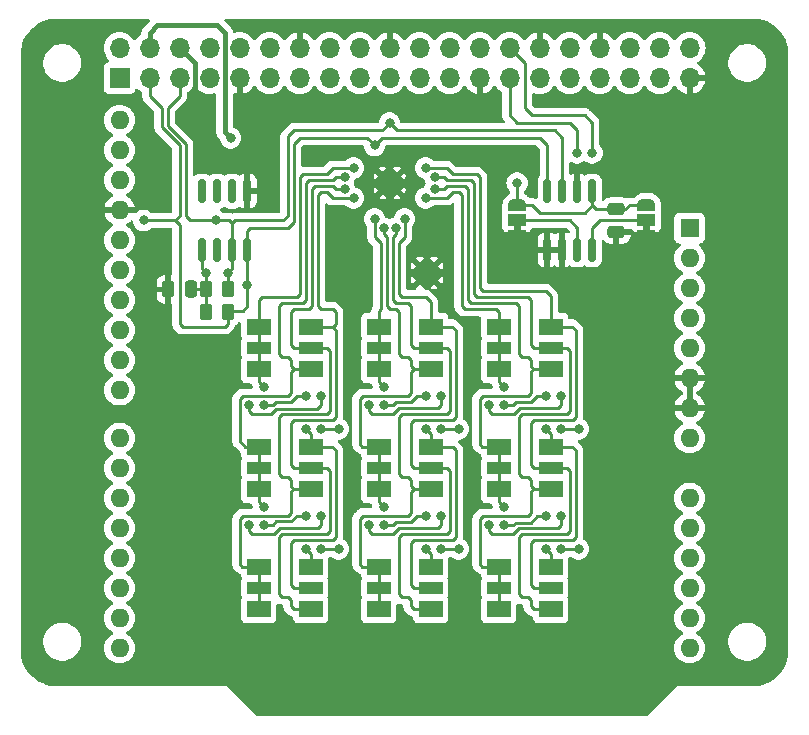
<source format=gbr>
%TF.GenerationSoftware,KiCad,Pcbnew,8.0.0*%
%TF.CreationDate,2024-04-26T11:05:52+02:00*%
%TF.ProjectId,mender-shield,6d656e64-6572-42d7-9368-69656c642e6b,rev?*%
%TF.SameCoordinates,Original*%
%TF.FileFunction,Copper,L2,Bot*%
%TF.FilePolarity,Positive*%
%FSLAX46Y46*%
G04 Gerber Fmt 4.6, Leading zero omitted, Abs format (unit mm)*
G04 Created by KiCad (PCBNEW 8.0.0) date 2024-04-26 11:05:52*
%MOMM*%
%LPD*%
G01*
G04 APERTURE LIST*
G04 Aperture macros list*
%AMRoundRect*
0 Rectangle with rounded corners*
0 $1 Rounding radius*
0 $2 $3 $4 $5 $6 $7 $8 $9 X,Y pos of 4 corners*
0 Add a 4 corners polygon primitive as box body*
4,1,4,$2,$3,$4,$5,$6,$7,$8,$9,$2,$3,0*
0 Add four circle primitives for the rounded corners*
1,1,$1+$1,$2,$3*
1,1,$1+$1,$4,$5*
1,1,$1+$1,$6,$7*
1,1,$1+$1,$8,$9*
0 Add four rect primitives between the rounded corners*
20,1,$1+$1,$2,$3,$4,$5,0*
20,1,$1+$1,$4,$5,$6,$7,0*
20,1,$1+$1,$6,$7,$8,$9,0*
20,1,$1+$1,$8,$9,$2,$3,0*%
%AMFreePoly0*
4,1,19,0.550000,-0.750000,0.000000,-0.750000,0.000000,-0.744911,-0.071157,-0.744911,-0.207708,-0.704816,-0.327430,-0.627875,-0.420627,-0.520320,-0.479746,-0.390866,-0.500000,-0.250000,-0.500000,0.250000,-0.479746,0.390866,-0.420627,0.520320,-0.327430,0.627875,-0.207708,0.704816,-0.071157,0.744911,0.000000,0.744911,0.000000,0.750000,0.550000,0.750000,0.550000,-0.750000,0.550000,-0.750000,
$1*%
%AMFreePoly1*
4,1,19,0.000000,0.744911,0.071157,0.744911,0.207708,0.704816,0.327430,0.627875,0.420627,0.520320,0.479746,0.390866,0.500000,0.250000,0.500000,-0.250000,0.479746,-0.390866,0.420627,-0.520320,0.327430,-0.627875,0.207708,-0.704816,0.071157,-0.744911,0.000000,-0.744911,0.000000,-0.750000,-0.550000,-0.750000,-0.550000,0.750000,0.000000,0.750000,0.000000,0.744911,0.000000,0.744911,
$1*%
G04 Aperture macros list end*
%TA.AperFunction,EtchedComponent*%
%ADD10C,0.000000*%
%TD*%
%TA.AperFunction,SMDPad,CuDef*%
%ADD11RoundRect,0.250000X-0.262500X-0.450000X0.262500X-0.450000X0.262500X0.450000X-0.262500X0.450000X0*%
%TD*%
%TA.AperFunction,SMDPad,CuDef*%
%ADD12R,2.000000X1.400000*%
%TD*%
%TA.AperFunction,SMDPad,CuDef*%
%ADD13R,2.000000X1.000000*%
%TD*%
%TA.AperFunction,HeatsinkPad*%
%ADD14C,0.500000*%
%TD*%
%TA.AperFunction,HeatsinkPad*%
%ADD15R,1.700000X1.700000*%
%TD*%
%TA.AperFunction,ComponentPad*%
%ADD16O,1.600000X1.600000*%
%TD*%
%TA.AperFunction,ComponentPad*%
%ADD17R,1.600000X1.600000*%
%TD*%
%TA.AperFunction,SMDPad,CuDef*%
%ADD18FreePoly0,90.000000*%
%TD*%
%TA.AperFunction,SMDPad,CuDef*%
%ADD19R,1.500000X1.000000*%
%TD*%
%TA.AperFunction,SMDPad,CuDef*%
%ADD20FreePoly1,90.000000*%
%TD*%
%TA.AperFunction,SMDPad,CuDef*%
%ADD21RoundRect,0.250000X-0.250000X-0.475000X0.250000X-0.475000X0.250000X0.475000X-0.250000X0.475000X0*%
%TD*%
%TA.AperFunction,SMDPad,CuDef*%
%ADD22RoundRect,0.250000X0.475000X-0.250000X0.475000X0.250000X-0.475000X0.250000X-0.475000X-0.250000X0*%
%TD*%
%TA.AperFunction,SMDPad,CuDef*%
%ADD23RoundRect,0.150000X-0.150000X0.825000X-0.150000X-0.825000X0.150000X-0.825000X0.150000X0.825000X0*%
%TD*%
%TA.AperFunction,SMDPad,CuDef*%
%ADD24RoundRect,0.150000X0.150000X-0.825000X0.150000X0.825000X-0.150000X0.825000X-0.150000X-0.825000X0*%
%TD*%
%TA.AperFunction,ComponentPad*%
%ADD25R,1.700000X1.700000*%
%TD*%
%TA.AperFunction,ComponentPad*%
%ADD26O,1.700000X1.700000*%
%TD*%
%TA.AperFunction,ViaPad*%
%ADD27C,0.800000*%
%TD*%
%TA.AperFunction,Conductor*%
%ADD28C,0.250000*%
%TD*%
%TA.AperFunction,Conductor*%
%ADD29C,0.400000*%
%TD*%
G04 APERTURE END LIST*
D10*
%TA.AperFunction,EtchedComponent*%
%TO.C,JP5*%
G36*
X135555000Y-84085000D02*
G01*
X134955000Y-84085000D01*
X134955000Y-83585000D01*
X135555000Y-83585000D01*
X135555000Y-84085000D01*
G37*
%TD.AperFunction*%
%TA.AperFunction,EtchedComponent*%
%TO.C,JP4*%
G36*
X146500000Y-84085000D02*
G01*
X145900000Y-84085000D01*
X145900000Y-83585000D01*
X146500000Y-83585000D01*
X146500000Y-84085000D01*
G37*
%TD.AperFunction*%
%TD*%
D11*
%TO.P,R2,1*%
%TO.N,VCC*%
X108942500Y-89027000D03*
%TO.P,R2,2*%
%TO.N,/SCL*%
X110767500Y-89027000D03*
%TD*%
%TO.P,R1,1*%
%TO.N,VCC*%
X108942500Y-90932000D03*
%TO.P,R1,2*%
%TO.N,/SDA*%
X110767500Y-90932000D03*
%TD*%
D12*
%TO.P,D18,1,KB*%
%TO.N,/F2*%
X138090000Y-112500000D03*
D13*
%TO.P,D18,2,KR*%
%TO.N,/F1*%
X138090000Y-114300000D03*
D12*
%TO.P,D18,3,KG*%
%TO.N,/F4*%
X138090000Y-116100000D03*
%TO.P,D18,4,AG*%
%TO.N,/F3*%
X133690000Y-116100000D03*
D13*
%TO.P,D18,5,AR*%
X133690000Y-114300000D03*
D12*
%TO.P,D18,6,AB*%
X133690000Y-112500000D03*
%TD*%
%TO.P,D15,1,KB*%
%TO.N,/E2*%
X127930000Y-112500000D03*
D13*
%TO.P,D15,2,KR*%
%TO.N,/E1*%
X127930000Y-114300000D03*
D12*
%TO.P,D15,3,KG*%
%TO.N,/E4*%
X127930000Y-116100000D03*
%TO.P,D15,4,AG*%
%TO.N,/E3*%
X123530000Y-116100000D03*
D13*
%TO.P,D15,5,AR*%
X123530000Y-114300000D03*
D12*
%TO.P,D15,6,AB*%
X123530000Y-112500000D03*
%TD*%
%TO.P,D12,1,KB*%
%TO.N,/D2*%
X117770000Y-112500000D03*
D13*
%TO.P,D12,2,KR*%
%TO.N,/D1*%
X117770000Y-114300000D03*
D12*
%TO.P,D12,3,KG*%
%TO.N,/D4*%
X117770000Y-116100000D03*
%TO.P,D12,4,AG*%
%TO.N,/D3*%
X113370000Y-116100000D03*
D13*
%TO.P,D12,5,AR*%
X113370000Y-114300000D03*
D12*
%TO.P,D12,6,AB*%
X113370000Y-112500000D03*
%TD*%
%TO.P,D17,1,KB*%
%TO.N,/F1*%
X138090000Y-102340000D03*
D13*
%TO.P,D17,2,KR*%
%TO.N,/F4*%
X138090000Y-104140000D03*
D12*
%TO.P,D17,3,KG*%
%TO.N,/F3*%
X138090000Y-105940000D03*
%TO.P,D17,4,AG*%
%TO.N,/F2*%
X133690000Y-105940000D03*
D13*
%TO.P,D17,5,AR*%
X133690000Y-104140000D03*
D12*
%TO.P,D17,6,AB*%
X133690000Y-102340000D03*
%TD*%
%TO.P,D14,1,KB*%
%TO.N,/E1*%
X127930000Y-102340000D03*
D13*
%TO.P,D14,2,KR*%
%TO.N,/E4*%
X127930000Y-104140000D03*
D12*
%TO.P,D14,3,KG*%
%TO.N,/E3*%
X127930000Y-105940000D03*
%TO.P,D14,4,AG*%
%TO.N,/E2*%
X123530000Y-105940000D03*
D13*
%TO.P,D14,5,AR*%
X123530000Y-104140000D03*
D12*
%TO.P,D14,6,AB*%
X123530000Y-102340000D03*
%TD*%
%TO.P,D11,1,KB*%
%TO.N,/D1*%
X117770000Y-102340000D03*
D13*
%TO.P,D11,2,KR*%
%TO.N,/D4*%
X117770000Y-104140000D03*
D12*
%TO.P,D11,3,KG*%
%TO.N,/D3*%
X117770000Y-105940000D03*
%TO.P,D11,4,AG*%
%TO.N,/D2*%
X113370000Y-105940000D03*
D13*
%TO.P,D11,5,AR*%
X113370000Y-104140000D03*
D12*
%TO.P,D11,6,AB*%
X113370000Y-102340000D03*
%TD*%
%TO.P,D16,1,KB*%
%TO.N,/F4*%
X138090000Y-92180000D03*
D13*
%TO.P,D16,2,KR*%
%TO.N,/F3*%
X138090000Y-93980000D03*
D12*
%TO.P,D16,3,KG*%
%TO.N,/F2*%
X138090000Y-95780000D03*
%TO.P,D16,4,AG*%
%TO.N,/F1*%
X133690000Y-95780000D03*
D13*
%TO.P,D16,5,AR*%
X133690000Y-93980000D03*
D12*
%TO.P,D16,6,AB*%
X133690000Y-92180000D03*
%TD*%
%TO.P,D13,1,KB*%
%TO.N,/E4*%
X127930000Y-92180000D03*
D13*
%TO.P,D13,2,KR*%
%TO.N,/E3*%
X127930000Y-93980000D03*
D12*
%TO.P,D13,3,KG*%
%TO.N,/E2*%
X127930000Y-95780000D03*
%TO.P,D13,4,AG*%
%TO.N,/E1*%
X123530000Y-95780000D03*
D13*
%TO.P,D13,5,AR*%
X123530000Y-93980000D03*
D12*
%TO.P,D13,6,AB*%
X123530000Y-92180000D03*
%TD*%
%TO.P,D10,1,KB*%
%TO.N,/D4*%
X117770000Y-92180000D03*
D13*
%TO.P,D10,2,KR*%
%TO.N,/D3*%
X117770000Y-93980000D03*
D12*
%TO.P,D10,3,KG*%
%TO.N,/D2*%
X117770000Y-95780000D03*
%TO.P,D10,4,AG*%
%TO.N,/D1*%
X113370000Y-95780000D03*
D13*
%TO.P,D10,5,AR*%
X113370000Y-93980000D03*
D12*
%TO.P,D10,6,AB*%
X113370000Y-92180000D03*
%TD*%
D14*
%TO.P,U2,21,GND*%
%TO.N,GND*%
X125060000Y-79410000D03*
X125060000Y-80610000D03*
X123860000Y-79410000D03*
X123860000Y-80610000D03*
D15*
X124460000Y-80010000D03*
%TD*%
D16*
%TO.P,A1,32,SCL/A5*%
%TO.N,/SCL1*%
X101600000Y-74680000D03*
%TO.P,A1,31,SDA/A4*%
%TO.N,/SDA1*%
X101600000Y-77220000D03*
%TO.P,A1,30,AREF*%
%TO.N,unconnected-(A1-AREF-Pad30)*%
X101600000Y-79760000D03*
%TO.P,A1,29,GND*%
%TO.N,GND*%
X101600000Y-82300000D03*
%TO.P,A1,28,D13*%
%TO.N,unconnected-(A1-D13-Pad28)*%
X101600000Y-84840000D03*
%TO.P,A1,27,D12*%
%TO.N,unconnected-(A1-D12-Pad27)*%
X101600000Y-87380000D03*
%TO.P,A1,26,D11*%
%TO.N,unconnected-(A1-D11-Pad26)*%
X101600000Y-89920000D03*
%TO.P,A1,25,D10*%
%TO.N,unconnected-(A1-D10-Pad25)*%
X101600000Y-92460000D03*
%TO.P,A1,24,D9*%
%TO.N,unconnected-(A1-D9-Pad24)*%
X101600000Y-95000000D03*
%TO.P,A1,23,D8*%
%TO.N,unconnected-(A1-D8-Pad23)*%
X101600000Y-97540000D03*
%TO.P,A1,22,D7*%
%TO.N,unconnected-(A1-D7-Pad22)*%
X101600000Y-101600000D03*
%TO.P,A1,21,D6*%
%TO.N,unconnected-(A1-D6-Pad21)*%
X101600000Y-104140000D03*
%TO.P,A1,20,D5*%
%TO.N,unconnected-(A1-D5-Pad20)*%
X101600000Y-106680000D03*
%TO.P,A1,19,D4*%
%TO.N,unconnected-(A1-D4-Pad19)*%
X101600000Y-109220000D03*
%TO.P,A1,18,D3*%
%TO.N,unconnected-(A1-D3-Pad18)*%
X101600000Y-111760000D03*
%TO.P,A1,17,D2*%
%TO.N,unconnected-(A1-D2-Pad17)*%
X101600000Y-114300000D03*
%TO.P,A1,16,D1/TX*%
%TO.N,unconnected-(A1-D1{slash}TX-Pad16)*%
X101600000Y-116840000D03*
%TO.P,A1,15,D0/RX*%
%TO.N,unconnected-(A1-D0{slash}RX-Pad15)*%
X101600000Y-119380000D03*
%TO.P,A1,14,SCL/A5*%
%TO.N,/SCL0*%
X149860000Y-119380000D03*
%TO.P,A1,13,SDA/A4*%
%TO.N,/SDA0*%
X149860000Y-116840000D03*
%TO.P,A1,12,A3*%
%TO.N,unconnected-(A1-A3-Pad12)*%
X149860000Y-114300000D03*
%TO.P,A1,11,A2*%
%TO.N,unconnected-(A1-A2-Pad11)*%
X149860000Y-111760000D03*
%TO.P,A1,10,A1*%
%TO.N,unconnected-(A1-A1-Pad10)*%
X149860000Y-109220000D03*
%TO.P,A1,9,A0*%
%TO.N,unconnected-(A1-A0-Pad9)*%
X149860000Y-106680000D03*
%TO.P,A1,8,VIN*%
%TO.N,unconnected-(A1-VIN-Pad8)*%
X149860000Y-101600000D03*
%TO.P,A1,7,GND*%
%TO.N,GND*%
X149860000Y-99060000D03*
%TO.P,A1,6,GND*%
X149860000Y-96520000D03*
%TO.P,A1,5,+5V*%
%TO.N,+5V*%
X149860000Y-93980000D03*
%TO.P,A1,4,3V3*%
%TO.N,+3V3*%
X149860000Y-91440000D03*
%TO.P,A1,3,~{RESET}*%
%TO.N,unconnected-(A1-~{RESET}-Pad3)*%
X149860000Y-88900000D03*
%TO.P,A1,2,IOREF*%
%TO.N,unconnected-(A1-IOREF-Pad2)*%
X149860000Y-86360000D03*
D17*
%TO.P,A1,1,NC*%
%TO.N,unconnected-(A1-NC-Pad1)*%
X149860000Y-83820000D03*
%TD*%
D18*
%TO.P,JP5,1,A*%
%TO.N,GND*%
X135255000Y-84485000D03*
D19*
%TO.P,JP5,2,C*%
%TO.N,/AD1*%
X135255000Y-83185000D03*
D20*
%TO.P,JP5,3,B*%
%TO.N,VCC*%
X135255000Y-81885000D03*
%TD*%
%TO.P,JP4,3,B*%
%TO.N,VCC*%
X146200000Y-81885000D03*
D19*
%TO.P,JP4,2,C*%
%TO.N,/AD0*%
X146200000Y-83185000D03*
D18*
%TO.P,JP4,1,A*%
%TO.N,GND*%
X146200000Y-84485000D03*
%TD*%
D21*
%TO.P,C5,1*%
%TO.N,GND*%
X105730000Y-89027000D03*
%TO.P,C5,2*%
%TO.N,VCC*%
X107630000Y-89027000D03*
%TD*%
D22*
%TO.P,C4,1*%
%TO.N,GND*%
X143660000Y-84135000D03*
%TO.P,C4,2*%
%TO.N,VCC*%
X143660000Y-82235000D03*
%TD*%
D23*
%TO.P,U5,1,NC*%
%TO.N,unconnected-(U5-NC-Pad1)*%
X108585000Y-80710000D03*
%TO.P,U5,2,NC*%
%TO.N,unconnected-(U5-NC-Pad2)*%
X109855000Y-80710000D03*
%TO.P,U5,3,NC*%
%TO.N,unconnected-(U5-NC-Pad3)*%
X111125000Y-80710000D03*
%TO.P,U5,4,GND*%
%TO.N,GND*%
X112395000Y-80710000D03*
%TO.P,U5,5,SDA*%
%TO.N,/SDA*%
X112395000Y-85660000D03*
%TO.P,U5,6,SCL*%
%TO.N,/SCL*%
X111125000Y-85660000D03*
%TO.P,U5,7,NC*%
%TO.N,unconnected-(U5-NC-Pad7)*%
X109855000Y-85660000D03*
%TO.P,U5,8,VCC*%
%TO.N,VCC*%
X108585000Y-85660000D03*
%TD*%
D14*
%TO.P,U1,21,GND*%
%TO.N,GND*%
X128235000Y-87030000D03*
X128235000Y-88230000D03*
X127035000Y-87030000D03*
X127035000Y-88230000D03*
D15*
X127635000Y-87630000D03*
%TD*%
D24*
%TO.P,U4,8,VCC*%
%TO.N,VCC*%
X141605000Y-80710000D03*
%TO.P,U4,7,WP*%
%TO.N,GND*%
X140335000Y-80710000D03*
%TO.P,U4,6,SCL*%
%TO.N,/SCL*%
X139065000Y-80710000D03*
%TO.P,U4,5,SDA*%
%TO.N,/SDA*%
X137795000Y-80710000D03*
%TO.P,U4,4,GND*%
%TO.N,GND*%
X137795000Y-85660000D03*
%TO.P,U4,3,A2*%
X139065000Y-85660000D03*
%TO.P,U4,2,A1*%
%TO.N,/AD1*%
X140335000Y-85660000D03*
%TO.P,U4,1,A0*%
%TO.N,/AD0*%
X141605000Y-85660000D03*
%TD*%
D25*
%TO.P,J1,1,3V3*%
%TO.N,+3V3*%
X101600000Y-71120000D03*
D26*
%TO.P,J1,2,5V*%
%TO.N,+5V*%
X101600000Y-68580000D03*
%TO.P,J1,3,SDA/GPIO2*%
%TO.N,/SDA*%
X104140000Y-71120000D03*
%TO.P,J1,4,5V*%
%TO.N,+5V*%
X104140000Y-68580000D03*
%TO.P,J1,5,SCL/GPIO3*%
%TO.N,/SCL*%
X106680000Y-71120000D03*
%TO.P,J1,6,GND*%
%TO.N,GND*%
X106680000Y-68580000D03*
%TO.P,J1,7,GCLK0/GPIO4*%
%TO.N,unconnected-(J1-GCLK0{slash}GPIO4-Pad7)*%
X109220000Y-71120000D03*
%TO.P,J1,8,GPIO14/TXD*%
%TO.N,unconnected-(J1-GPIO14{slash}TXD-Pad8)*%
X109220000Y-68580000D03*
%TO.P,J1,9,GND*%
%TO.N,GND*%
X111760000Y-71120000D03*
%TO.P,J1,10,GPIO15/RXD*%
%TO.N,unconnected-(J1-GPIO15{slash}RXD-Pad10)*%
X111760000Y-68580000D03*
%TO.P,J1,11,GPIO17*%
%TO.N,unconnected-(J1-GPIO17-Pad11)*%
X114300000Y-71120000D03*
%TO.P,J1,12,GPIO18/PWM0*%
%TO.N,unconnected-(J1-GPIO18{slash}PWM0-Pad12)*%
X114300000Y-68580000D03*
%TO.P,J1,13,GPIO27*%
%TO.N,unconnected-(J1-GPIO27-Pad13)*%
X116840000Y-71120000D03*
%TO.P,J1,14,GND*%
%TO.N,GND*%
X116840000Y-68580000D03*
%TO.P,J1,15,GPIO22*%
%TO.N,unconnected-(J1-GPIO22-Pad15)*%
X119380000Y-71120000D03*
%TO.P,J1,16,GPIO23*%
%TO.N,unconnected-(J1-GPIO23-Pad16)*%
X119380000Y-68580000D03*
%TO.P,J1,17,3V3*%
%TO.N,+3V3*%
X121920000Y-71120000D03*
%TO.P,J1,18,GPIO24*%
%TO.N,unconnected-(J1-GPIO24-Pad18)*%
X121920000Y-68580000D03*
%TO.P,J1,19,MOSI0/GPIO10*%
%TO.N,unconnected-(J1-MOSI0{slash}GPIO10-Pad19)*%
X124460000Y-71120000D03*
%TO.P,J1,20,GND*%
%TO.N,GND*%
X124460000Y-68580000D03*
%TO.P,J1,21,MISO0/GPIO9*%
%TO.N,unconnected-(J1-MISO0{slash}GPIO9-Pad21)*%
X127000000Y-71120000D03*
%TO.P,J1,22,GPIO25*%
%TO.N,unconnected-(J1-GPIO25-Pad22)*%
X127000000Y-68580000D03*
%TO.P,J1,23,SCLK0/GPIO11*%
%TO.N,unconnected-(J1-SCLK0{slash}GPIO11-Pad23)*%
X129540000Y-71120000D03*
%TO.P,J1,24,~{CE0}/GPIO8*%
%TO.N,unconnected-(J1-~{CE0}{slash}GPIO8-Pad24)*%
X129540000Y-68580000D03*
%TO.P,J1,25,GND*%
%TO.N,GND*%
X132080000Y-71120000D03*
%TO.P,J1,26,~{CE1}/GPIO7*%
%TO.N,unconnected-(J1-~{CE1}{slash}GPIO7-Pad26)*%
X132080000Y-68580000D03*
%TO.P,J1,27,ID_SD/GPIO0*%
%TO.N,/ID_SD*%
X134620000Y-71120000D03*
%TO.P,J1,28,ID_SC/GPIO1*%
%TO.N,/ID_SC*%
X134620000Y-68580000D03*
%TO.P,J1,29,GCLK1/GPIO5*%
%TO.N,unconnected-(J1-GCLK1{slash}GPIO5-Pad29)*%
X137160000Y-71120000D03*
%TO.P,J1,30,GND*%
%TO.N,GND*%
X137160000Y-68580000D03*
%TO.P,J1,31,GCLK2/GPIO6*%
%TO.N,unconnected-(J1-GCLK2{slash}GPIO6-Pad31)*%
X139700000Y-71120000D03*
%TO.P,J1,32,PWM0/GPIO12*%
%TO.N,unconnected-(J1-PWM0{slash}GPIO12-Pad32)*%
X139700000Y-68580000D03*
%TO.P,J1,33,PWM1/GPIO13*%
%TO.N,unconnected-(J1-PWM1{slash}GPIO13-Pad33)*%
X142240000Y-71120000D03*
%TO.P,J1,34,GND*%
%TO.N,GND*%
X142240000Y-68580000D03*
%TO.P,J1,35,GPIO19/MISO1*%
%TO.N,unconnected-(J1-GPIO19{slash}MISO1-Pad35)*%
X144780000Y-71120000D03*
%TO.P,J1,36,GPIO16*%
%TO.N,unconnected-(J1-GPIO16-Pad36)*%
X144780000Y-68580000D03*
%TO.P,J1,37,GPIO26*%
%TO.N,unconnected-(J1-GPIO26-Pad37)*%
X147320000Y-71120000D03*
%TO.P,J1,38,GPIO20/MOSI1*%
%TO.N,unconnected-(J1-GPIO20{slash}MOSI1-Pad38)*%
X147320000Y-68580000D03*
%TO.P,J1,39,GND*%
%TO.N,GND*%
X149860000Y-71120000D03*
%TO.P,J1,40,GPIO21/SCLK1*%
%TO.N,unconnected-(J1-GPIO21{slash}SCLK1-Pad40)*%
X149860000Y-68580000D03*
%TD*%
D27*
%TO.N,GND*%
X112776000Y-74930000D03*
%TO.N,VCC*%
X108942500Y-87653500D03*
%TO.N,/SCL*%
X110744000Y-87630000D03*
%TO.N,GND*%
X118364000Y-77724000D03*
%TO.N,/SDA*%
X112395000Y-88646000D03*
%TO.N,+5V*%
X110998000Y-76200000D03*
%TO.N,GND*%
X127508000Y-83058000D03*
X108458000Y-74930000D03*
X104140000Y-78486000D03*
X146050000Y-74168000D03*
X149860000Y-80518000D03*
X149860000Y-74168000D03*
X131572000Y-74168000D03*
X131572000Y-77724000D03*
X111252000Y-93980000D03*
X141732000Y-93980000D03*
X141732000Y-104140000D03*
X141732000Y-114300000D03*
X111252000Y-104140000D03*
X111252000Y-114300000D03*
X121412000Y-114300000D03*
X131572000Y-114300000D03*
X131572000Y-104140000D03*
X121412000Y-104140000D03*
X121412000Y-93980000D03*
X131572000Y-93980000D03*
X121412000Y-83058000D03*
X140970000Y-78740000D03*
%TO.N,VCC*%
X135255000Y-80010000D03*
%TO.N,/SDA*%
X103632000Y-83185000D03*
%TO.N,/SCL*%
X109728000Y-83185000D03*
%TO.N,/SDA*%
X123190000Y-76835000D03*
%TO.N,/SCL*%
X124460000Y-74930000D03*
%TO.N,/ID_SC*%
X141605000Y-77470000D03*
%TO.N,/ID_SD*%
X140335000Y-77470000D03*
%TO.N,/D1*%
X121412000Y-78740000D03*
%TO.N,/D4*%
X121412000Y-81280000D03*
%TO.N,/D2*%
X120650000Y-79502000D03*
%TO.N,/D3*%
X120650000Y-80518000D03*
%TO.N,/F4*%
X127508000Y-78740000D03*
%TO.N,/F3*%
X128270000Y-79502000D03*
%TO.N,/F2*%
X128270000Y-80518000D03*
%TO.N,/F1*%
X127508000Y-81280000D03*
%TO.N,/E1*%
X123190000Y-83058000D03*
%TO.N,/E4*%
X125730000Y-83058000D03*
%TO.N,/E3*%
X124968000Y-83820000D03*
%TO.N,/E2*%
X123952000Y-83820000D03*
%TO.N,/D1*%
X117348000Y-98044000D03*
%TO.N,/A1*%
X118618000Y-98044000D03*
%TO.N,/D1*%
X113792000Y-98806000D03*
X113792000Y-97282000D03*
X117348000Y-100838000D03*
%TO.N,/A1*%
X118618000Y-100838000D03*
%TO.N,/D2*%
X113792000Y-108966000D03*
X117348000Y-108204000D03*
X117348000Y-110998000D03*
X113792000Y-107442000D03*
%TO.N,/A1*%
X112522000Y-98806000D03*
X120142000Y-100838000D03*
%TO.N,/A2*%
X118618000Y-108204000D03*
X118618000Y-110998000D03*
X120142000Y-110998000D03*
X112522000Y-108966000D03*
%TO.N,/F1*%
X134112000Y-98806000D03*
X134112000Y-97282000D03*
X137668000Y-98044000D03*
X137668000Y-100838000D03*
%TO.N,/F2*%
X134112000Y-108966000D03*
X134112000Y-107442000D03*
X137668000Y-108204000D03*
X137668000Y-110998000D03*
%TO.N,/C2*%
X138938000Y-108204000D03*
X138938000Y-110998000D03*
X140462000Y-110998000D03*
X132842000Y-108966000D03*
%TO.N,/C1*%
X132842000Y-98806000D03*
X138938000Y-98044000D03*
X138938000Y-100838000D03*
X140462000Y-100838000D03*
%TO.N,/B2*%
X122682000Y-108966000D03*
%TO.N,/E2*%
X123952000Y-108966000D03*
X123952000Y-107442000D03*
X127508000Y-108204000D03*
%TO.N,/B2*%
X128778000Y-108204000D03*
X128778000Y-110998000D03*
X130302000Y-110998000D03*
%TO.N,/E2*%
X127508000Y-110998000D03*
%TO.N,/B1*%
X122682000Y-98806000D03*
%TO.N,/E1*%
X123952000Y-98769000D03*
X123952000Y-97282000D03*
X127508000Y-98044000D03*
X127508000Y-100838000D03*
%TO.N,/B1*%
X130302000Y-100838000D03*
X128778000Y-100838000D03*
X128778000Y-98044000D03*
%TD*%
D28*
%TO.N,GND*%
X111760000Y-73914000D02*
X112776000Y-74930000D01*
X111760000Y-71120000D02*
X111760000Y-73914000D01*
X140462000Y-78740000D02*
X140335000Y-78867000D01*
X140970000Y-78740000D02*
X140462000Y-78740000D01*
X140335000Y-80710000D02*
X140335000Y-78867000D01*
%TO.N,/SCL*%
X110871000Y-83185000D02*
X111125000Y-83439000D01*
X109728000Y-83185000D02*
X110871000Y-83185000D01*
%TO.N,/SDA*%
X106299000Y-83185000D02*
X106680000Y-83566000D01*
X106680000Y-85725000D02*
X106680000Y-83566000D01*
X106299000Y-83185000D02*
X105537000Y-83185000D01*
X106680000Y-82804000D02*
X106299000Y-83185000D01*
X106680000Y-82804000D02*
X106680000Y-82042000D01*
X105537000Y-83185000D02*
X103632000Y-83185000D01*
X106680000Y-82042000D02*
X106680000Y-76836396D01*
%TO.N,/SCL*%
X105664000Y-73660000D02*
X106680000Y-72644000D01*
X107188000Y-76708000D02*
X105664000Y-75184000D01*
X105664000Y-75184000D02*
X105664000Y-73660000D01*
X106680000Y-72644000D02*
X106680000Y-71120000D01*
X107188000Y-82804000D02*
X107188000Y-76708000D01*
X107569000Y-83185000D02*
X107188000Y-82804000D01*
X109728000Y-83185000D02*
X107569000Y-83185000D01*
%TO.N,/SDA*%
X112014000Y-90816750D02*
X110882750Y-90816750D01*
X110882750Y-90816750D02*
X110767500Y-90932000D01*
X112395000Y-90435750D02*
X112014000Y-90816750D01*
X112395000Y-88646000D02*
X112395000Y-90435750D01*
%TO.N,/SCL*%
X111379000Y-83185000D02*
X111125000Y-83439000D01*
X115443000Y-83185000D02*
X111379000Y-83185000D01*
X115824000Y-82804000D02*
X115443000Y-83185000D01*
X116332000Y-75565000D02*
X115824000Y-76073000D01*
X123825000Y-75565000D02*
X116332000Y-75565000D01*
X111125000Y-83439000D02*
X111125000Y-83820000D01*
X124460000Y-74930000D02*
X123825000Y-75565000D01*
X115824000Y-76073000D02*
X115824000Y-82804000D01*
%TO.N,/SDA*%
X112395000Y-84074000D02*
X112395000Y-85660000D01*
X116332000Y-83312000D02*
X115824000Y-83820000D01*
X116332000Y-76708000D02*
X116332000Y-83312000D01*
X116840000Y-76200000D02*
X116332000Y-76708000D01*
X115824000Y-83820000D02*
X112649000Y-83820000D01*
X122555000Y-76200000D02*
X116840000Y-76200000D01*
X112649000Y-83820000D02*
X112395000Y-84074000D01*
X123190000Y-76835000D02*
X122555000Y-76200000D01*
X110767500Y-91924500D02*
X110767500Y-90932000D01*
X106680000Y-91948000D02*
X106934000Y-92202000D01*
X106934000Y-92202000D02*
X110490000Y-92202000D01*
X106680000Y-85725000D02*
X106680000Y-91948000D01*
X110490000Y-92202000D02*
X110767500Y-91924500D01*
%TO.N,VCC*%
X108585000Y-87296000D02*
X108942500Y-87653500D01*
X108585000Y-85660000D02*
X108585000Y-87296000D01*
X108966000Y-87630000D02*
X108942500Y-87653500D01*
X108942500Y-89027000D02*
X108942500Y-87653500D01*
%TO.N,/SCL*%
X111125000Y-87249000D02*
X110744000Y-87630000D01*
X111125000Y-85660000D02*
X111125000Y-87249000D01*
X110767500Y-87653500D02*
X110744000Y-87630000D01*
X110767500Y-89027000D02*
X110767500Y-87653500D01*
%TO.N,/SDA*%
X112395000Y-88646000D02*
X112395000Y-85660000D01*
%TO.N,VCC*%
X108942500Y-89027000D02*
X108942500Y-90932000D01*
X107630000Y-89027000D02*
X108942500Y-89027000D01*
D29*
%TO.N,+5V*%
X110490000Y-67310000D02*
X110490000Y-75692000D01*
X109855000Y-66675000D02*
X110490000Y-67310000D01*
X110490000Y-75692000D02*
X110998000Y-76200000D01*
X104775000Y-66675000D02*
X109855000Y-66675000D01*
X104140000Y-67310000D02*
X104775000Y-66675000D01*
X104140000Y-68580000D02*
X104140000Y-67310000D01*
D28*
%TO.N,/SDA*%
X104140000Y-72644000D02*
X104140000Y-71120000D01*
X105156000Y-73660000D02*
X104140000Y-72644000D01*
X105156000Y-75312396D02*
X105156000Y-73660000D01*
X106680000Y-76836396D02*
X105156000Y-75312396D01*
D29*
%TO.N,GND*%
X107950000Y-69850000D02*
X107950000Y-72390000D01*
X106680000Y-68580000D02*
X107950000Y-69850000D01*
D28*
%TO.N,/ID_SD*%
X135255000Y-74930000D02*
X134620000Y-74295000D01*
X139700000Y-74930000D02*
X135255000Y-74930000D01*
X140335000Y-75565000D02*
X139700000Y-74930000D01*
X140335000Y-77470000D02*
X140335000Y-75565000D01*
X134620000Y-74295000D02*
X134620000Y-71120000D01*
%TO.N,/ID_SC*%
X135890000Y-69850000D02*
X134620000Y-68580000D01*
X135890000Y-73660000D02*
X135890000Y-69850000D01*
X136525000Y-74295000D02*
X135890000Y-73660000D01*
X140970000Y-74295000D02*
X136525000Y-74295000D01*
X141605000Y-74930000D02*
X140970000Y-74295000D01*
X141605000Y-77470000D02*
X141605000Y-74930000D01*
%TO.N,/AD1*%
X135255000Y-83185000D02*
X139700000Y-83185000D01*
X139700000Y-83185000D02*
X140335000Y-83820000D01*
X140335000Y-83820000D02*
X140335000Y-85660000D01*
%TO.N,VCC*%
X137160000Y-82550000D02*
X140970000Y-82550000D01*
X135255000Y-81885000D02*
X136495000Y-81885000D01*
X136495000Y-81885000D02*
X137160000Y-82550000D01*
X135255000Y-81885000D02*
X135255000Y-80010000D01*
%TO.N,/SDA*%
X123825000Y-76200000D02*
X123190000Y-76835000D01*
X137795000Y-76835000D02*
X137160000Y-76200000D01*
X137160000Y-76200000D02*
X123825000Y-76200000D01*
X137795000Y-80710000D02*
X137795000Y-76835000D01*
%TO.N,/SCL*%
X125095000Y-75565000D02*
X124460000Y-74930000D01*
X126365000Y-75565000D02*
X125095000Y-75565000D01*
X125730000Y-75565000D02*
X125095000Y-75565000D01*
X126365000Y-75565000D02*
X125730000Y-75565000D01*
X139065000Y-76200000D02*
X138430000Y-75565000D01*
X139065000Y-80710000D02*
X139065000Y-76200000D01*
X138430000Y-75565000D02*
X126365000Y-75565000D01*
%TO.N,VCC*%
X140970000Y-82550000D02*
X141605000Y-81915000D01*
X141925000Y-82235000D02*
X141605000Y-81915000D01*
X143660000Y-82235000D02*
X141925000Y-82235000D01*
X144430000Y-82235000D02*
X144780000Y-81885000D01*
X143660000Y-82235000D02*
X144430000Y-82235000D01*
X146200000Y-81885000D02*
X144780000Y-81885000D01*
%TO.N,/AD0*%
X142240000Y-83185000D02*
X146200000Y-83185000D01*
X141605000Y-85660000D02*
X141605000Y-83820000D01*
X141605000Y-83820000D02*
X142240000Y-83185000D01*
%TO.N,VCC*%
X141605000Y-80710000D02*
X141605000Y-81915000D01*
%TO.N,/SCL*%
X111125000Y-85660000D02*
X111125000Y-83820000D01*
%TO.N,/D1*%
X113370000Y-89916000D02*
X113370000Y-92180000D01*
X116586000Y-89662000D02*
X113624000Y-89662000D01*
X113624000Y-89662000D02*
X113370000Y-89916000D01*
X116840000Y-89408000D02*
X116586000Y-89662000D01*
X116840000Y-79502000D02*
X116840000Y-89408000D01*
X117094000Y-79248000D02*
X116840000Y-79502000D01*
X119126000Y-79248000D02*
X117094000Y-79248000D01*
X119634000Y-78740000D02*
X119126000Y-79248000D01*
X121412000Y-78740000D02*
X119634000Y-78740000D01*
%TO.N,/D2*%
X116078000Y-95504000D02*
X116354000Y-95780000D01*
X116078000Y-94996000D02*
X116078000Y-95504000D01*
X115316000Y-94742000D02*
X115824000Y-94742000D01*
X115062000Y-94488000D02*
X115316000Y-94742000D01*
X115316000Y-90170000D02*
X115062000Y-90424000D01*
X115062000Y-90424000D02*
X115062000Y-94488000D01*
X117348000Y-89916000D02*
X117094000Y-90170000D01*
X117348000Y-80010000D02*
X117348000Y-89916000D01*
X117094000Y-90170000D02*
X115316000Y-90170000D01*
X115824000Y-94742000D02*
X116078000Y-94996000D01*
X119888000Y-79502000D02*
X119634000Y-79756000D01*
X117602000Y-79756000D02*
X117348000Y-80010000D01*
X119634000Y-79756000D02*
X117602000Y-79756000D01*
X120650000Y-79502000D02*
X119888000Y-79502000D01*
%TO.N,/D3*%
X119888000Y-80518000D02*
X120650000Y-80518000D01*
X119634000Y-80264000D02*
X119888000Y-80518000D01*
X117856000Y-80518000D02*
X118110000Y-80264000D01*
X117856000Y-90424000D02*
X117856000Y-80518000D01*
X117602000Y-90678000D02*
X117856000Y-90424000D01*
X116078000Y-90932000D02*
X116332000Y-90678000D01*
X116332000Y-93980000D02*
X116078000Y-93726000D01*
X116332000Y-90678000D02*
X117602000Y-90678000D01*
X118110000Y-80264000D02*
X119634000Y-80264000D01*
X117770000Y-93980000D02*
X116332000Y-93980000D01*
X116078000Y-93726000D02*
X116078000Y-90932000D01*
%TO.N,/D4*%
X119888000Y-91948000D02*
X119656000Y-92180000D01*
X119634000Y-90678000D02*
X119888000Y-90932000D01*
X118618000Y-90678000D02*
X119634000Y-90678000D01*
X119888000Y-90932000D02*
X119888000Y-91948000D01*
X118364000Y-90424000D02*
X118618000Y-90678000D01*
X118364000Y-83058000D02*
X118364000Y-90424000D01*
X119126000Y-80772000D02*
X119634000Y-81280000D01*
X118364000Y-81026000D02*
X118618000Y-80772000D01*
X118618000Y-80772000D02*
X119126000Y-80772000D01*
X119634000Y-81280000D02*
X121412000Y-81280000D01*
X118364000Y-83058000D02*
X118364000Y-81026000D01*
%TO.N,/E4*%
X126492000Y-104140000D02*
X127930000Y-104140000D01*
X126238000Y-103886000D02*
X126492000Y-104140000D01*
X126238000Y-100330000D02*
X126238000Y-103886000D01*
X126492000Y-100076000D02*
X126238000Y-100330000D01*
X129794000Y-100076000D02*
X126492000Y-100076000D01*
X130048000Y-99822000D02*
X129794000Y-100076000D01*
X130048000Y-92456000D02*
X130048000Y-99822000D01*
X129772000Y-92180000D02*
X130048000Y-92456000D01*
X127930000Y-92180000D02*
X129772000Y-92180000D01*
%TO.N,/F4*%
X137668000Y-89154000D02*
X132334000Y-89154000D01*
X138090000Y-92180000D02*
X138090000Y-89576000D01*
X138090000Y-89576000D02*
X137668000Y-89154000D01*
%TO.N,/E4*%
X127930000Y-90084000D02*
X127508000Y-89662000D01*
X127930000Y-92180000D02*
X127930000Y-90084000D01*
X125476000Y-89662000D02*
X127508000Y-89662000D01*
%TO.N,/F4*%
X129286000Y-78740000D02*
X127508000Y-78740000D01*
X129794000Y-79248000D02*
X129286000Y-78740000D01*
X131826000Y-79248000D02*
X129794000Y-79248000D01*
X132080000Y-79502000D02*
X131826000Y-79248000D01*
X132080000Y-88900000D02*
X132080000Y-79502000D01*
X132334000Y-89154000D02*
X132080000Y-88900000D01*
%TO.N,/F3*%
X136652000Y-93980000D02*
X138090000Y-93980000D01*
X136398000Y-89916000D02*
X136398000Y-93726000D01*
X136144000Y-89662000D02*
X136398000Y-89916000D01*
X136398000Y-93726000D02*
X136652000Y-93980000D01*
X131826000Y-89662000D02*
X136144000Y-89662000D01*
X131318000Y-79756000D02*
X131572000Y-80010000D01*
X129286000Y-79756000D02*
X131318000Y-79756000D01*
X131572000Y-89408000D02*
X131826000Y-89662000D01*
X129032000Y-79502000D02*
X129286000Y-79756000D01*
X128270000Y-79502000D02*
X129032000Y-79502000D01*
X131572000Y-80010000D02*
X131572000Y-89408000D01*
%TO.N,/F2*%
X136398000Y-95504000D02*
X136630000Y-95736000D01*
X136398000Y-94996000D02*
X136398000Y-95504000D01*
X136630000Y-95736000D02*
X136630000Y-95780000D01*
X135382000Y-94488000D02*
X135636000Y-94742000D01*
X135382000Y-90424000D02*
X135382000Y-94488000D01*
X135636000Y-94742000D02*
X136144000Y-94742000D01*
X131318000Y-90170000D02*
X135128000Y-90170000D01*
X136144000Y-94742000D02*
X136398000Y-94996000D01*
X131064000Y-89916000D02*
X131318000Y-90170000D01*
X130810000Y-80264000D02*
X131064000Y-80518000D01*
X129286000Y-80264000D02*
X130810000Y-80264000D01*
X131064000Y-80518000D02*
X131064000Y-89916000D01*
X135128000Y-90170000D02*
X135382000Y-90424000D01*
X129032000Y-80518000D02*
X129286000Y-80264000D01*
X128270000Y-80518000D02*
X129032000Y-80518000D01*
%TO.N,/F1*%
X133436000Y-90678000D02*
X133690000Y-90932000D01*
X130556000Y-81026000D02*
X130556000Y-90424000D01*
X130303396Y-80773396D02*
X130556000Y-81026000D01*
X129792604Y-80773396D02*
X130303396Y-80773396D01*
X129286000Y-81280000D02*
X129792604Y-80773396D01*
X127508000Y-81280000D02*
X129286000Y-81280000D01*
X130556000Y-90424000D02*
X130810000Y-90678000D01*
X133690000Y-90932000D02*
X133690000Y-92180000D01*
X130810000Y-90678000D02*
X133436000Y-90678000D01*
%TO.N,/E1*%
X123190000Y-84582000D02*
X123190000Y-83058000D01*
X123698000Y-85090000D02*
X123190000Y-84582000D01*
X123698000Y-90678000D02*
X123698000Y-85090000D01*
X123530000Y-90846000D02*
X123698000Y-90678000D01*
X123530000Y-92180000D02*
X123530000Y-90846000D01*
%TO.N,/E4*%
X125730000Y-84582000D02*
X125730000Y-83058000D01*
X125222000Y-85090000D02*
X125730000Y-84582000D01*
%TO.N,/E3*%
X124968000Y-83820000D02*
X124968000Y-84328000D01*
X124968000Y-84328000D02*
X124714000Y-84582000D01*
X124714000Y-84582000D02*
X124714000Y-89916000D01*
X126492000Y-93980000D02*
X127930000Y-93980000D01*
X125984000Y-90170000D02*
X126238000Y-90424000D01*
X124714000Y-89916000D02*
X124968000Y-90170000D01*
X124968000Y-90170000D02*
X125984000Y-90170000D01*
X126238000Y-90424000D02*
X126238000Y-93726000D01*
X126238000Y-93726000D02*
X126492000Y-93980000D01*
%TO.N,/E2*%
X123952000Y-84328000D02*
X124206000Y-84582000D01*
X123952000Y-83820000D02*
X123952000Y-84328000D01*
X124206000Y-84582000D02*
X124206000Y-90424000D01*
%TO.N,/E4*%
X125222000Y-85090000D02*
X125222000Y-89408000D01*
X125222000Y-89408000D02*
X125476000Y-89662000D01*
%TO.N,/E2*%
X125222000Y-90932000D02*
X125222000Y-93472000D01*
X124460000Y-90678000D02*
X124968000Y-90678000D01*
X124968000Y-90678000D02*
X125222000Y-90932000D01*
X124206000Y-90424000D02*
X124460000Y-90678000D01*
%TO.N,/A1*%
X112522000Y-99314000D02*
X112776000Y-99568000D01*
X112522000Y-98806000D02*
X112522000Y-99314000D01*
X114428396Y-99568000D02*
X112776000Y-99568000D01*
X118306000Y-99118000D02*
X114878396Y-99118000D01*
X114878396Y-99118000D02*
X114428396Y-99568000D01*
X118618000Y-98806000D02*
X118306000Y-99118000D01*
X118618000Y-98044000D02*
X118618000Y-98806000D01*
%TO.N,/D1*%
X116586000Y-98044000D02*
X117348000Y-98044000D01*
X116078000Y-98552000D02*
X116586000Y-98044000D01*
X114554000Y-98806000D02*
X114808000Y-98552000D01*
X114808000Y-98552000D02*
X116078000Y-98552000D01*
X113792000Y-98806000D02*
X114554000Y-98806000D01*
X113370000Y-96860000D02*
X113792000Y-97282000D01*
X113370000Y-95780000D02*
X113370000Y-96860000D01*
%TO.N,/D2*%
X116078000Y-96056000D02*
X116354000Y-95780000D01*
X116078000Y-97790000D02*
X116078000Y-96056000D01*
X111760000Y-98298000D02*
X112014000Y-98044000D01*
X111760000Y-101854000D02*
X111760000Y-98298000D01*
X112246000Y-102340000D02*
X111760000Y-101854000D01*
X112014000Y-98044000D02*
X115824000Y-98044000D01*
X113370000Y-102340000D02*
X112246000Y-102340000D01*
X115824000Y-98044000D02*
X116078000Y-97790000D01*
%TO.N,/D3*%
X116078000Y-105664000D02*
X116310000Y-105896000D01*
X116078000Y-105156000D02*
X116078000Y-105664000D01*
X115824000Y-104902000D02*
X116078000Y-105156000D01*
X115316000Y-104902000D02*
X115824000Y-104902000D01*
X115062000Y-99822000D02*
X115062000Y-104648000D01*
X116310000Y-105896000D02*
X116310000Y-105940000D01*
X115316000Y-99568000D02*
X115062000Y-99822000D01*
X119126000Y-99568000D02*
X115316000Y-99568000D01*
X119380000Y-94234000D02*
X119380000Y-99314000D01*
X119126000Y-93980000D02*
X119380000Y-94234000D01*
X119380000Y-99314000D02*
X119126000Y-99568000D01*
X117770000Y-93980000D02*
X119126000Y-93980000D01*
X115062000Y-104648000D02*
X115316000Y-104902000D01*
%TO.N,/D4*%
X116332000Y-100076000D02*
X119634000Y-100076000D01*
X116078000Y-100330000D02*
X116332000Y-100076000D01*
X119888000Y-99822000D02*
X119888000Y-92456000D01*
X116332000Y-104140000D02*
X116078000Y-103886000D01*
X116078000Y-103886000D02*
X116078000Y-100330000D01*
X119634000Y-100076000D02*
X119888000Y-99822000D01*
X117770000Y-104140000D02*
X116332000Y-104140000D01*
X119888000Y-92456000D02*
X119612000Y-92180000D01*
%TO.N,/D1*%
X117770000Y-101260000D02*
X117348000Y-100838000D01*
X117770000Y-102340000D02*
X117770000Y-101260000D01*
%TO.N,/A1*%
X120142000Y-100838000D02*
X118618000Y-100838000D01*
%TO.N,/D2*%
X113370000Y-105940000D02*
X113370000Y-104140000D01*
X113370000Y-102340000D02*
X113370000Y-104140000D01*
%TO.N,/A2*%
X112522000Y-109474000D02*
X112776000Y-109728000D01*
X114679604Y-109728000D02*
X112776000Y-109728000D01*
X112522000Y-108966000D02*
X112522000Y-109474000D01*
X115187604Y-109220000D02*
X114679604Y-109728000D01*
X118618000Y-108204000D02*
X118618000Y-108966000D01*
X118618000Y-108966000D02*
X118364000Y-109220000D01*
X118364000Y-109220000D02*
X115187604Y-109220000D01*
%TO.N,/D2*%
X114554000Y-108966000D02*
X113792000Y-108966000D01*
X114866000Y-108654000D02*
X114554000Y-108966000D01*
X116136000Y-108654000D02*
X114866000Y-108654000D01*
X117348000Y-108204000D02*
X116586000Y-108204000D01*
X116136000Y-108654000D02*
X116586000Y-108204000D01*
X117770000Y-111420000D02*
X117348000Y-110998000D01*
X117770000Y-112500000D02*
X117770000Y-111420000D01*
%TO.N,/D4*%
X116078000Y-115824000D02*
X116354000Y-116100000D01*
X116078000Y-115316000D02*
X116078000Y-115824000D01*
X115824000Y-115062000D02*
X116078000Y-115316000D01*
X115316000Y-115062000D02*
X115824000Y-115062000D01*
X115062000Y-114808000D02*
X115316000Y-115062000D01*
X115062000Y-109982000D02*
X115062000Y-114808000D01*
X115316000Y-109728000D02*
X115062000Y-109982000D01*
X119126000Y-109728000D02*
X115316000Y-109728000D01*
X119380000Y-109474000D02*
X119126000Y-109728000D01*
X119380000Y-104394000D02*
X119380000Y-109474000D01*
X119126000Y-104140000D02*
X119380000Y-104394000D01*
X116354000Y-116100000D02*
X117770000Y-116100000D01*
X117770000Y-104140000D02*
X119126000Y-104140000D01*
%TO.N,/D1*%
X119612000Y-102340000D02*
X117770000Y-102340000D01*
X119888000Y-109982000D02*
X119888000Y-102616000D01*
X119888000Y-102616000D02*
X119612000Y-102340000D01*
X119634000Y-110236000D02*
X119888000Y-109982000D01*
X116332000Y-110236000D02*
X119634000Y-110236000D01*
X116078000Y-110490000D02*
X116332000Y-110236000D01*
X116078000Y-114046000D02*
X116078000Y-110490000D01*
X116332000Y-114300000D02*
X116078000Y-114046000D01*
X117770000Y-114300000D02*
X116332000Y-114300000D01*
%TO.N,/D2*%
X113370000Y-107020000D02*
X113792000Y-107442000D01*
X113370000Y-105940000D02*
X113370000Y-107020000D01*
%TO.N,/D3*%
X116310000Y-105940000D02*
X116078000Y-106172000D01*
X117770000Y-105940000D02*
X116310000Y-105940000D01*
X115824000Y-108204000D02*
X116078000Y-107950000D01*
X112014000Y-108204000D02*
X115824000Y-108204000D01*
X111760000Y-112268000D02*
X111760000Y-108458000D01*
X116078000Y-107950000D02*
X116078000Y-106172000D01*
X111992000Y-112500000D02*
X111760000Y-112268000D01*
X111760000Y-108458000D02*
X112014000Y-108204000D01*
X113370000Y-112500000D02*
X111992000Y-112500000D01*
X113370000Y-112500000D02*
X113370000Y-114300000D01*
X113370000Y-116100000D02*
X113370000Y-114300000D01*
%TO.N,/A2*%
X120142000Y-110998000D02*
X118618000Y-110998000D01*
%TO.N,/D4*%
X119612000Y-92180000D02*
X119656000Y-92180000D01*
X117770000Y-92180000D02*
X119612000Y-92180000D01*
%TO.N,/D2*%
X117770000Y-95780000D02*
X116354000Y-95780000D01*
%TO.N,/D1*%
X113370000Y-92180000D02*
X113370000Y-93980000D01*
X113370000Y-95780000D02*
X113370000Y-93980000D01*
%TO.N,/F1*%
X133690000Y-92180000D02*
X133690000Y-93980000D01*
X133690000Y-95780000D02*
X133690000Y-93980000D01*
%TO.N,/F4*%
X136652000Y-104140000D02*
X138090000Y-104140000D01*
X139954000Y-100076000D02*
X136652000Y-100076000D01*
X140208000Y-99822000D02*
X139954000Y-100076000D01*
X140208000Y-92456000D02*
X140208000Y-99822000D01*
X136398000Y-100330000D02*
X136398000Y-103886000D01*
X139932000Y-92180000D02*
X140208000Y-92456000D01*
X136652000Y-100076000D02*
X136398000Y-100330000D01*
X136398000Y-103886000D02*
X136652000Y-104140000D01*
X138090000Y-92180000D02*
X139932000Y-92180000D01*
%TO.N,/C1*%
X138938000Y-98806000D02*
X138938000Y-98044000D01*
X138684000Y-99060000D02*
X138938000Y-98806000D01*
X134999604Y-99568000D02*
X135507604Y-99060000D01*
X132842000Y-99314000D02*
X133096000Y-99568000D01*
X133096000Y-99568000D02*
X134999604Y-99568000D01*
X135507604Y-99060000D02*
X138684000Y-99060000D01*
X132842000Y-98806000D02*
X132842000Y-99314000D01*
%TO.N,/F1*%
X136398000Y-98552000D02*
X136906000Y-98044000D01*
X135128000Y-98552000D02*
X136398000Y-98552000D01*
X136906000Y-98044000D02*
X137668000Y-98044000D01*
X134874000Y-98806000D02*
X135128000Y-98552000D01*
X134112000Y-98806000D02*
X134874000Y-98806000D01*
%TO.N,/F2*%
X136630000Y-95780000D02*
X136398000Y-96012000D01*
X138090000Y-95780000D02*
X136630000Y-95780000D01*
X136398000Y-97790000D02*
X136398000Y-96012000D01*
X136144000Y-98044000D02*
X136398000Y-97790000D01*
X132080000Y-98298000D02*
X132334000Y-98044000D01*
X132312000Y-102340000D02*
X132080000Y-102108000D01*
X132080000Y-102108000D02*
X132080000Y-98298000D01*
X133690000Y-102340000D02*
X132312000Y-102340000D01*
X132334000Y-98044000D02*
X136144000Y-98044000D01*
X133690000Y-104140000D02*
X133690000Y-102340000D01*
X133690000Y-105940000D02*
X133690000Y-104140000D01*
%TO.N,/F1*%
X133690000Y-96860000D02*
X134112000Y-97282000D01*
X133690000Y-95780000D02*
X133690000Y-96860000D01*
X138090000Y-101260000D02*
X137668000Y-100838000D01*
X138090000Y-102340000D02*
X138090000Y-101260000D01*
%TO.N,/F2*%
X136964000Y-108204000D02*
X136398000Y-108770000D01*
X137668000Y-108204000D02*
X136964000Y-108204000D01*
X135128000Y-108770000D02*
X136398000Y-108770000D01*
X134932000Y-108966000D02*
X135128000Y-108770000D01*
X134112000Y-108966000D02*
X134932000Y-108966000D01*
X133690000Y-107020000D02*
X134112000Y-107442000D01*
X133690000Y-105940000D02*
X133690000Y-107020000D01*
%TO.N,/C2*%
X132842000Y-109474000D02*
X133096000Y-109728000D01*
X132842000Y-108966000D02*
X132842000Y-109474000D01*
X135382000Y-109220000D02*
X134874000Y-109728000D01*
X134874000Y-109728000D02*
X133096000Y-109728000D01*
X138938000Y-108966000D02*
X138684000Y-109220000D01*
X138938000Y-108204000D02*
X138938000Y-108966000D01*
X138684000Y-109220000D02*
X135382000Y-109220000D01*
%TO.N,/F2*%
X138090000Y-111420000D02*
X137668000Y-110998000D01*
X138090000Y-112500000D02*
X138090000Y-111420000D01*
%TO.N,/F3*%
X139700000Y-94234000D02*
X139700000Y-99314000D01*
X139446000Y-93980000D02*
X139700000Y-94234000D01*
X139446000Y-99568000D02*
X139700000Y-99314000D01*
X138090000Y-93980000D02*
X139446000Y-93980000D01*
X135382000Y-99822000D02*
X135636000Y-99568000D01*
X135382000Y-104648000D02*
X135382000Y-99822000D01*
X135636000Y-99568000D02*
X139446000Y-99568000D01*
X135636000Y-104902000D02*
X135382000Y-104648000D01*
X136144000Y-104902000D02*
X135636000Y-104902000D01*
X136398000Y-105156000D02*
X136144000Y-104902000D01*
X136398000Y-105664000D02*
X136398000Y-105156000D01*
X136674000Y-105940000D02*
X136398000Y-105664000D01*
X138090000Y-105940000D02*
X136674000Y-105940000D01*
X136630000Y-105940000D02*
X136398000Y-106172000D01*
X138090000Y-105940000D02*
X136630000Y-105940000D01*
X136144000Y-108204000D02*
X136398000Y-107950000D01*
X132334000Y-108204000D02*
X136144000Y-108204000D01*
X132080000Y-108458000D02*
X132334000Y-108204000D01*
X132080000Y-112268000D02*
X132080000Y-108458000D01*
X132312000Y-112500000D02*
X132080000Y-112268000D01*
X133690000Y-112500000D02*
X132312000Y-112500000D01*
X136398000Y-107950000D02*
X136398000Y-106172000D01*
X133690000Y-112500000D02*
X133690000Y-114300000D01*
X133690000Y-116100000D02*
X133690000Y-114300000D01*
%TO.N,/F4*%
X136674000Y-116100000D02*
X138090000Y-116100000D01*
X136398000Y-115824000D02*
X136674000Y-116100000D01*
X136144000Y-115062000D02*
X136398000Y-115316000D01*
X136398000Y-115316000D02*
X136398000Y-115824000D01*
X135636000Y-115062000D02*
X136144000Y-115062000D01*
X135382000Y-114808000D02*
X135636000Y-115062000D01*
X135382000Y-109982000D02*
X135382000Y-114808000D01*
X135636000Y-109728000D02*
X135382000Y-109982000D01*
X139700000Y-109474000D02*
X139446000Y-109728000D01*
X139446000Y-109728000D02*
X135636000Y-109728000D01*
X139446000Y-104140000D02*
X139700000Y-104394000D01*
X139700000Y-104394000D02*
X139700000Y-109474000D01*
X138090000Y-104140000D02*
X139446000Y-104140000D01*
%TO.N,/F1*%
X139932000Y-102340000D02*
X138090000Y-102340000D01*
X140208000Y-102616000D02*
X139932000Y-102340000D01*
X139954000Y-110236000D02*
X140208000Y-109982000D01*
X140208000Y-109982000D02*
X140208000Y-102616000D01*
X136398000Y-110490000D02*
X136652000Y-110236000D01*
X136652000Y-110236000D02*
X139954000Y-110236000D01*
X136398000Y-114046000D02*
X136398000Y-110490000D01*
X136652000Y-114300000D02*
X136398000Y-114046000D01*
X138090000Y-114300000D02*
X136652000Y-114300000D01*
%TO.N,/C2*%
X140462000Y-110998000D02*
X138938000Y-110998000D01*
%TO.N,/C1*%
X140462000Y-100838000D02*
X138938000Y-100838000D01*
%TO.N,/B2*%
X122682000Y-109474000D02*
X122682000Y-108966000D01*
X122936000Y-109728000D02*
X122682000Y-109474000D01*
X124714000Y-109728000D02*
X122936000Y-109728000D01*
X125222000Y-109220000D02*
X124714000Y-109728000D01*
X128524000Y-109220000D02*
X125222000Y-109220000D01*
X128778000Y-108966000D02*
X128524000Y-109220000D01*
X128778000Y-108204000D02*
X128778000Y-108966000D01*
%TO.N,/E2*%
X124714000Y-108966000D02*
X124968000Y-108712000D01*
X123952000Y-108966000D02*
X124714000Y-108966000D01*
X126238000Y-108712000D02*
X124968000Y-108712000D01*
X126746000Y-108204000D02*
X126238000Y-108712000D01*
X127508000Y-108204000D02*
X126746000Y-108204000D01*
%TO.N,/E3*%
X126238000Y-107950000D02*
X126238000Y-106194000D01*
X126021000Y-108167000D02*
X126238000Y-107950000D01*
X122174000Y-108167000D02*
X126021000Y-108167000D01*
X121920000Y-112268000D02*
X121920000Y-108421000D01*
X121920000Y-108421000D02*
X122174000Y-108167000D01*
X126238000Y-106194000D02*
X126492000Y-105940000D01*
X122152000Y-112500000D02*
X121920000Y-112268000D01*
X123530000Y-112500000D02*
X122152000Y-112500000D01*
%TO.N,/E2*%
X123530000Y-107020000D02*
X123952000Y-107442000D01*
X123530000Y-105940000D02*
X123530000Y-107020000D01*
%TO.N,/E1*%
X126238000Y-114046000D02*
X126492000Y-114300000D01*
X127930000Y-114300000D02*
X126492000Y-114300000D01*
X126238000Y-114046000D02*
X126238000Y-110490000D01*
X129794000Y-102340000D02*
X127930000Y-102340000D01*
X129794000Y-110236000D02*
X130048000Y-109982000D01*
X126238000Y-110490000D02*
X126492000Y-110236000D01*
X130048000Y-102594000D02*
X129794000Y-102340000D01*
X126492000Y-110236000D02*
X129794000Y-110236000D01*
X130048000Y-109982000D02*
X130048000Y-102594000D01*
%TO.N,/B1*%
X122936000Y-99568000D02*
X122682000Y-99314000D01*
X122682000Y-98806000D02*
X122682000Y-99314000D01*
X122936000Y-99568000D02*
X124714000Y-99568000D01*
X128778000Y-98806000D02*
X128778000Y-98044000D01*
X125222000Y-99060000D02*
X128524000Y-99060000D01*
X128524000Y-99060000D02*
X128778000Y-98806000D01*
X124714000Y-99568000D02*
X125222000Y-99060000D01*
%TO.N,/E2*%
X122152000Y-102340000D02*
X121920000Y-102108000D01*
X123530000Y-102340000D02*
X122152000Y-102340000D01*
X122174000Y-98044000D02*
X121920000Y-98298000D01*
X125984000Y-98044000D02*
X122174000Y-98044000D01*
X126238000Y-96034000D02*
X126238000Y-97790000D01*
X121920000Y-98298000D02*
X121920000Y-102108000D01*
X126238000Y-97790000D02*
X125984000Y-98044000D01*
X126492000Y-95780000D02*
X126238000Y-96034000D01*
%TO.N,/E4*%
X126514000Y-116100000D02*
X127930000Y-116100000D01*
X126238000Y-115824000D02*
X126514000Y-116100000D01*
X126238000Y-115824000D02*
X126238000Y-115316000D01*
X126238000Y-115316000D02*
X125984000Y-115062000D01*
X125222000Y-109982000D02*
X125222000Y-114808000D01*
X125476000Y-115062000D02*
X125222000Y-114808000D01*
X125984000Y-115062000D02*
X125476000Y-115062000D01*
X125476000Y-109728000D02*
X125222000Y-109982000D01*
X129286000Y-109728000D02*
X125476000Y-109728000D01*
X129540000Y-109474000D02*
X129286000Y-109728000D01*
X129540000Y-104394000D02*
X129540000Y-109474000D01*
X129286000Y-104140000D02*
X129540000Y-104394000D01*
X127930000Y-104140000D02*
X129286000Y-104140000D01*
%TO.N,/B2*%
X130302000Y-110998000D02*
X128778000Y-110998000D01*
%TO.N,/E2*%
X127930000Y-111420000D02*
X127508000Y-110998000D01*
X127930000Y-112500000D02*
X127930000Y-111420000D01*
%TO.N,/E1*%
X124751000Y-98769000D02*
X124968000Y-98552000D01*
X126238000Y-98552000D02*
X124968000Y-98552000D01*
X123952000Y-98769000D02*
X124751000Y-98769000D01*
X127508000Y-98044000D02*
X126746000Y-98044000D01*
X126746000Y-98044000D02*
X126238000Y-98552000D01*
X123530000Y-96860000D02*
X123952000Y-97282000D01*
X123530000Y-95780000D02*
X123530000Y-96860000D01*
%TO.N,/E3*%
X129286000Y-93980000D02*
X127930000Y-93980000D01*
X129540000Y-94234000D02*
X129286000Y-93980000D01*
X129540000Y-99314000D02*
X129540000Y-94234000D01*
X125476000Y-99568000D02*
X129286000Y-99568000D01*
X125222000Y-99822000D02*
X125476000Y-99568000D01*
X125222000Y-104648000D02*
X125222000Y-99822000D01*
X125476000Y-104902000D02*
X125222000Y-104648000D01*
X125984000Y-104902000D02*
X125476000Y-104902000D01*
X126492000Y-105940000D02*
X126238000Y-105686000D01*
X126238000Y-105686000D02*
X126238000Y-105156000D01*
X129286000Y-99568000D02*
X129540000Y-99314000D01*
X126238000Y-105156000D02*
X125984000Y-104902000D01*
%TO.N,/B1*%
X128778000Y-100838000D02*
X130302000Y-100838000D01*
%TO.N,/E1*%
X127930000Y-101260000D02*
X127930000Y-102340000D01*
X127508000Y-100838000D02*
X127930000Y-101260000D01*
%TO.N,/E3*%
X126492000Y-105940000D02*
X126746000Y-105940000D01*
X126746000Y-105940000D02*
X127930000Y-105940000D01*
%TO.N,/E2*%
X126238000Y-95504000D02*
X126492000Y-95758000D01*
X126238000Y-94996000D02*
X126238000Y-95504000D01*
X126492000Y-95780000D02*
X126492000Y-95758000D01*
X127930000Y-95780000D02*
X126492000Y-95780000D01*
X125476000Y-94742000D02*
X125222000Y-94488000D01*
X125730000Y-94742000D02*
X125476000Y-94742000D01*
X125222000Y-94488000D02*
X125222000Y-93472000D01*
X125984000Y-94742000D02*
X126238000Y-94996000D01*
X125730000Y-94742000D02*
X125984000Y-94742000D01*
%TO.N,/E3*%
X123530000Y-112500000D02*
X123530000Y-114300000D01*
X123530000Y-116100000D02*
X123530000Y-114300000D01*
%TO.N,/E2*%
X123530000Y-102340000D02*
X123530000Y-104140000D01*
X123530000Y-105940000D02*
X123530000Y-104140000D01*
%TO.N,/E1*%
X123530000Y-93980000D02*
X123530000Y-95780000D01*
X123530000Y-92180000D02*
X123530000Y-93980000D01*
%TD*%
%TA.AperFunction,Conductor*%
%TO.N,GND*%
G36*
X150110000Y-98626988D02*
G01*
X150052993Y-98594075D01*
X149925826Y-98560000D01*
X149794174Y-98560000D01*
X149667007Y-98594075D01*
X149610000Y-98626988D01*
X149610000Y-96953012D01*
X149667007Y-96985925D01*
X149794174Y-97020000D01*
X149925826Y-97020000D01*
X150052993Y-96985925D01*
X150110000Y-96953012D01*
X150110000Y-98626988D01*
G37*
%TD.AperFunction*%
%TA.AperFunction,Conductor*%
G36*
X104127019Y-66119685D02*
G01*
X104172774Y-66172489D01*
X104182718Y-66241647D01*
X104153693Y-66305203D01*
X104147661Y-66311681D01*
X103595888Y-66863453D01*
X103595887Y-66863454D01*
X103519222Y-66978192D01*
X103466421Y-67105667D01*
X103466418Y-67105677D01*
X103439500Y-67241004D01*
X103439500Y-67357288D01*
X103419815Y-67424327D01*
X103386624Y-67458863D01*
X103268594Y-67541508D01*
X103101505Y-67708597D01*
X102971575Y-67894158D01*
X102916998Y-67937783D01*
X102847500Y-67944977D01*
X102785145Y-67913454D01*
X102768425Y-67894158D01*
X102638494Y-67708597D01*
X102471402Y-67541506D01*
X102471395Y-67541501D01*
X102277834Y-67405967D01*
X102277830Y-67405965D01*
X102213175Y-67375816D01*
X102063663Y-67306097D01*
X102063659Y-67306096D01*
X102063655Y-67306094D01*
X101835413Y-67244938D01*
X101835403Y-67244936D01*
X101600001Y-67224341D01*
X101599999Y-67224341D01*
X101364596Y-67244936D01*
X101364586Y-67244938D01*
X101136344Y-67306094D01*
X101136335Y-67306098D01*
X100922171Y-67405964D01*
X100922169Y-67405965D01*
X100728597Y-67541505D01*
X100561505Y-67708597D01*
X100425965Y-67902169D01*
X100425964Y-67902171D01*
X100326098Y-68116335D01*
X100326094Y-68116344D01*
X100264938Y-68344586D01*
X100264936Y-68344596D01*
X100244341Y-68579999D01*
X100244341Y-68580000D01*
X100264936Y-68815403D01*
X100264938Y-68815413D01*
X100326094Y-69043655D01*
X100326096Y-69043659D01*
X100326097Y-69043663D01*
X100405801Y-69214588D01*
X100425965Y-69257830D01*
X100425967Y-69257834D01*
X100534281Y-69412521D01*
X100561504Y-69451400D01*
X100561506Y-69451402D01*
X100683430Y-69573326D01*
X100716915Y-69634649D01*
X100711931Y-69704341D01*
X100670059Y-69760274D01*
X100639083Y-69777189D01*
X100507669Y-69826203D01*
X100507664Y-69826206D01*
X100392455Y-69912452D01*
X100392452Y-69912455D01*
X100306206Y-70027664D01*
X100306202Y-70027671D01*
X100255908Y-70162517D01*
X100249501Y-70222116D01*
X100249500Y-70222135D01*
X100249500Y-72017870D01*
X100249501Y-72017876D01*
X100255908Y-72077483D01*
X100306202Y-72212328D01*
X100306206Y-72212335D01*
X100392452Y-72327544D01*
X100392455Y-72327547D01*
X100507664Y-72413793D01*
X100507671Y-72413797D01*
X100642517Y-72464091D01*
X100642516Y-72464091D01*
X100649444Y-72464835D01*
X100702127Y-72470500D01*
X102497872Y-72470499D01*
X102557483Y-72464091D01*
X102692331Y-72413796D01*
X102807546Y-72327546D01*
X102893796Y-72212331D01*
X102942810Y-72080916D01*
X102984681Y-72024984D01*
X103050145Y-72000566D01*
X103118418Y-72015417D01*
X103146673Y-72036569D01*
X103268599Y-72158495D01*
X103461624Y-72293653D01*
X103505248Y-72348228D01*
X103514500Y-72395226D01*
X103514500Y-72705611D01*
X103538535Y-72826444D01*
X103538540Y-72826461D01*
X103585685Y-72940280D01*
X103585686Y-72940281D01*
X103585688Y-72940286D01*
X103605696Y-72970230D01*
X103619914Y-72991507D01*
X103619915Y-72991509D01*
X103654141Y-73042733D01*
X103745586Y-73134178D01*
X103745608Y-73134198D01*
X104494181Y-73882771D01*
X104527666Y-73944094D01*
X104530500Y-73970451D01*
X104530500Y-75374002D01*
X104554537Y-75494848D01*
X104558075Y-75503389D01*
X104558076Y-75503394D01*
X104558077Y-75503394D01*
X104601688Y-75608682D01*
X104626414Y-75645686D01*
X104626415Y-75645689D01*
X104626416Y-75645689D01*
X104670140Y-75711127D01*
X104670141Y-75711128D01*
X104670142Y-75711129D01*
X104757267Y-75798254D01*
X104757268Y-75798254D01*
X104764335Y-75805321D01*
X104764334Y-75805321D01*
X104764338Y-75805324D01*
X106018181Y-77059167D01*
X106051666Y-77120490D01*
X106054500Y-77146848D01*
X106054500Y-82435500D01*
X106034815Y-82502539D01*
X105982011Y-82548294D01*
X105930500Y-82559500D01*
X104335748Y-82559500D01*
X104268709Y-82539815D01*
X104243600Y-82518474D01*
X104237873Y-82512114D01*
X104237869Y-82512110D01*
X104084734Y-82400851D01*
X104084729Y-82400848D01*
X103911807Y-82323857D01*
X103911802Y-82323855D01*
X103766001Y-82292865D01*
X103726646Y-82284500D01*
X103537354Y-82284500D01*
X103504897Y-82291398D01*
X103352197Y-82323855D01*
X103352192Y-82323857D01*
X103179270Y-82400848D01*
X103179265Y-82400851D01*
X103026129Y-82512111D01*
X103021300Y-82516460D01*
X103019696Y-82514679D01*
X102969457Y-82545624D01*
X102936806Y-82550000D01*
X102033012Y-82550000D01*
X102065925Y-82492993D01*
X102100000Y-82365826D01*
X102100000Y-82234174D01*
X102065925Y-82107007D01*
X102033012Y-82050000D01*
X102878872Y-82050000D01*
X102878872Y-82049999D01*
X102826269Y-81853682D01*
X102826265Y-81853673D01*
X102730134Y-81647517D01*
X102599657Y-81461179D01*
X102438820Y-81300342D01*
X102252482Y-81169865D01*
X102194133Y-81142657D01*
X102141694Y-81096484D01*
X102122542Y-81029291D01*
X102142758Y-80962410D01*
X102194129Y-80917895D01*
X102252734Y-80890568D01*
X102439139Y-80760047D01*
X102600047Y-80599139D01*
X102730568Y-80412734D01*
X102826739Y-80206496D01*
X102885635Y-79986692D01*
X102905468Y-79760000D01*
X102885635Y-79533308D01*
X102833065Y-79337112D01*
X102826741Y-79313511D01*
X102826738Y-79313502D01*
X102812849Y-79283717D01*
X102730568Y-79107266D01*
X102600047Y-78920861D01*
X102600045Y-78920858D01*
X102439141Y-78759954D01*
X102344502Y-78693688D01*
X102252734Y-78629432D01*
X102237868Y-78622500D01*
X102194725Y-78602382D01*
X102142285Y-78556210D01*
X102123133Y-78489017D01*
X102143348Y-78422135D01*
X102194725Y-78377618D01*
X102207384Y-78371715D01*
X102252734Y-78350568D01*
X102439139Y-78220047D01*
X102600047Y-78059139D01*
X102730568Y-77872734D01*
X102826739Y-77666496D01*
X102885635Y-77446692D01*
X102905468Y-77220000D01*
X102885635Y-76993308D01*
X102826739Y-76773504D01*
X102730568Y-76567266D01*
X102600047Y-76380861D01*
X102600045Y-76380858D01*
X102439141Y-76219954D01*
X102252734Y-76089432D01*
X102252728Y-76089429D01*
X102194725Y-76062382D01*
X102142285Y-76016210D01*
X102123133Y-75949017D01*
X102143348Y-75882135D01*
X102194725Y-75837618D01*
X102207384Y-75831715D01*
X102252734Y-75810568D01*
X102439139Y-75680047D01*
X102600047Y-75519139D01*
X102730568Y-75332734D01*
X102826739Y-75126496D01*
X102885635Y-74906692D01*
X102905468Y-74680000D01*
X102885635Y-74453308D01*
X102833065Y-74257112D01*
X102826741Y-74233511D01*
X102826738Y-74233502D01*
X102785869Y-74145859D01*
X102730568Y-74027266D01*
X102600047Y-73840861D01*
X102600045Y-73840858D01*
X102439141Y-73679954D01*
X102252734Y-73549432D01*
X102252732Y-73549431D01*
X102046497Y-73453261D01*
X102046488Y-73453258D01*
X101826697Y-73394366D01*
X101826693Y-73394365D01*
X101826692Y-73394365D01*
X101826691Y-73394364D01*
X101826686Y-73394364D01*
X101600002Y-73374532D01*
X101599998Y-73374532D01*
X101373313Y-73394364D01*
X101373302Y-73394366D01*
X101153511Y-73453258D01*
X101153502Y-73453261D01*
X100947267Y-73549431D01*
X100947265Y-73549432D01*
X100760858Y-73679954D01*
X100599954Y-73840858D01*
X100469432Y-74027265D01*
X100469431Y-74027267D01*
X100373261Y-74233502D01*
X100373258Y-74233511D01*
X100314366Y-74453302D01*
X100314364Y-74453313D01*
X100294532Y-74679998D01*
X100294532Y-74680001D01*
X100314364Y-74906686D01*
X100314366Y-74906697D01*
X100373258Y-75126488D01*
X100373261Y-75126497D01*
X100469431Y-75332732D01*
X100469432Y-75332734D01*
X100599954Y-75519141D01*
X100760858Y-75680045D01*
X100760861Y-75680047D01*
X100947266Y-75810568D01*
X100992616Y-75831715D01*
X101005275Y-75837618D01*
X101057714Y-75883791D01*
X101076866Y-75950984D01*
X101056650Y-76017865D01*
X101005275Y-76062382D01*
X100947267Y-76089431D01*
X100947265Y-76089432D01*
X100760858Y-76219954D01*
X100599954Y-76380858D01*
X100469432Y-76567265D01*
X100469431Y-76567267D01*
X100373261Y-76773502D01*
X100373258Y-76773511D01*
X100314366Y-76993302D01*
X100314364Y-76993313D01*
X100294532Y-77219998D01*
X100294532Y-77220001D01*
X100314364Y-77446686D01*
X100314366Y-77446697D01*
X100373258Y-77666488D01*
X100373261Y-77666497D01*
X100469431Y-77872732D01*
X100469432Y-77872734D01*
X100599954Y-78059141D01*
X100760858Y-78220045D01*
X100760861Y-78220047D01*
X100947266Y-78350568D01*
X100992616Y-78371715D01*
X101005275Y-78377618D01*
X101057714Y-78423791D01*
X101076866Y-78490984D01*
X101056650Y-78557865D01*
X101005275Y-78602382D01*
X100947266Y-78629432D01*
X100760858Y-78759954D01*
X100599954Y-78920858D01*
X100469432Y-79107265D01*
X100469431Y-79107267D01*
X100373261Y-79313502D01*
X100373258Y-79313511D01*
X100314366Y-79533302D01*
X100314364Y-79533313D01*
X100294532Y-79759998D01*
X100294532Y-79760001D01*
X100314364Y-79986686D01*
X100314366Y-79986697D01*
X100373258Y-80206488D01*
X100373261Y-80206497D01*
X100469431Y-80412732D01*
X100469432Y-80412734D01*
X100599954Y-80599141D01*
X100760858Y-80760045D01*
X100760861Y-80760047D01*
X100947266Y-80890568D01*
X101005865Y-80917893D01*
X101058305Y-80964065D01*
X101077457Y-81031258D01*
X101057242Y-81098139D01*
X101005867Y-81142657D01*
X100947515Y-81169867D01*
X100761179Y-81300342D01*
X100600342Y-81461179D01*
X100469865Y-81647517D01*
X100373734Y-81853673D01*
X100373730Y-81853682D01*
X100321127Y-82049999D01*
X100321128Y-82050000D01*
X101166988Y-82050000D01*
X101134075Y-82107007D01*
X101100000Y-82234174D01*
X101100000Y-82365826D01*
X101134075Y-82492993D01*
X101166988Y-82550000D01*
X100321128Y-82550000D01*
X100373730Y-82746317D01*
X100373734Y-82746326D01*
X100469865Y-82952482D01*
X100600342Y-83138820D01*
X100761179Y-83299657D01*
X100947518Y-83430134D01*
X100947520Y-83430135D01*
X101005865Y-83457342D01*
X101058305Y-83503514D01*
X101077457Y-83570707D01*
X101057242Y-83637589D01*
X101005867Y-83682105D01*
X100989693Y-83689648D01*
X100947264Y-83709433D01*
X100760858Y-83839954D01*
X100599954Y-84000858D01*
X100469432Y-84187265D01*
X100469431Y-84187267D01*
X100373261Y-84393502D01*
X100373258Y-84393511D01*
X100314366Y-84613302D01*
X100314364Y-84613313D01*
X100294532Y-84839998D01*
X100294532Y-84840001D01*
X100314364Y-85066686D01*
X100314366Y-85066697D01*
X100373258Y-85286488D01*
X100373261Y-85286497D01*
X100469431Y-85492732D01*
X100469432Y-85492734D01*
X100599954Y-85679141D01*
X100760858Y-85840045D01*
X100760861Y-85840047D01*
X100947266Y-85970568D01*
X101005275Y-85997618D01*
X101057714Y-86043791D01*
X101076866Y-86110984D01*
X101056650Y-86177865D01*
X101005275Y-86222382D01*
X100947267Y-86249431D01*
X100947265Y-86249432D01*
X100760858Y-86379954D01*
X100599954Y-86540858D01*
X100469432Y-86727265D01*
X100469431Y-86727267D01*
X100373261Y-86933502D01*
X100373258Y-86933511D01*
X100314366Y-87153302D01*
X100314364Y-87153313D01*
X100294532Y-87379998D01*
X100294532Y-87379999D01*
X100314364Y-87606686D01*
X100314366Y-87606697D01*
X100373258Y-87826488D01*
X100373261Y-87826497D01*
X100469431Y-88032732D01*
X100469432Y-88032734D01*
X100599954Y-88219141D01*
X100760858Y-88380045D01*
X100760861Y-88380047D01*
X100947266Y-88510568D01*
X101005275Y-88537618D01*
X101057714Y-88583791D01*
X101076866Y-88650984D01*
X101056650Y-88717865D01*
X101005275Y-88762382D01*
X100947267Y-88789431D01*
X100947265Y-88789432D01*
X100760858Y-88919954D01*
X100599954Y-89080858D01*
X100469432Y-89267265D01*
X100469431Y-89267267D01*
X100373261Y-89473502D01*
X100373258Y-89473511D01*
X100314366Y-89693302D01*
X100314364Y-89693313D01*
X100294532Y-89919998D01*
X100294532Y-89920001D01*
X100314364Y-90146686D01*
X100314366Y-90146697D01*
X100373258Y-90366488D01*
X100373261Y-90366497D01*
X100469431Y-90572732D01*
X100469432Y-90572734D01*
X100599954Y-90759141D01*
X100760858Y-90920045D01*
X100760861Y-90920047D01*
X100947266Y-91050568D01*
X101003377Y-91076733D01*
X101005275Y-91077618D01*
X101057714Y-91123791D01*
X101076866Y-91190984D01*
X101056650Y-91257865D01*
X101005275Y-91302382D01*
X100947267Y-91329431D01*
X100947265Y-91329432D01*
X100760858Y-91459954D01*
X100599954Y-91620858D01*
X100469432Y-91807265D01*
X100469431Y-91807267D01*
X100373261Y-92013502D01*
X100373258Y-92013511D01*
X100314366Y-92233302D01*
X100314364Y-92233313D01*
X100294532Y-92459998D01*
X100294532Y-92460001D01*
X100314364Y-92686686D01*
X100314366Y-92686697D01*
X100373258Y-92906488D01*
X100373261Y-92906497D01*
X100469431Y-93112732D01*
X100469432Y-93112734D01*
X100599954Y-93299141D01*
X100760858Y-93460045D01*
X100760861Y-93460047D01*
X100947266Y-93590568D01*
X101005275Y-93617618D01*
X101057714Y-93663791D01*
X101076866Y-93730984D01*
X101056650Y-93797865D01*
X101005275Y-93842382D01*
X100947267Y-93869431D01*
X100947265Y-93869432D01*
X100760858Y-93999954D01*
X100599954Y-94160858D01*
X100469432Y-94347265D01*
X100469431Y-94347267D01*
X100373261Y-94553502D01*
X100373258Y-94553511D01*
X100314366Y-94773302D01*
X100314364Y-94773313D01*
X100294532Y-94999998D01*
X100294532Y-95000001D01*
X100314364Y-95226686D01*
X100314366Y-95226697D01*
X100373258Y-95446488D01*
X100373261Y-95446497D01*
X100469431Y-95652732D01*
X100469432Y-95652734D01*
X100599954Y-95839141D01*
X100760858Y-96000045D01*
X100760861Y-96000047D01*
X100947266Y-96130568D01*
X101005275Y-96157618D01*
X101057714Y-96203791D01*
X101076866Y-96270984D01*
X101056650Y-96337865D01*
X101005275Y-96382382D01*
X100947267Y-96409431D01*
X100947265Y-96409432D01*
X100760858Y-96539954D01*
X100599954Y-96700858D01*
X100469432Y-96887265D01*
X100469431Y-96887267D01*
X100373261Y-97093502D01*
X100373258Y-97093511D01*
X100314366Y-97313302D01*
X100314364Y-97313313D01*
X100294532Y-97539998D01*
X100294532Y-97540001D01*
X100314364Y-97766686D01*
X100314366Y-97766697D01*
X100373258Y-97986488D01*
X100373261Y-97986497D01*
X100469431Y-98192732D01*
X100469432Y-98192734D01*
X100599954Y-98379141D01*
X100760858Y-98540045D01*
X100760861Y-98540047D01*
X100947266Y-98670568D01*
X101153504Y-98766739D01*
X101373308Y-98825635D01*
X101535230Y-98839801D01*
X101599998Y-98845468D01*
X101600000Y-98845468D01*
X101600002Y-98845468D01*
X101656673Y-98840509D01*
X101826692Y-98825635D01*
X102046496Y-98766739D01*
X102252734Y-98670568D01*
X102439139Y-98540047D01*
X102600047Y-98379139D01*
X102730568Y-98192734D01*
X102826739Y-97986496D01*
X102885635Y-97766692D01*
X102905468Y-97540000D01*
X102885635Y-97313308D01*
X102826739Y-97093504D01*
X102730568Y-96887266D01*
X102600047Y-96700861D01*
X102600045Y-96700858D01*
X102439141Y-96539954D01*
X102252734Y-96409432D01*
X102252728Y-96409429D01*
X102194725Y-96382382D01*
X102142285Y-96336210D01*
X102123133Y-96269017D01*
X102143348Y-96202135D01*
X102194725Y-96157618D01*
X102252734Y-96130568D01*
X102439139Y-96000047D01*
X102600047Y-95839139D01*
X102730568Y-95652734D01*
X102826739Y-95446496D01*
X102885635Y-95226692D01*
X102905468Y-95000000D01*
X102885635Y-94773308D01*
X102826739Y-94553504D01*
X102730568Y-94347266D01*
X102600047Y-94160861D01*
X102600045Y-94160858D01*
X102439141Y-93999954D01*
X102252734Y-93869432D01*
X102252728Y-93869429D01*
X102194725Y-93842382D01*
X102142285Y-93796210D01*
X102123133Y-93729017D01*
X102143348Y-93662135D01*
X102194725Y-93617618D01*
X102252734Y-93590568D01*
X102439139Y-93460047D01*
X102600047Y-93299139D01*
X102730568Y-93112734D01*
X102826739Y-92906496D01*
X102885635Y-92686692D01*
X102905468Y-92460000D01*
X102885635Y-92233308D01*
X102835821Y-92047400D01*
X102826741Y-92013511D01*
X102826738Y-92013502D01*
X102767514Y-91886497D01*
X102730568Y-91807266D01*
X102600047Y-91620861D01*
X102600045Y-91620858D01*
X102439141Y-91459954D01*
X102252734Y-91329432D01*
X102252728Y-91329429D01*
X102194725Y-91302382D01*
X102142285Y-91256210D01*
X102123133Y-91189017D01*
X102143348Y-91122135D01*
X102194725Y-91077618D01*
X102196623Y-91076733D01*
X102252734Y-91050568D01*
X102439139Y-90920047D01*
X102600047Y-90759139D01*
X102730568Y-90572734D01*
X102826739Y-90366496D01*
X102885635Y-90146692D01*
X102905468Y-89920000D01*
X102904024Y-89903500D01*
X102894898Y-89799185D01*
X102885635Y-89693308D01*
X102826739Y-89473504D01*
X102735107Y-89277000D01*
X104730001Y-89277000D01*
X104730001Y-89551986D01*
X104740494Y-89654697D01*
X104795641Y-89821119D01*
X104795643Y-89821124D01*
X104887684Y-89970345D01*
X105011654Y-90094315D01*
X105160875Y-90186356D01*
X105160880Y-90186358D01*
X105327302Y-90241505D01*
X105327309Y-90241506D01*
X105430019Y-90251999D01*
X105479999Y-90251998D01*
X105480000Y-90251998D01*
X105480000Y-89277000D01*
X104730001Y-89277000D01*
X102735107Y-89277000D01*
X102730568Y-89267266D01*
X102618831Y-89107688D01*
X102600045Y-89080858D01*
X102439141Y-88919954D01*
X102252734Y-88789432D01*
X102252728Y-88789429D01*
X102226074Y-88777000D01*
X104730000Y-88777000D01*
X105480000Y-88777000D01*
X105480000Y-87802000D01*
X105479999Y-87801999D01*
X105430029Y-87802000D01*
X105430011Y-87802001D01*
X105327302Y-87812494D01*
X105160880Y-87867641D01*
X105160875Y-87867643D01*
X105011654Y-87959684D01*
X104887684Y-88083654D01*
X104795643Y-88232875D01*
X104795641Y-88232880D01*
X104740494Y-88399302D01*
X104740493Y-88399309D01*
X104730000Y-88502013D01*
X104730000Y-88777000D01*
X102226074Y-88777000D01*
X102194725Y-88762382D01*
X102142285Y-88716210D01*
X102123133Y-88649017D01*
X102143348Y-88582135D01*
X102194725Y-88537618D01*
X102252734Y-88510568D01*
X102439139Y-88380047D01*
X102600047Y-88219139D01*
X102730568Y-88032734D01*
X102826739Y-87826496D01*
X102885635Y-87606692D01*
X102905468Y-87380000D01*
X102885635Y-87153308D01*
X102826739Y-86933504D01*
X102730568Y-86727266D01*
X102606932Y-86550694D01*
X102600045Y-86540858D01*
X102439141Y-86379954D01*
X102252734Y-86249432D01*
X102252728Y-86249429D01*
X102194725Y-86222382D01*
X102142285Y-86176210D01*
X102123133Y-86109017D01*
X102143348Y-86042135D01*
X102194725Y-85997618D01*
X102252734Y-85970568D01*
X102439139Y-85840047D01*
X102600047Y-85679139D01*
X102730568Y-85492734D01*
X102826739Y-85286496D01*
X102885635Y-85066692D01*
X102903515Y-84862328D01*
X102905468Y-84840001D01*
X102905468Y-84839998D01*
X102893580Y-84704119D01*
X102885635Y-84613308D01*
X102828359Y-84399549D01*
X102826741Y-84393511D01*
X102826738Y-84393502D01*
X102822773Y-84385000D01*
X102730568Y-84187266D01*
X102600047Y-84000861D01*
X102600045Y-84000858D01*
X102439141Y-83839954D01*
X102252734Y-83709432D01*
X102252732Y-83709431D01*
X102210307Y-83689648D01*
X102194132Y-83682105D01*
X102141694Y-83635934D01*
X102122542Y-83568740D01*
X102142758Y-83501859D01*
X102194134Y-83457341D01*
X102252484Y-83430132D01*
X102438816Y-83299660D01*
X102526252Y-83212224D01*
X102587575Y-83178739D01*
X102657267Y-83183723D01*
X102713201Y-83225594D01*
X102737254Y-83286942D01*
X102746326Y-83373256D01*
X102746327Y-83373259D01*
X102804818Y-83553277D01*
X102804821Y-83553284D01*
X102899467Y-83717216D01*
X103001185Y-83830185D01*
X103026129Y-83857888D01*
X103179265Y-83969148D01*
X103179270Y-83969151D01*
X103352192Y-84046142D01*
X103352197Y-84046144D01*
X103537354Y-84085500D01*
X103537355Y-84085500D01*
X103726644Y-84085500D01*
X103726646Y-84085500D01*
X103911803Y-84046144D01*
X104084730Y-83969151D01*
X104237871Y-83857888D01*
X104241015Y-83854396D01*
X104243600Y-83851526D01*
X104303087Y-83814879D01*
X104335748Y-83810500D01*
X105475394Y-83810500D01*
X105930500Y-83810500D01*
X105997539Y-83830185D01*
X106043294Y-83882989D01*
X106054500Y-83934500D01*
X106054500Y-87678000D01*
X106034815Y-87745039D01*
X106013846Y-87763208D01*
X106016319Y-87765681D01*
X105980000Y-87802000D01*
X105980000Y-90251999D01*
X106016319Y-90288318D01*
X106013979Y-90290657D01*
X106043294Y-90324488D01*
X106054500Y-90375999D01*
X106054500Y-92009607D01*
X106056477Y-92019546D01*
X106056477Y-92019548D01*
X106056478Y-92019548D01*
X106056478Y-92019549D01*
X106078536Y-92130449D01*
X106078538Y-92130455D01*
X106078539Y-92130459D01*
X106082653Y-92140390D01*
X106082655Y-92140393D01*
X106125688Y-92244286D01*
X106125689Y-92244288D01*
X106125690Y-92244289D01*
X106125690Y-92244290D01*
X106145241Y-92273549D01*
X106145242Y-92273550D01*
X106194141Y-92346732D01*
X106194144Y-92346736D01*
X106285586Y-92438178D01*
X106285608Y-92438198D01*
X106445016Y-92597606D01*
X106445045Y-92597637D01*
X106535263Y-92687855D01*
X106535267Y-92687858D01*
X106637707Y-92756307D01*
X106637711Y-92756309D01*
X106637714Y-92756311D01*
X106751548Y-92803463D01*
X106811971Y-92815481D01*
X106872393Y-92827500D01*
X110551607Y-92827500D01*
X110612029Y-92815481D01*
X110672452Y-92803463D01*
X110672455Y-92803461D01*
X110672458Y-92803461D01*
X110705787Y-92789654D01*
X110705786Y-92789654D01*
X110705792Y-92789652D01*
X110786286Y-92756312D01*
X110837509Y-92722084D01*
X110888733Y-92687858D01*
X110975858Y-92600733D01*
X110975859Y-92600731D01*
X110982925Y-92593665D01*
X110982928Y-92593661D01*
X111166229Y-92410360D01*
X111166233Y-92410358D01*
X111253358Y-92323233D01*
X111321811Y-92220786D01*
X111368963Y-92106952D01*
X111370268Y-92100387D01*
X111402651Y-92038477D01*
X111426786Y-92019041D01*
X111498656Y-91974712D01*
X111622712Y-91850656D01*
X111639961Y-91822689D01*
X111691908Y-91775965D01*
X111760870Y-91764742D01*
X111824953Y-91792585D01*
X111863809Y-91850653D01*
X111869500Y-91887786D01*
X111869500Y-92927870D01*
X111869501Y-92927876D01*
X111875908Y-92987483D01*
X111929303Y-93130641D01*
X111927575Y-93131285D01*
X111940095Y-93188853D01*
X111928310Y-93228988D01*
X111929303Y-93229359D01*
X111875908Y-93372517D01*
X111869501Y-93432116D01*
X111869500Y-93432135D01*
X111869500Y-94527870D01*
X111869501Y-94527876D01*
X111875908Y-94587483D01*
X111929303Y-94730641D01*
X111927575Y-94731285D01*
X111940095Y-94788853D01*
X111928310Y-94828988D01*
X111929303Y-94829359D01*
X111875908Y-94972517D01*
X111869501Y-95032116D01*
X111869500Y-95032135D01*
X111869500Y-96527870D01*
X111869501Y-96527876D01*
X111875908Y-96587483D01*
X111926202Y-96722328D01*
X111926206Y-96722335D01*
X112012452Y-96837544D01*
X112012455Y-96837547D01*
X112127664Y-96923793D01*
X112127671Y-96923797D01*
X112150362Y-96932260D01*
X112262517Y-96974091D01*
X112322127Y-96980500D01*
X112660021Y-96980499D01*
X112727060Y-97000183D01*
X112772815Y-97052987D01*
X112774582Y-97057047D01*
X112815685Y-97156280D01*
X112815690Y-97156289D01*
X112837237Y-97188535D01*
X112837238Y-97188537D01*
X112862009Y-97225609D01*
X112882887Y-97292286D01*
X112864403Y-97359666D01*
X112812424Y-97406357D01*
X112758907Y-97418500D01*
X111952389Y-97418500D01*
X111891971Y-97430518D01*
X111848743Y-97439116D01*
X111831546Y-97442537D01*
X111717716Y-97489687D01*
X111717707Y-97489692D01*
X111615268Y-97558140D01*
X111571705Y-97601703D01*
X111528142Y-97645267D01*
X111528139Y-97645270D01*
X111361270Y-97812139D01*
X111361267Y-97812142D01*
X111317704Y-97855704D01*
X111274142Y-97899266D01*
X111259888Y-97920599D01*
X111245729Y-97941790D01*
X111205690Y-98001710D01*
X111205685Y-98001719D01*
X111188173Y-98043999D01*
X111158538Y-98115544D01*
X111158535Y-98115554D01*
X111148195Y-98167535D01*
X111148196Y-98167536D01*
X111148196Y-98167537D01*
X111136478Y-98226452D01*
X111134500Y-98236394D01*
X111134500Y-101915606D01*
X111158537Y-102036452D01*
X111158538Y-102036455D01*
X111158539Y-102036460D01*
X111168989Y-102061686D01*
X111168990Y-102061689D01*
X111205685Y-102150280D01*
X111205686Y-102150282D01*
X111205688Y-102150286D01*
X111220766Y-102172852D01*
X111235742Y-102195265D01*
X111235744Y-102195267D01*
X111274141Y-102252732D01*
X111274144Y-102252736D01*
X111365586Y-102344178D01*
X111365608Y-102344198D01*
X111757016Y-102735606D01*
X111757030Y-102735621D01*
X111760141Y-102738732D01*
X111760142Y-102738733D01*
X111833182Y-102811773D01*
X111866666Y-102873094D01*
X111869500Y-102899452D01*
X111869500Y-103087869D01*
X111869501Y-103087876D01*
X111875908Y-103147483D01*
X111929303Y-103290641D01*
X111927575Y-103291285D01*
X111940095Y-103348853D01*
X111928310Y-103388988D01*
X111929303Y-103389359D01*
X111875908Y-103532517D01*
X111869501Y-103592116D01*
X111869500Y-103592135D01*
X111869500Y-104687870D01*
X111869501Y-104687876D01*
X111875908Y-104747483D01*
X111929303Y-104890641D01*
X111927575Y-104891285D01*
X111940095Y-104948853D01*
X111928310Y-104988988D01*
X111929303Y-104989359D01*
X111875908Y-105132517D01*
X111869501Y-105192116D01*
X111869500Y-105192135D01*
X111869500Y-106687870D01*
X111869501Y-106687876D01*
X111875908Y-106747483D01*
X111926202Y-106882328D01*
X111926206Y-106882335D01*
X112012452Y-106997544D01*
X112012455Y-106997547D01*
X112127664Y-107083793D01*
X112127671Y-107083797D01*
X112150362Y-107092260D01*
X112262517Y-107134091D01*
X112322127Y-107140500D01*
X112660021Y-107140499D01*
X112727060Y-107160183D01*
X112772815Y-107212987D01*
X112774582Y-107217047D01*
X112815685Y-107316280D01*
X112815687Y-107316283D01*
X112815688Y-107316286D01*
X112826678Y-107332734D01*
X112837237Y-107348535D01*
X112837238Y-107348537D01*
X112862009Y-107385609D01*
X112882887Y-107452286D01*
X112864403Y-107519666D01*
X112812424Y-107566357D01*
X112758907Y-107578500D01*
X111952389Y-107578500D01*
X111891971Y-107590518D01*
X111848743Y-107599116D01*
X111831546Y-107602537D01*
X111717716Y-107649687D01*
X111717707Y-107649692D01*
X111615268Y-107718140D01*
X111571705Y-107761703D01*
X111528142Y-107805267D01*
X111528139Y-107805270D01*
X111361270Y-107972139D01*
X111361267Y-107972142D01*
X111317704Y-108015704D01*
X111274142Y-108059266D01*
X111247133Y-108099689D01*
X111247132Y-108099690D01*
X111205690Y-108161708D01*
X111205686Y-108161716D01*
X111181753Y-108219499D01*
X111181753Y-108219500D01*
X111158537Y-108275547D01*
X111158537Y-108275548D01*
X111147035Y-108333365D01*
X111147036Y-108333366D01*
X111136478Y-108386451D01*
X111136477Y-108386455D01*
X111134500Y-108396393D01*
X111134500Y-112329611D01*
X111158535Y-112450444D01*
X111158540Y-112450461D01*
X111205685Y-112564281D01*
X111205690Y-112564290D01*
X111228977Y-112599140D01*
X111228978Y-112599141D01*
X111274140Y-112666731D01*
X111274141Y-112666732D01*
X111274142Y-112666733D01*
X111361267Y-112753858D01*
X111361269Y-112753859D01*
X111569544Y-112962135D01*
X111593268Y-112985859D01*
X111659330Y-113030000D01*
X111695715Y-113054312D01*
X111741461Y-113073260D01*
X111741462Y-113073261D01*
X111741463Y-113073261D01*
X111792953Y-113094589D01*
X111847356Y-113138430D01*
X111869421Y-113204724D01*
X111869500Y-113209147D01*
X111869500Y-113247868D01*
X111869501Y-113247876D01*
X111875908Y-113307483D01*
X111929303Y-113450641D01*
X111927575Y-113451285D01*
X111940095Y-113508853D01*
X111928310Y-113548988D01*
X111929303Y-113549359D01*
X111875908Y-113692517D01*
X111869501Y-113752116D01*
X111869501Y-113752123D01*
X111869500Y-113752135D01*
X111869500Y-114847870D01*
X111869501Y-114847876D01*
X111875908Y-114907483D01*
X111929303Y-115050641D01*
X111927575Y-115051285D01*
X111940095Y-115108853D01*
X111928310Y-115148988D01*
X111929303Y-115149359D01*
X111875908Y-115292517D01*
X111875099Y-115300047D01*
X111869501Y-115352123D01*
X111869500Y-115352135D01*
X111869500Y-116847870D01*
X111869501Y-116847876D01*
X111875908Y-116907483D01*
X111926202Y-117042328D01*
X111926206Y-117042335D01*
X112012452Y-117157544D01*
X112012455Y-117157547D01*
X112127664Y-117243793D01*
X112127671Y-117243797D01*
X112262517Y-117294091D01*
X112262516Y-117294091D01*
X112269444Y-117294835D01*
X112322127Y-117300500D01*
X114417872Y-117300499D01*
X114477483Y-117294091D01*
X114612331Y-117243796D01*
X114727546Y-117157546D01*
X114813796Y-117042331D01*
X114864091Y-116907483D01*
X114870500Y-116847873D01*
X114870499Y-115740082D01*
X114890184Y-115673044D01*
X114942987Y-115627289D01*
X115012146Y-115617345D01*
X115041949Y-115625521D01*
X115133548Y-115663463D01*
X115193971Y-115675481D01*
X115254393Y-115687500D01*
X115254394Y-115687500D01*
X115328500Y-115687500D01*
X115395539Y-115707185D01*
X115441294Y-115759989D01*
X115452500Y-115811500D01*
X115452500Y-115885611D01*
X115476535Y-116006444D01*
X115476540Y-116006461D01*
X115523685Y-116120281D01*
X115523688Y-116120287D01*
X115537444Y-116140873D01*
X115551296Y-116161603D01*
X115551297Y-116161606D01*
X115551298Y-116161606D01*
X115592141Y-116222733D01*
X115683586Y-116314178D01*
X115683608Y-116314198D01*
X115865016Y-116495606D01*
X115865045Y-116495637D01*
X115955264Y-116585856D01*
X115955267Y-116585858D01*
X115996349Y-116613308D01*
X116057715Y-116654312D01*
X116124396Y-116681931D01*
X116124398Y-116681933D01*
X116164640Y-116698601D01*
X116171548Y-116701463D01*
X116171556Y-116701464D01*
X116177378Y-116703231D01*
X116176885Y-116704856D01*
X116231604Y-116733480D01*
X116266177Y-116794197D01*
X116269500Y-116822707D01*
X116269500Y-116847867D01*
X116269501Y-116847876D01*
X116275908Y-116907483D01*
X116326202Y-117042328D01*
X116326206Y-117042335D01*
X116412452Y-117157544D01*
X116412455Y-117157547D01*
X116527664Y-117243793D01*
X116527671Y-117243797D01*
X116662517Y-117294091D01*
X116662516Y-117294091D01*
X116669444Y-117294835D01*
X116722127Y-117300500D01*
X118817872Y-117300499D01*
X118877483Y-117294091D01*
X119012331Y-117243796D01*
X119127546Y-117157546D01*
X119213796Y-117042331D01*
X119264091Y-116907483D01*
X119270500Y-116847873D01*
X119270499Y-115352128D01*
X119264091Y-115292517D01*
X119213796Y-115157669D01*
X119213794Y-115157666D01*
X119210696Y-115149360D01*
X119212426Y-115148714D01*
X119199902Y-115091163D01*
X119211691Y-115051011D01*
X119210696Y-115050640D01*
X119213794Y-115042333D01*
X119213796Y-115042331D01*
X119264091Y-114907483D01*
X119270500Y-114847873D01*
X119270499Y-113752128D01*
X119264091Y-113692517D01*
X119213796Y-113557669D01*
X119213794Y-113557666D01*
X119210696Y-113549360D01*
X119212426Y-113548714D01*
X119199902Y-113491163D01*
X119211691Y-113451011D01*
X119210696Y-113450640D01*
X119213794Y-113442333D01*
X119213796Y-113442331D01*
X119264091Y-113307483D01*
X119270500Y-113247873D01*
X119270499Y-111752128D01*
X119270499Y-111748807D01*
X119271865Y-111748807D01*
X119286678Y-111686135D01*
X119336959Y-111637622D01*
X119394429Y-111623500D01*
X119438252Y-111623500D01*
X119505291Y-111643185D01*
X119530400Y-111664526D01*
X119536126Y-111670885D01*
X119536130Y-111670889D01*
X119689265Y-111782148D01*
X119689270Y-111782151D01*
X119862192Y-111859142D01*
X119862197Y-111859144D01*
X120047354Y-111898500D01*
X120047355Y-111898500D01*
X120236644Y-111898500D01*
X120236646Y-111898500D01*
X120421803Y-111859144D01*
X120594730Y-111782151D01*
X120747871Y-111670888D01*
X120874533Y-111530216D01*
X120969179Y-111366284D01*
X121027674Y-111186256D01*
X121047179Y-111000668D01*
X121047892Y-110998936D01*
X121047179Y-110995329D01*
X121046678Y-110990562D01*
X121292093Y-110990562D01*
X121292477Y-110991324D01*
X121294500Y-111013631D01*
X121294500Y-112329611D01*
X121318535Y-112450444D01*
X121318540Y-112450461D01*
X121365685Y-112564281D01*
X121365690Y-112564290D01*
X121388977Y-112599140D01*
X121388978Y-112599141D01*
X121434140Y-112666731D01*
X121434141Y-112666732D01*
X121434142Y-112666733D01*
X121521267Y-112753858D01*
X121521269Y-112753859D01*
X121729544Y-112962135D01*
X121753268Y-112985859D01*
X121819330Y-113030000D01*
X121855715Y-113054312D01*
X121901461Y-113073260D01*
X121901462Y-113073261D01*
X121901463Y-113073261D01*
X121952953Y-113094589D01*
X122007356Y-113138430D01*
X122029421Y-113204724D01*
X122029500Y-113209147D01*
X122029500Y-113247868D01*
X122029501Y-113247876D01*
X122035908Y-113307483D01*
X122089303Y-113450641D01*
X122087575Y-113451285D01*
X122100095Y-113508853D01*
X122088310Y-113548988D01*
X122089303Y-113549359D01*
X122035908Y-113692517D01*
X122029501Y-113752116D01*
X122029501Y-113752123D01*
X122029500Y-113752135D01*
X122029500Y-114847870D01*
X122029501Y-114847876D01*
X122035908Y-114907483D01*
X122089303Y-115050641D01*
X122087575Y-115051285D01*
X122100095Y-115108853D01*
X122088310Y-115148988D01*
X122089303Y-115149359D01*
X122035908Y-115292517D01*
X122035099Y-115300047D01*
X122029501Y-115352123D01*
X122029500Y-115352135D01*
X122029500Y-116847870D01*
X122029501Y-116847876D01*
X122035908Y-116907483D01*
X122086202Y-117042328D01*
X122086206Y-117042335D01*
X122172452Y-117157544D01*
X122172455Y-117157547D01*
X122287664Y-117243793D01*
X122287671Y-117243797D01*
X122422517Y-117294091D01*
X122422516Y-117294091D01*
X122429444Y-117294835D01*
X122482127Y-117300500D01*
X124577872Y-117300499D01*
X124637483Y-117294091D01*
X124772331Y-117243796D01*
X124887546Y-117157546D01*
X124973796Y-117042331D01*
X125024091Y-116907483D01*
X125030500Y-116847873D01*
X125030499Y-115740082D01*
X125050184Y-115673044D01*
X125102987Y-115627289D01*
X125172146Y-115617345D01*
X125201949Y-115625521D01*
X125293548Y-115663463D01*
X125353971Y-115675481D01*
X125414393Y-115687500D01*
X125414394Y-115687500D01*
X125488500Y-115687500D01*
X125555539Y-115707185D01*
X125601294Y-115759989D01*
X125612500Y-115811500D01*
X125612500Y-115885611D01*
X125636535Y-116006444D01*
X125636540Y-116006461D01*
X125683685Y-116120281D01*
X125683688Y-116120287D01*
X125697444Y-116140873D01*
X125711296Y-116161603D01*
X125711297Y-116161606D01*
X125711298Y-116161606D01*
X125752141Y-116222733D01*
X125843586Y-116314178D01*
X125843608Y-116314198D01*
X126025016Y-116495606D01*
X126025045Y-116495637D01*
X126115264Y-116585856D01*
X126115267Y-116585858D01*
X126156349Y-116613308D01*
X126217715Y-116654312D01*
X126284396Y-116681931D01*
X126284398Y-116681933D01*
X126324640Y-116698601D01*
X126331548Y-116701463D01*
X126331556Y-116701464D01*
X126337378Y-116703231D01*
X126336885Y-116704856D01*
X126391604Y-116733480D01*
X126426177Y-116794197D01*
X126429500Y-116822707D01*
X126429500Y-116847867D01*
X126429501Y-116847876D01*
X126435908Y-116907483D01*
X126486202Y-117042328D01*
X126486206Y-117042335D01*
X126572452Y-117157544D01*
X126572455Y-117157547D01*
X126687664Y-117243793D01*
X126687671Y-117243797D01*
X126822517Y-117294091D01*
X126822516Y-117294091D01*
X126829444Y-117294835D01*
X126882127Y-117300500D01*
X128977872Y-117300499D01*
X129037483Y-117294091D01*
X129172331Y-117243796D01*
X129287546Y-117157546D01*
X129373796Y-117042331D01*
X129424091Y-116907483D01*
X129430500Y-116847873D01*
X129430499Y-115352128D01*
X129424091Y-115292517D01*
X129373796Y-115157669D01*
X129373794Y-115157666D01*
X129370696Y-115149360D01*
X129372426Y-115148714D01*
X129359902Y-115091163D01*
X129371691Y-115051011D01*
X129370696Y-115050640D01*
X129373794Y-115042333D01*
X129373796Y-115042331D01*
X129424091Y-114907483D01*
X129430500Y-114847873D01*
X129430499Y-113752128D01*
X129424091Y-113692517D01*
X129373796Y-113557669D01*
X129373794Y-113557666D01*
X129370696Y-113549360D01*
X129372426Y-113548714D01*
X129359902Y-113491163D01*
X129371691Y-113451011D01*
X129370696Y-113450640D01*
X129373794Y-113442333D01*
X129373796Y-113442331D01*
X129424091Y-113307483D01*
X129430500Y-113247873D01*
X129430499Y-111752128D01*
X129430499Y-111748807D01*
X129431865Y-111748807D01*
X129446678Y-111686135D01*
X129496959Y-111637622D01*
X129554429Y-111623500D01*
X129598252Y-111623500D01*
X129665291Y-111643185D01*
X129690400Y-111664526D01*
X129696126Y-111670885D01*
X129696130Y-111670889D01*
X129849265Y-111782148D01*
X129849270Y-111782151D01*
X130022192Y-111859142D01*
X130022197Y-111859144D01*
X130207354Y-111898500D01*
X130207355Y-111898500D01*
X130396644Y-111898500D01*
X130396646Y-111898500D01*
X130581803Y-111859144D01*
X130754730Y-111782151D01*
X130907871Y-111670888D01*
X131034533Y-111530216D01*
X131129179Y-111366284D01*
X131187674Y-111186256D01*
X131207179Y-111000668D01*
X131207892Y-110998936D01*
X131207179Y-110995329D01*
X131205817Y-110982368D01*
X131187674Y-110809744D01*
X131129179Y-110629716D01*
X131034533Y-110465784D01*
X130907871Y-110325112D01*
X130907870Y-110325111D01*
X130754732Y-110213849D01*
X130739509Y-110207072D01*
X130686273Y-110161821D01*
X130665952Y-110094972D01*
X130668328Y-110069608D01*
X130673500Y-110043607D01*
X130673500Y-109920393D01*
X130673500Y-102532394D01*
X130671523Y-102522457D01*
X130671523Y-102522452D01*
X130671522Y-102522453D01*
X130671522Y-102522452D01*
X130649463Y-102411549D01*
X130645344Y-102401606D01*
X130602311Y-102297714D01*
X130602309Y-102297712D01*
X130602309Y-102297710D01*
X130533858Y-102195267D01*
X130533855Y-102195263D01*
X130443637Y-102105045D01*
X130443606Y-102105016D01*
X130288771Y-101950181D01*
X130255286Y-101888858D01*
X130260270Y-101819166D01*
X130302142Y-101763233D01*
X130367606Y-101738816D01*
X130376452Y-101738500D01*
X130396644Y-101738500D01*
X130396646Y-101738500D01*
X130581803Y-101699144D01*
X130754730Y-101622151D01*
X130907871Y-101510888D01*
X131034533Y-101370216D01*
X131129179Y-101206284D01*
X131187674Y-101026256D01*
X131207179Y-100840668D01*
X131207892Y-100838936D01*
X131207179Y-100835329D01*
X131205817Y-100822368D01*
X131187674Y-100649744D01*
X131129179Y-100469716D01*
X131034533Y-100305784D01*
X130907871Y-100165112D01*
X130907870Y-100165111D01*
X130754732Y-100053849D01*
X130739509Y-100047072D01*
X130686273Y-100001821D01*
X130665952Y-99934972D01*
X130668328Y-99909608D01*
X130673500Y-99883607D01*
X130673500Y-99760393D01*
X130673500Y-92394394D01*
X130671523Y-92384457D01*
X130671523Y-92384453D01*
X130649464Y-92273555D01*
X130649463Y-92273549D01*
X130602312Y-92159715D01*
X130582758Y-92130451D01*
X130533858Y-92057267D01*
X130533856Y-92057264D01*
X130443637Y-91967045D01*
X130443606Y-91967016D01*
X130262198Y-91785608D01*
X130262178Y-91785586D01*
X130170735Y-91694143D01*
X130149377Y-91679872D01*
X130107235Y-91651714D01*
X130068286Y-91625688D01*
X130068287Y-91625688D01*
X130068285Y-91625687D01*
X130028039Y-91609017D01*
X129987792Y-91592347D01*
X129954453Y-91578537D01*
X129944211Y-91576500D01*
X129894029Y-91566518D01*
X129833610Y-91554500D01*
X129833607Y-91554500D01*
X129833606Y-91554500D01*
X129554499Y-91554500D01*
X129487460Y-91534815D01*
X129441705Y-91482011D01*
X129431562Y-91435388D01*
X129430900Y-91435423D01*
X129430854Y-91435429D01*
X129430853Y-91435426D01*
X129430676Y-91435436D01*
X129430499Y-91432135D01*
X129430499Y-91432128D01*
X129424091Y-91372517D01*
X129408021Y-91329432D01*
X129373797Y-91237671D01*
X129373793Y-91237664D01*
X129287547Y-91122455D01*
X129287544Y-91122452D01*
X129172335Y-91036206D01*
X129172328Y-91036202D01*
X129037482Y-90985908D01*
X129037483Y-90985908D01*
X128977883Y-90979501D01*
X128977881Y-90979500D01*
X128977873Y-90979500D01*
X128977865Y-90979500D01*
X128679500Y-90979500D01*
X128612461Y-90959815D01*
X128566706Y-90907011D01*
X128555500Y-90855500D01*
X128555500Y-90022393D01*
X128555499Y-90022389D01*
X128535133Y-89920000D01*
X128531463Y-89901548D01*
X128507813Y-89844452D01*
X128484312Y-89787714D01*
X128441475Y-89723606D01*
X128415858Y-89685267D01*
X128415856Y-89685264D01*
X128325637Y-89595045D01*
X128325606Y-89595016D01*
X127998198Y-89267608D01*
X127998178Y-89267586D01*
X127906736Y-89176144D01*
X127882105Y-89159686D01*
X127837301Y-89106073D01*
X127834239Y-89081693D01*
X127804714Y-89093050D01*
X127747158Y-89084025D01*
X127723792Y-89074347D01*
X127723790Y-89074346D01*
X127723789Y-89074345D01*
X127690453Y-89060537D01*
X127680427Y-89058543D01*
X127630029Y-89048518D01*
X127569610Y-89036500D01*
X127569607Y-89036500D01*
X127569606Y-89036500D01*
X127488393Y-89036500D01*
X127421354Y-89016815D01*
X127375599Y-88964011D01*
X127368905Y-88917457D01*
X127361714Y-88910266D01*
X127908284Y-88910266D01*
X127914857Y-88939062D01*
X127918193Y-88937002D01*
X127988051Y-88938250D01*
X127991953Y-88939543D01*
X128067059Y-88965824D01*
X128067056Y-88965824D01*
X128234996Y-88984746D01*
X128235004Y-88984746D01*
X128402943Y-88965824D01*
X128561713Y-88910267D01*
X128561714Y-88910266D01*
X128235001Y-88583553D01*
X128235000Y-88583553D01*
X127908284Y-88910266D01*
X127361714Y-88910266D01*
X127035001Y-88583553D01*
X127035000Y-88583553D01*
X126700464Y-88918087D01*
X126698224Y-88954646D01*
X126656925Y-89011004D01*
X126591714Y-89036087D01*
X126581606Y-89036500D01*
X125971500Y-89036500D01*
X125904461Y-89016815D01*
X125858706Y-88964011D01*
X125847500Y-88912500D01*
X125847500Y-88230003D01*
X126280254Y-88230003D01*
X126299175Y-88397938D01*
X126299176Y-88397943D01*
X126354732Y-88556714D01*
X126661556Y-88249891D01*
X126935000Y-88249891D01*
X126950224Y-88286645D01*
X126978355Y-88314776D01*
X127015109Y-88330000D01*
X127054891Y-88330000D01*
X127091645Y-88314776D01*
X127119776Y-88286645D01*
X127135000Y-88249891D01*
X127135000Y-88210109D01*
X127119776Y-88173355D01*
X127091645Y-88145224D01*
X127054891Y-88130000D01*
X127015109Y-88130000D01*
X126978355Y-88145224D01*
X126950224Y-88173355D01*
X126935000Y-88210109D01*
X126935000Y-88249891D01*
X126661556Y-88249891D01*
X126681447Y-88230000D01*
X126354732Y-87903285D01*
X126299176Y-88062053D01*
X126299175Y-88062058D01*
X126280254Y-88229996D01*
X126280254Y-88230003D01*
X125847500Y-88230003D01*
X125847500Y-87630000D01*
X126788553Y-87630000D01*
X127635000Y-88476447D01*
X127861556Y-88249891D01*
X128135000Y-88249891D01*
X128150224Y-88286645D01*
X128178355Y-88314776D01*
X128215109Y-88330000D01*
X128254891Y-88330000D01*
X128291645Y-88314776D01*
X128319776Y-88286645D01*
X128335000Y-88249891D01*
X128335000Y-88230001D01*
X128588553Y-88230001D01*
X128915266Y-88556714D01*
X128915267Y-88556713D01*
X128970824Y-88397943D01*
X128989746Y-88230003D01*
X128989746Y-88229996D01*
X128970824Y-88062056D01*
X128915266Y-87903285D01*
X128588553Y-88229999D01*
X128588553Y-88230001D01*
X128335000Y-88230001D01*
X128335000Y-88210109D01*
X128319776Y-88173355D01*
X128291645Y-88145224D01*
X128254891Y-88130000D01*
X128215109Y-88130000D01*
X128178355Y-88145224D01*
X128150224Y-88173355D01*
X128135000Y-88210109D01*
X128135000Y-88249891D01*
X127861556Y-88249891D01*
X128481447Y-87630000D01*
X127901338Y-87049891D01*
X128135000Y-87049891D01*
X128150224Y-87086645D01*
X128178355Y-87114776D01*
X128215109Y-87130000D01*
X128254891Y-87130000D01*
X128291645Y-87114776D01*
X128319776Y-87086645D01*
X128335000Y-87049891D01*
X128335000Y-87030001D01*
X128588553Y-87030001D01*
X128915266Y-87356714D01*
X128915267Y-87356713D01*
X128970824Y-87197943D01*
X128989746Y-87030003D01*
X128989746Y-87029996D01*
X128970824Y-86862056D01*
X128915266Y-86703285D01*
X128588553Y-87029999D01*
X128588553Y-87030001D01*
X128335000Y-87030001D01*
X128335000Y-87010109D01*
X128319776Y-86973355D01*
X128291645Y-86945224D01*
X128254891Y-86930000D01*
X128215109Y-86930000D01*
X128178355Y-86945224D01*
X128150224Y-86973355D01*
X128135000Y-87010109D01*
X128135000Y-87049891D01*
X127901338Y-87049891D01*
X127635000Y-86783553D01*
X126788553Y-87630000D01*
X125847500Y-87630000D01*
X125847500Y-87030003D01*
X126280254Y-87030003D01*
X126299175Y-87197938D01*
X126299176Y-87197943D01*
X126354732Y-87356714D01*
X126661556Y-87049891D01*
X126935000Y-87049891D01*
X126950224Y-87086645D01*
X126978355Y-87114776D01*
X127015109Y-87130000D01*
X127054891Y-87130000D01*
X127091645Y-87114776D01*
X127119776Y-87086645D01*
X127135000Y-87049891D01*
X127135000Y-87010109D01*
X127119776Y-86973355D01*
X127091645Y-86945224D01*
X127054891Y-86930000D01*
X127015109Y-86930000D01*
X126978355Y-86945224D01*
X126950224Y-86973355D01*
X126935000Y-87010109D01*
X126935000Y-87049891D01*
X126661556Y-87049891D01*
X126681447Y-87030000D01*
X126354732Y-86703285D01*
X126299176Y-86862053D01*
X126299175Y-86862058D01*
X126280254Y-87029996D01*
X126280254Y-87030003D01*
X125847500Y-87030003D01*
X125847500Y-86349732D01*
X126708285Y-86349732D01*
X127035000Y-86676447D01*
X127035001Y-86676447D01*
X127361714Y-86349732D01*
X127908285Y-86349732D01*
X128235000Y-86676447D01*
X128235001Y-86676447D01*
X128561714Y-86349732D01*
X128402943Y-86294176D01*
X128402938Y-86294175D01*
X128235004Y-86275254D01*
X128234996Y-86275254D01*
X128067058Y-86294175D01*
X128067053Y-86294176D01*
X127908285Y-86349732D01*
X127361714Y-86349732D01*
X127202943Y-86294176D01*
X127202938Y-86294175D01*
X127035004Y-86275254D01*
X127034996Y-86275254D01*
X126867058Y-86294175D01*
X126867053Y-86294176D01*
X126708285Y-86349732D01*
X125847500Y-86349732D01*
X125847500Y-85400452D01*
X125867185Y-85333413D01*
X125883819Y-85312771D01*
X125994599Y-85201991D01*
X126215857Y-84980734D01*
X126226021Y-84965523D01*
X126234057Y-84953498D01*
X126250732Y-84928540D01*
X126284311Y-84878286D01*
X126331463Y-84764452D01*
X126338966Y-84726730D01*
X126346020Y-84691269D01*
X126346020Y-84691266D01*
X126355500Y-84643607D01*
X126355500Y-84520394D01*
X126355500Y-84520393D01*
X126355500Y-83756687D01*
X126375185Y-83689648D01*
X126387350Y-83673715D01*
X126405891Y-83653122D01*
X126462533Y-83590216D01*
X126557179Y-83426284D01*
X126615674Y-83246256D01*
X126635460Y-83058000D01*
X126615674Y-82869744D01*
X126557179Y-82689716D01*
X126462533Y-82525784D01*
X126335871Y-82385112D01*
X126335870Y-82385111D01*
X126182734Y-82273851D01*
X126182729Y-82273848D01*
X126009807Y-82196857D01*
X126009802Y-82196855D01*
X125842900Y-82161380D01*
X125824646Y-82157500D01*
X125635354Y-82157500D01*
X125617100Y-82161380D01*
X125450197Y-82196855D01*
X125450192Y-82196857D01*
X125277270Y-82273848D01*
X125277265Y-82273851D01*
X125124129Y-82385111D01*
X124997466Y-82525785D01*
X124902821Y-82689715D01*
X124902819Y-82689719D01*
X124846929Y-82861731D01*
X124807491Y-82919406D01*
X124754781Y-82944702D01*
X124688195Y-82958856D01*
X124688192Y-82958857D01*
X124510436Y-83038001D01*
X124441186Y-83047286D01*
X124409564Y-83038001D01*
X124231807Y-82958857D01*
X124231805Y-82958856D01*
X124165218Y-82944702D01*
X124103737Y-82911508D01*
X124073070Y-82861730D01*
X124017181Y-82689721D01*
X124017178Y-82689715D01*
X123922533Y-82525784D01*
X123795871Y-82385112D01*
X123795870Y-82385111D01*
X123642734Y-82273851D01*
X123642729Y-82273848D01*
X123469807Y-82196857D01*
X123469802Y-82196855D01*
X123302900Y-82161380D01*
X123284646Y-82157500D01*
X123095354Y-82157500D01*
X123077100Y-82161380D01*
X122910197Y-82196855D01*
X122910192Y-82196857D01*
X122737270Y-82273848D01*
X122737265Y-82273851D01*
X122584129Y-82385111D01*
X122457466Y-82525785D01*
X122362821Y-82689715D01*
X122362818Y-82689722D01*
X122304327Y-82869740D01*
X122304326Y-82869744D01*
X122284540Y-83058000D01*
X122304326Y-83246256D01*
X122304327Y-83246259D01*
X122362818Y-83426277D01*
X122362821Y-83426284D01*
X122457467Y-83590216D01*
X122478217Y-83613261D01*
X122532650Y-83673715D01*
X122562880Y-83736706D01*
X122564500Y-83756687D01*
X122564500Y-84643609D01*
X122573979Y-84691261D01*
X122573980Y-84691267D01*
X122581033Y-84726730D01*
X122588535Y-84764445D01*
X122588536Y-84764448D01*
X122588537Y-84764451D01*
X122619829Y-84839998D01*
X122633005Y-84871810D01*
X122635688Y-84878286D01*
X122638370Y-84882299D01*
X122638374Y-84882313D01*
X122638378Y-84882311D01*
X122704140Y-84980731D01*
X122704141Y-84980732D01*
X122704142Y-84980733D01*
X122791267Y-85067858D01*
X122791268Y-85067858D01*
X122798335Y-85074925D01*
X122798334Y-85074925D01*
X122798338Y-85074928D01*
X123036181Y-85312771D01*
X123069666Y-85374094D01*
X123072500Y-85400452D01*
X123072500Y-90368344D01*
X123052815Y-90435383D01*
X123044364Y-90446996D01*
X123044145Y-90447262D01*
X123018524Y-90485607D01*
X123018523Y-90485608D01*
X122975690Y-90549709D01*
X122975690Y-90549710D01*
X122975688Y-90549712D01*
X122975688Y-90549714D01*
X122947320Y-90618202D01*
X122928538Y-90663545D01*
X122928535Y-90663555D01*
X122904500Y-90784389D01*
X122904500Y-90855500D01*
X122884815Y-90922539D01*
X122832011Y-90968294D01*
X122780500Y-90979500D01*
X122482130Y-90979500D01*
X122482123Y-90979501D01*
X122422516Y-90985908D01*
X122287671Y-91036202D01*
X122287664Y-91036206D01*
X122172455Y-91122452D01*
X122172452Y-91122455D01*
X122086206Y-91237664D01*
X122086202Y-91237671D01*
X122035908Y-91372517D01*
X122029513Y-91432008D01*
X122029501Y-91432123D01*
X122029500Y-91432135D01*
X122029500Y-92927870D01*
X122029501Y-92927876D01*
X122035908Y-92987483D01*
X122089303Y-93130641D01*
X122087575Y-93131285D01*
X122100095Y-93188853D01*
X122088310Y-93228988D01*
X122089303Y-93229359D01*
X122035908Y-93372517D01*
X122029501Y-93432116D01*
X122029500Y-93432135D01*
X122029500Y-94527870D01*
X122029501Y-94527876D01*
X122035908Y-94587483D01*
X122089303Y-94730641D01*
X122087575Y-94731285D01*
X122100095Y-94788853D01*
X122088310Y-94828988D01*
X122089303Y-94829359D01*
X122035908Y-94972517D01*
X122029501Y-95032116D01*
X122029500Y-95032135D01*
X122029500Y-96527870D01*
X122029501Y-96527876D01*
X122035908Y-96587483D01*
X122086202Y-96722328D01*
X122086206Y-96722335D01*
X122172452Y-96837544D01*
X122172455Y-96837547D01*
X122287664Y-96923793D01*
X122287671Y-96923797D01*
X122310362Y-96932260D01*
X122422517Y-96974091D01*
X122482127Y-96980500D01*
X122820021Y-96980499D01*
X122887060Y-97000183D01*
X122932815Y-97052987D01*
X122934582Y-97057047D01*
X122975685Y-97156280D01*
X122975690Y-97156289D01*
X122997237Y-97188535D01*
X122997238Y-97188537D01*
X123022009Y-97225609D01*
X123042887Y-97292286D01*
X123024403Y-97359666D01*
X122972424Y-97406357D01*
X122918907Y-97418500D01*
X122112389Y-97418500D01*
X122051971Y-97430518D01*
X122008743Y-97439116D01*
X121991546Y-97442537D01*
X121877716Y-97489687D01*
X121877707Y-97489692D01*
X121775268Y-97558140D01*
X121731705Y-97601703D01*
X121688142Y-97645267D01*
X121688139Y-97645270D01*
X121521270Y-97812139D01*
X121521267Y-97812142D01*
X121477704Y-97855704D01*
X121434142Y-97899266D01*
X121419888Y-97920599D01*
X121405729Y-97941790D01*
X121365690Y-98001710D01*
X121365685Y-98001719D01*
X121348173Y-98043999D01*
X121318538Y-98115544D01*
X121318535Y-98115554D01*
X121308195Y-98167535D01*
X121308196Y-98167536D01*
X121296478Y-98226452D01*
X121296477Y-98226455D01*
X121294500Y-98236393D01*
X121294500Y-100822368D01*
X121292093Y-100830562D01*
X121292477Y-100831324D01*
X121294500Y-100853631D01*
X121294500Y-102169606D01*
X121316138Y-102278393D01*
X121316139Y-102278396D01*
X121316138Y-102278396D01*
X121318535Y-102290445D01*
X121318536Y-102290448D01*
X121318537Y-102290451D01*
X121365688Y-102404286D01*
X121365689Y-102404288D01*
X121365690Y-102404289D01*
X121365690Y-102404290D01*
X121385241Y-102433549D01*
X121385242Y-102433550D01*
X121434140Y-102506731D01*
X121434141Y-102506732D01*
X121434142Y-102506733D01*
X121521267Y-102593858D01*
X121521269Y-102593859D01*
X121729544Y-102802135D01*
X121753268Y-102825859D01*
X121819330Y-102870000D01*
X121855715Y-102894312D01*
X121899107Y-102912285D01*
X121899108Y-102912286D01*
X121899109Y-102912286D01*
X121952953Y-102934589D01*
X122007356Y-102978430D01*
X122029421Y-103044724D01*
X122029500Y-103049147D01*
X122029500Y-103087868D01*
X122029501Y-103087876D01*
X122035908Y-103147483D01*
X122089303Y-103290641D01*
X122087575Y-103291285D01*
X122100095Y-103348853D01*
X122088310Y-103388988D01*
X122089303Y-103389359D01*
X122035908Y-103532517D01*
X122029501Y-103592116D01*
X122029500Y-103592135D01*
X122029500Y-104687870D01*
X122029501Y-104687876D01*
X122035908Y-104747483D01*
X122089303Y-104890641D01*
X122087575Y-104891285D01*
X122100095Y-104948853D01*
X122088310Y-104988988D01*
X122089303Y-104989359D01*
X122035908Y-105132517D01*
X122029501Y-105192116D01*
X122029500Y-105192135D01*
X122029500Y-106687870D01*
X122029501Y-106687876D01*
X122035908Y-106747483D01*
X122086202Y-106882328D01*
X122086206Y-106882335D01*
X122172452Y-106997544D01*
X122172455Y-106997547D01*
X122287664Y-107083793D01*
X122287671Y-107083797D01*
X122310362Y-107092260D01*
X122422517Y-107134091D01*
X122482127Y-107140500D01*
X122820021Y-107140499D01*
X122887060Y-107160183D01*
X122932815Y-107212987D01*
X122934582Y-107217047D01*
X122975685Y-107316280D01*
X122975687Y-107316283D01*
X122975688Y-107316286D01*
X122986678Y-107332734D01*
X122997237Y-107348535D01*
X122997278Y-107348666D01*
X122997310Y-107348645D01*
X122997358Y-107348717D01*
X123014458Y-107403530D01*
X123018116Y-107415212D01*
X123018116Y-107415257D01*
X123018166Y-107415416D01*
X123018119Y-107415585D01*
X123018136Y-107417427D01*
X123018136Y-107417428D01*
X123017612Y-107417428D01*
X122999611Y-107482777D01*
X122947583Y-107529413D01*
X122894184Y-107541500D01*
X122112393Y-107541500D01*
X122098768Y-107544210D01*
X122098767Y-107544209D01*
X121991555Y-107565535D01*
X121991547Y-107565537D01*
X121877716Y-107612687D01*
X121877707Y-107612692D01*
X121775268Y-107681140D01*
X121738269Y-107718140D01*
X121688142Y-107768267D01*
X121688139Y-107768270D01*
X121521270Y-107935139D01*
X121521267Y-107935142D01*
X121484270Y-107972139D01*
X121434142Y-108022266D01*
X121405254Y-108065501D01*
X121405253Y-108065502D01*
X121365690Y-108124709D01*
X121365690Y-108124710D01*
X121365688Y-108124712D01*
X121365688Y-108124714D01*
X121332847Y-108204000D01*
X121318537Y-108238548D01*
X121318535Y-108238554D01*
X121311176Y-108275547D01*
X121311177Y-108275548D01*
X121296478Y-108349452D01*
X121296477Y-108349455D01*
X121294500Y-108359393D01*
X121294500Y-110982368D01*
X121292093Y-110990562D01*
X121046678Y-110990562D01*
X121045817Y-110982368D01*
X121027674Y-110809744D01*
X120969179Y-110629716D01*
X120874533Y-110465784D01*
X120747871Y-110325112D01*
X120747870Y-110325111D01*
X120594732Y-110213849D01*
X120579509Y-110207072D01*
X120526273Y-110161821D01*
X120505952Y-110094972D01*
X120508328Y-110069608D01*
X120513500Y-110043607D01*
X120513500Y-109920393D01*
X120513500Y-102554394D01*
X120489463Y-102433548D01*
X120480351Y-102411549D01*
X120469962Y-102386468D01*
X120469947Y-102386435D01*
X120469932Y-102386397D01*
X120442312Y-102319715D01*
X120397556Y-102252734D01*
X120373858Y-102217267D01*
X120373856Y-102217264D01*
X120283637Y-102127045D01*
X120283606Y-102127016D01*
X120106771Y-101950181D01*
X120073286Y-101888858D01*
X120078270Y-101819166D01*
X120120142Y-101763233D01*
X120185606Y-101738816D01*
X120194452Y-101738500D01*
X120236644Y-101738500D01*
X120236646Y-101738500D01*
X120421803Y-101699144D01*
X120594730Y-101622151D01*
X120747871Y-101510888D01*
X120874533Y-101370216D01*
X120969179Y-101206284D01*
X121027674Y-101026256D01*
X121047179Y-100840668D01*
X121047892Y-100838936D01*
X121047179Y-100835329D01*
X121045817Y-100822368D01*
X121027674Y-100649744D01*
X120969179Y-100469716D01*
X120874533Y-100305784D01*
X120747871Y-100165112D01*
X120747870Y-100165111D01*
X120594732Y-100053849D01*
X120579509Y-100047072D01*
X120526273Y-100001821D01*
X120505952Y-99934972D01*
X120508328Y-99909608D01*
X120513500Y-99883607D01*
X120513500Y-99760393D01*
X120513500Y-92394394D01*
X120511523Y-92384457D01*
X120511523Y-92384453D01*
X120489463Y-92273549D01*
X120489460Y-92273542D01*
X120479482Y-92249452D01*
X120472013Y-92179983D01*
X120479484Y-92154543D01*
X120485319Y-92140456D01*
X120485322Y-92140447D01*
X120485345Y-92140393D01*
X120489463Y-92130452D01*
X120494137Y-92106952D01*
X120513501Y-92009606D01*
X120513501Y-91886393D01*
X120513501Y-91881283D01*
X120513500Y-91881257D01*
X120513500Y-90870396D01*
X120513500Y-90870394D01*
X120511523Y-90860457D01*
X120511523Y-90860452D01*
X120511522Y-90860453D01*
X120511522Y-90860452D01*
X120489463Y-90749549D01*
X120485344Y-90739606D01*
X120442311Y-90635714D01*
X120442309Y-90635712D01*
X120442309Y-90635710D01*
X120373858Y-90533267D01*
X120373855Y-90533263D01*
X120283637Y-90443045D01*
X120283606Y-90443016D01*
X120124198Y-90283608D01*
X120124178Y-90283586D01*
X120032733Y-90192141D01*
X119976196Y-90154365D01*
X119976195Y-90154364D01*
X119930290Y-90123690D01*
X119930286Y-90123688D01*
X119849792Y-90090347D01*
X119816453Y-90076537D01*
X119806427Y-90074543D01*
X119756029Y-90064518D01*
X119695610Y-90052500D01*
X119695607Y-90052500D01*
X119695606Y-90052500D01*
X119113500Y-90052500D01*
X119046461Y-90032815D01*
X119000706Y-89980011D01*
X118989500Y-89928500D01*
X118989500Y-81819453D01*
X119009185Y-81752414D01*
X119061989Y-81706659D01*
X119131147Y-81696715D01*
X119194703Y-81725740D01*
X119201182Y-81731773D01*
X119235262Y-81765854D01*
X119235265Y-81765857D01*
X119279469Y-81795393D01*
X119337714Y-81834311D01*
X119451548Y-81881463D01*
X119572388Y-81905499D01*
X119572392Y-81905500D01*
X119572393Y-81905500D01*
X119572394Y-81905500D01*
X120708252Y-81905500D01*
X120775291Y-81925185D01*
X120800400Y-81946526D01*
X120806126Y-81952885D01*
X120806130Y-81952889D01*
X120959265Y-82064148D01*
X120959270Y-82064151D01*
X121132192Y-82141142D01*
X121132197Y-82141144D01*
X121317354Y-82180500D01*
X121317355Y-82180500D01*
X121506644Y-82180500D01*
X121506646Y-82180500D01*
X121691803Y-82141144D01*
X121864730Y-82064151D01*
X122017871Y-81952888D01*
X122144533Y-81812216D01*
X122239179Y-81648284D01*
X122297674Y-81468256D01*
X122316381Y-81290266D01*
X123533285Y-81290266D01*
X123692056Y-81345824D01*
X123859996Y-81364746D01*
X123860004Y-81364746D01*
X124027943Y-81345824D01*
X124186713Y-81290267D01*
X124186714Y-81290266D01*
X124733285Y-81290266D01*
X124892056Y-81345824D01*
X125059996Y-81364746D01*
X125060004Y-81364746D01*
X125227943Y-81345824D01*
X125386713Y-81290267D01*
X125386714Y-81290266D01*
X125376448Y-81280000D01*
X126602540Y-81280000D01*
X126622326Y-81468256D01*
X126622327Y-81468259D01*
X126680818Y-81648277D01*
X126680821Y-81648284D01*
X126775467Y-81812216D01*
X126876568Y-81924500D01*
X126902129Y-81952888D01*
X127055265Y-82064148D01*
X127055270Y-82064151D01*
X127228192Y-82141142D01*
X127228197Y-82141144D01*
X127413354Y-82180500D01*
X127413355Y-82180500D01*
X127602644Y-82180500D01*
X127602646Y-82180500D01*
X127787803Y-82141144D01*
X127960730Y-82064151D01*
X128113871Y-81952888D01*
X128116788Y-81949647D01*
X128119600Y-81946526D01*
X128179087Y-81909879D01*
X128211748Y-81905500D01*
X129347607Y-81905500D01*
X129408029Y-81893481D01*
X129468452Y-81881463D01*
X129518496Y-81860734D01*
X129582286Y-81834312D01*
X129640523Y-81795398D01*
X129684733Y-81765858D01*
X129718818Y-81731773D01*
X129780140Y-81698287D01*
X129849832Y-81703271D01*
X129905766Y-81745141D01*
X129930184Y-81810605D01*
X129930500Y-81819453D01*
X129930500Y-90485607D01*
X129937432Y-90520462D01*
X129943250Y-90549709D01*
X129947034Y-90568733D01*
X129952024Y-90593820D01*
X129954536Y-90606448D01*
X130001687Y-90720285D01*
X130001688Y-90720286D01*
X130021241Y-90749549D01*
X130024979Y-90755142D01*
X130024980Y-90755144D01*
X130070141Y-90822732D01*
X130070144Y-90822736D01*
X130161586Y-90914178D01*
X130161608Y-90914198D01*
X130321016Y-91073606D01*
X130321045Y-91073637D01*
X130411263Y-91163855D01*
X130411267Y-91163858D01*
X130513707Y-91232307D01*
X130513713Y-91232310D01*
X130513714Y-91232311D01*
X130627548Y-91279463D01*
X130687971Y-91291481D01*
X130748393Y-91303500D01*
X130748394Y-91303500D01*
X132065570Y-91303500D01*
X132132609Y-91323185D01*
X132178364Y-91375989D01*
X132188381Y-91428806D01*
X132189500Y-91428806D01*
X132189500Y-92927870D01*
X132189501Y-92927876D01*
X132195908Y-92987483D01*
X132249303Y-93130641D01*
X132247575Y-93131285D01*
X132260095Y-93188853D01*
X132248310Y-93228988D01*
X132249303Y-93229359D01*
X132195908Y-93372517D01*
X132189501Y-93432116D01*
X132189500Y-93432135D01*
X132189500Y-94527870D01*
X132189501Y-94527876D01*
X132195908Y-94587483D01*
X132249303Y-94730641D01*
X132247575Y-94731285D01*
X132260095Y-94788853D01*
X132248310Y-94828988D01*
X132249303Y-94829359D01*
X132195908Y-94972517D01*
X132189501Y-95032116D01*
X132189500Y-95032135D01*
X132189500Y-96527870D01*
X132189501Y-96527876D01*
X132195908Y-96587483D01*
X132246202Y-96722328D01*
X132246206Y-96722335D01*
X132332452Y-96837544D01*
X132332455Y-96837547D01*
X132447664Y-96923793D01*
X132447671Y-96923797D01*
X132470362Y-96932260D01*
X132582517Y-96974091D01*
X132642127Y-96980500D01*
X132980021Y-96980499D01*
X133047060Y-97000183D01*
X133092815Y-97052987D01*
X133094582Y-97057047D01*
X133135685Y-97156280D01*
X133135690Y-97156289D01*
X133157237Y-97188535D01*
X133157238Y-97188537D01*
X133182009Y-97225609D01*
X133202887Y-97292286D01*
X133184403Y-97359666D01*
X133132424Y-97406357D01*
X133078907Y-97418500D01*
X132272389Y-97418500D01*
X132211971Y-97430518D01*
X132168743Y-97439116D01*
X132151546Y-97442537D01*
X132037716Y-97489687D01*
X132037707Y-97489692D01*
X131935268Y-97558140D01*
X131891705Y-97601703D01*
X131848142Y-97645267D01*
X131848139Y-97645270D01*
X131681270Y-97812139D01*
X131681267Y-97812142D01*
X131637704Y-97855704D01*
X131594142Y-97899266D01*
X131579888Y-97920599D01*
X131565729Y-97941790D01*
X131525690Y-98001710D01*
X131525685Y-98001719D01*
X131508173Y-98043999D01*
X131478538Y-98115544D01*
X131478535Y-98115554D01*
X131468195Y-98167535D01*
X131468196Y-98167536D01*
X131456478Y-98226452D01*
X131456477Y-98226455D01*
X131454500Y-98236393D01*
X131454500Y-100822368D01*
X131452093Y-100830562D01*
X131452477Y-100831324D01*
X131454500Y-100853631D01*
X131454500Y-102169606D01*
X131476138Y-102278393D01*
X131476139Y-102278396D01*
X131476138Y-102278396D01*
X131478535Y-102290445D01*
X131478536Y-102290448D01*
X131478537Y-102290451D01*
X131525688Y-102404286D01*
X131525689Y-102404288D01*
X131525690Y-102404289D01*
X131525690Y-102404290D01*
X131545241Y-102433549D01*
X131545242Y-102433550D01*
X131594140Y-102506731D01*
X131594141Y-102506732D01*
X131594142Y-102506733D01*
X131681267Y-102593858D01*
X131681269Y-102593859D01*
X131889544Y-102802135D01*
X131913268Y-102825859D01*
X131979330Y-102870000D01*
X132015715Y-102894312D01*
X132059107Y-102912285D01*
X132059108Y-102912286D01*
X132059109Y-102912286D01*
X132112953Y-102934589D01*
X132167356Y-102978430D01*
X132189421Y-103044724D01*
X132189500Y-103049147D01*
X132189500Y-103087868D01*
X132189501Y-103087876D01*
X132195908Y-103147483D01*
X132249303Y-103290641D01*
X132247575Y-103291285D01*
X132260095Y-103348853D01*
X132248310Y-103388988D01*
X132249303Y-103389359D01*
X132195908Y-103532517D01*
X132189501Y-103592116D01*
X132189500Y-103592135D01*
X132189500Y-104687870D01*
X132189501Y-104687876D01*
X132195908Y-104747483D01*
X132249303Y-104890641D01*
X132247575Y-104891285D01*
X132260095Y-104948853D01*
X132248310Y-104988988D01*
X132249303Y-104989359D01*
X132195908Y-105132517D01*
X132189501Y-105192116D01*
X132189500Y-105192135D01*
X132189500Y-106687870D01*
X132189501Y-106687876D01*
X132195908Y-106747483D01*
X132246202Y-106882328D01*
X132246206Y-106882335D01*
X132332452Y-106997544D01*
X132332455Y-106997547D01*
X132447664Y-107083793D01*
X132447671Y-107083797D01*
X132470362Y-107092260D01*
X132582517Y-107134091D01*
X132642127Y-107140500D01*
X132980021Y-107140499D01*
X133047060Y-107160183D01*
X133092815Y-107212987D01*
X133094582Y-107217047D01*
X133135685Y-107316280D01*
X133135687Y-107316283D01*
X133135688Y-107316286D01*
X133146678Y-107332734D01*
X133157237Y-107348535D01*
X133157238Y-107348537D01*
X133182009Y-107385609D01*
X133202887Y-107452286D01*
X133184403Y-107519666D01*
X133132424Y-107566357D01*
X133078907Y-107578500D01*
X132272389Y-107578500D01*
X132211971Y-107590518D01*
X132168743Y-107599116D01*
X132151546Y-107602537D01*
X132037716Y-107649687D01*
X132037707Y-107649692D01*
X131935268Y-107718140D01*
X131891705Y-107761703D01*
X131848142Y-107805267D01*
X131848139Y-107805270D01*
X131681270Y-107972139D01*
X131681267Y-107972142D01*
X131637704Y-108015704D01*
X131594142Y-108059266D01*
X131567133Y-108099689D01*
X131567132Y-108099690D01*
X131525690Y-108161708D01*
X131525686Y-108161716D01*
X131501753Y-108219499D01*
X131501753Y-108219500D01*
X131478537Y-108275547D01*
X131478537Y-108275548D01*
X131467035Y-108333365D01*
X131467036Y-108333366D01*
X131456478Y-108386451D01*
X131456477Y-108386455D01*
X131454500Y-108396393D01*
X131454500Y-110982368D01*
X131452093Y-110990562D01*
X131452477Y-110991324D01*
X131454500Y-111013631D01*
X131454500Y-112329611D01*
X131478535Y-112450444D01*
X131478540Y-112450461D01*
X131525685Y-112564281D01*
X131525690Y-112564290D01*
X131548977Y-112599140D01*
X131548978Y-112599141D01*
X131594140Y-112666731D01*
X131594141Y-112666732D01*
X131594142Y-112666733D01*
X131681267Y-112753858D01*
X131681269Y-112753859D01*
X131889544Y-112962135D01*
X131913268Y-112985859D01*
X131979330Y-113030000D01*
X132015715Y-113054312D01*
X132061461Y-113073260D01*
X132061462Y-113073261D01*
X132061463Y-113073261D01*
X132112953Y-113094589D01*
X132167356Y-113138430D01*
X132189421Y-113204724D01*
X132189500Y-113209147D01*
X132189500Y-113247868D01*
X132189501Y-113247876D01*
X132195908Y-113307483D01*
X132249303Y-113450641D01*
X132247575Y-113451285D01*
X132260095Y-113508853D01*
X132248310Y-113548988D01*
X132249303Y-113549359D01*
X132195908Y-113692517D01*
X132189501Y-113752116D01*
X132189501Y-113752123D01*
X132189500Y-113752135D01*
X132189500Y-114847870D01*
X132189501Y-114847876D01*
X132195908Y-114907483D01*
X132249303Y-115050641D01*
X132247575Y-115051285D01*
X132260095Y-115108853D01*
X132248310Y-115148988D01*
X132249303Y-115149359D01*
X132195908Y-115292517D01*
X132195099Y-115300047D01*
X132189501Y-115352123D01*
X132189500Y-115352135D01*
X132189500Y-116847870D01*
X132189501Y-116847876D01*
X132195908Y-116907483D01*
X132246202Y-117042328D01*
X132246206Y-117042335D01*
X132332452Y-117157544D01*
X132332455Y-117157547D01*
X132447664Y-117243793D01*
X132447671Y-117243797D01*
X132582517Y-117294091D01*
X132582516Y-117294091D01*
X132589444Y-117294835D01*
X132642127Y-117300500D01*
X134737872Y-117300499D01*
X134797483Y-117294091D01*
X134932331Y-117243796D01*
X135047546Y-117157546D01*
X135133796Y-117042331D01*
X135184091Y-116907483D01*
X135190500Y-116847873D01*
X135190499Y-115740082D01*
X135210184Y-115673044D01*
X135262987Y-115627289D01*
X135332146Y-115617345D01*
X135361949Y-115625521D01*
X135453548Y-115663463D01*
X135513971Y-115675481D01*
X135574393Y-115687500D01*
X135574394Y-115687500D01*
X135648500Y-115687500D01*
X135715539Y-115707185D01*
X135761294Y-115759989D01*
X135772500Y-115811500D01*
X135772500Y-115885611D01*
X135796535Y-116006444D01*
X135796540Y-116006461D01*
X135843685Y-116120281D01*
X135843688Y-116120287D01*
X135857444Y-116140873D01*
X135871296Y-116161603D01*
X135871297Y-116161606D01*
X135871298Y-116161606D01*
X135912141Y-116222733D01*
X136003586Y-116314178D01*
X136003608Y-116314198D01*
X136185016Y-116495606D01*
X136185045Y-116495637D01*
X136275264Y-116585856D01*
X136275267Y-116585858D01*
X136316349Y-116613308D01*
X136377715Y-116654312D01*
X136444396Y-116681931D01*
X136444398Y-116681933D01*
X136484640Y-116698601D01*
X136491548Y-116701463D01*
X136491556Y-116701464D01*
X136497378Y-116703231D01*
X136496885Y-116704856D01*
X136551604Y-116733480D01*
X136586177Y-116794197D01*
X136589500Y-116822707D01*
X136589500Y-116847867D01*
X136589501Y-116847876D01*
X136595908Y-116907483D01*
X136646202Y-117042328D01*
X136646206Y-117042335D01*
X136732452Y-117157544D01*
X136732455Y-117157547D01*
X136847664Y-117243793D01*
X136847671Y-117243797D01*
X136982517Y-117294091D01*
X136982516Y-117294091D01*
X136989444Y-117294835D01*
X137042127Y-117300500D01*
X139137872Y-117300499D01*
X139197483Y-117294091D01*
X139332331Y-117243796D01*
X139447546Y-117157546D01*
X139533796Y-117042331D01*
X139584091Y-116907483D01*
X139590500Y-116847873D01*
X139590499Y-115352128D01*
X139584091Y-115292517D01*
X139533796Y-115157669D01*
X139533794Y-115157666D01*
X139530696Y-115149360D01*
X139532426Y-115148714D01*
X139519902Y-115091163D01*
X139531691Y-115051011D01*
X139530696Y-115050640D01*
X139533794Y-115042333D01*
X139533796Y-115042331D01*
X139584091Y-114907483D01*
X139590500Y-114847873D01*
X139590499Y-113752128D01*
X139584091Y-113692517D01*
X139533796Y-113557669D01*
X139533794Y-113557666D01*
X139530696Y-113549360D01*
X139532426Y-113548714D01*
X139519902Y-113491163D01*
X139531691Y-113451011D01*
X139530696Y-113450640D01*
X139533794Y-113442333D01*
X139533796Y-113442331D01*
X139584091Y-113307483D01*
X139590500Y-113247873D01*
X139590499Y-111752128D01*
X139590499Y-111748807D01*
X139591865Y-111748807D01*
X139606678Y-111686135D01*
X139656959Y-111637622D01*
X139714429Y-111623500D01*
X139758252Y-111623500D01*
X139825291Y-111643185D01*
X139850400Y-111664526D01*
X139856126Y-111670885D01*
X139856130Y-111670889D01*
X140009265Y-111782148D01*
X140009270Y-111782151D01*
X140182192Y-111859142D01*
X140182197Y-111859144D01*
X140367354Y-111898500D01*
X140367355Y-111898500D01*
X140556644Y-111898500D01*
X140556646Y-111898500D01*
X140741803Y-111859144D01*
X140914730Y-111782151D01*
X141067871Y-111670888D01*
X141194533Y-111530216D01*
X141289179Y-111366284D01*
X141347674Y-111186256D01*
X141367460Y-110998000D01*
X141347674Y-110809744D01*
X141289179Y-110629716D01*
X141194533Y-110465784D01*
X141067871Y-110325112D01*
X141067870Y-110325111D01*
X140914732Y-110213849D01*
X140899509Y-110207072D01*
X140846273Y-110161821D01*
X140825952Y-110094972D01*
X140828328Y-110069608D01*
X140833500Y-110043607D01*
X140833500Y-109920393D01*
X140833500Y-102554394D01*
X140809463Y-102433548D01*
X140800351Y-102411549D01*
X140789962Y-102386468D01*
X140789947Y-102386435D01*
X140789932Y-102386397D01*
X140762312Y-102319715D01*
X140717556Y-102252734D01*
X140693858Y-102217267D01*
X140693856Y-102217264D01*
X140603637Y-102127045D01*
X140603606Y-102127016D01*
X140426771Y-101950181D01*
X140393286Y-101888858D01*
X140398270Y-101819166D01*
X140440142Y-101763233D01*
X140505606Y-101738816D01*
X140514452Y-101738500D01*
X140556644Y-101738500D01*
X140556646Y-101738500D01*
X140741803Y-101699144D01*
X140914730Y-101622151D01*
X140945217Y-101600001D01*
X148554532Y-101600001D01*
X148574364Y-101826686D01*
X148574366Y-101826697D01*
X148633258Y-102046488D01*
X148633261Y-102046497D01*
X148729431Y-102252732D01*
X148729432Y-102252734D01*
X148859954Y-102439141D01*
X149020858Y-102600045D01*
X149020861Y-102600047D01*
X149207266Y-102730568D01*
X149413504Y-102826739D01*
X149633308Y-102885635D01*
X149791237Y-102899452D01*
X149859998Y-102905468D01*
X149860000Y-102905468D01*
X149860002Y-102905468D01*
X149928763Y-102899452D01*
X150086692Y-102885635D01*
X150306496Y-102826739D01*
X150512734Y-102730568D01*
X150699139Y-102600047D01*
X150860047Y-102439139D01*
X150990568Y-102252734D01*
X151086739Y-102046496D01*
X151145635Y-101826692D01*
X151165468Y-101600000D01*
X151145635Y-101373308D01*
X151086739Y-101153504D01*
X150990568Y-100947266D01*
X150860047Y-100760861D01*
X150860045Y-100760858D01*
X150699141Y-100599954D01*
X150512734Y-100469432D01*
X150512732Y-100469431D01*
X150501275Y-100464088D01*
X150454132Y-100442105D01*
X150401694Y-100395934D01*
X150382542Y-100328740D01*
X150402758Y-100261859D01*
X150454134Y-100217341D01*
X150512484Y-100190132D01*
X150698820Y-100059657D01*
X150859657Y-99898820D01*
X150990134Y-99712482D01*
X151086265Y-99506326D01*
X151086269Y-99506317D01*
X151138872Y-99310000D01*
X150293012Y-99310000D01*
X150325925Y-99252993D01*
X150360000Y-99125826D01*
X150360000Y-98994174D01*
X150325925Y-98867007D01*
X150293012Y-98810000D01*
X151138872Y-98810000D01*
X151138872Y-98809999D01*
X151086269Y-98613682D01*
X151086265Y-98613673D01*
X150990134Y-98407517D01*
X150859657Y-98221179D01*
X150698820Y-98060342D01*
X150512481Y-97929865D01*
X150512479Y-97929864D01*
X150453543Y-97902382D01*
X150401103Y-97856210D01*
X150381951Y-97789017D01*
X150402166Y-97722136D01*
X150453543Y-97677618D01*
X150512479Y-97650135D01*
X150512481Y-97650134D01*
X150698820Y-97519657D01*
X150859657Y-97358820D01*
X150990134Y-97172482D01*
X151086265Y-96966326D01*
X151086269Y-96966317D01*
X151138872Y-96770000D01*
X150293012Y-96770000D01*
X150325925Y-96712993D01*
X150360000Y-96585826D01*
X150360000Y-96454174D01*
X150325925Y-96327007D01*
X150293012Y-96270000D01*
X151138872Y-96270000D01*
X151138872Y-96269999D01*
X151086269Y-96073682D01*
X151086265Y-96073673D01*
X150990134Y-95867517D01*
X150859657Y-95681179D01*
X150698820Y-95520342D01*
X150512482Y-95389865D01*
X150454133Y-95362657D01*
X150401694Y-95316484D01*
X150382542Y-95249291D01*
X150402758Y-95182410D01*
X150454129Y-95137895D01*
X150512734Y-95110568D01*
X150699139Y-94980047D01*
X150860047Y-94819139D01*
X150990568Y-94632734D01*
X151086739Y-94426496D01*
X151145635Y-94206692D01*
X151165468Y-93980000D01*
X151145635Y-93753308D01*
X151086739Y-93533504D01*
X150990568Y-93327266D01*
X150860047Y-93140861D01*
X150860045Y-93140858D01*
X150699141Y-92979954D01*
X150512734Y-92849432D01*
X150512728Y-92849429D01*
X150454725Y-92822382D01*
X150402285Y-92776210D01*
X150383133Y-92709017D01*
X150403348Y-92642135D01*
X150454725Y-92597618D01*
X150454751Y-92597606D01*
X150512734Y-92570568D01*
X150699139Y-92440047D01*
X150860047Y-92279139D01*
X150990568Y-92092734D01*
X151086739Y-91886496D01*
X151145635Y-91666692D01*
X151165468Y-91440000D01*
X151145635Y-91213308D01*
X151086739Y-90993504D01*
X150990568Y-90787266D01*
X150872189Y-90618202D01*
X150860045Y-90600858D01*
X150699141Y-90439954D01*
X150512734Y-90309432D01*
X150512728Y-90309429D01*
X150465701Y-90287500D01*
X150454724Y-90282381D01*
X150402285Y-90236210D01*
X150383133Y-90169017D01*
X150403348Y-90102135D01*
X150454725Y-90057618D01*
X150512734Y-90030568D01*
X150699139Y-89900047D01*
X150860047Y-89739139D01*
X150990568Y-89552734D01*
X151086739Y-89346496D01*
X151145635Y-89126692D01*
X151165468Y-88900000D01*
X151145635Y-88673308D01*
X151086739Y-88453504D01*
X150990568Y-88247266D01*
X150860047Y-88060861D01*
X150860045Y-88060858D01*
X150699141Y-87899954D01*
X150512734Y-87769432D01*
X150512728Y-87769429D01*
X150454725Y-87742382D01*
X150402285Y-87696210D01*
X150383133Y-87629017D01*
X150403348Y-87562135D01*
X150454725Y-87517618D01*
X150512734Y-87490568D01*
X150699139Y-87360047D01*
X150860047Y-87199139D01*
X150990568Y-87012734D01*
X151086739Y-86806496D01*
X151145635Y-86586692D01*
X151165468Y-86360000D01*
X151145635Y-86133308D01*
X151086739Y-85913504D01*
X150990568Y-85707266D01*
X150860047Y-85520861D01*
X150860045Y-85520858D01*
X150699143Y-85359956D01*
X150674536Y-85342726D01*
X150630912Y-85288149D01*
X150623719Y-85218650D01*
X150655241Y-85156296D01*
X150715471Y-85120882D01*
X150732404Y-85117861D01*
X150767483Y-85114091D01*
X150902331Y-85063796D01*
X151017546Y-84977546D01*
X151103796Y-84862331D01*
X151154091Y-84727483D01*
X151160500Y-84667873D01*
X151160499Y-82972128D01*
X151154091Y-82912517D01*
X151138136Y-82869740D01*
X151103797Y-82777671D01*
X151103793Y-82777664D01*
X151017547Y-82662455D01*
X151017544Y-82662452D01*
X150902335Y-82576206D01*
X150902328Y-82576202D01*
X150767482Y-82525908D01*
X150767483Y-82525908D01*
X150707883Y-82519501D01*
X150707881Y-82519500D01*
X150707873Y-82519500D01*
X150707864Y-82519500D01*
X149012129Y-82519500D01*
X149012123Y-82519501D01*
X148952516Y-82525908D01*
X148817671Y-82576202D01*
X148817664Y-82576206D01*
X148702455Y-82662452D01*
X148702452Y-82662455D01*
X148616206Y-82777664D01*
X148616202Y-82777671D01*
X148565908Y-82912517D01*
X148559501Y-82972116D01*
X148559501Y-82972123D01*
X148559500Y-82972135D01*
X148559500Y-84667870D01*
X148559501Y-84667876D01*
X148565908Y-84727483D01*
X148616202Y-84862328D01*
X148616206Y-84862335D01*
X148702452Y-84977544D01*
X148702455Y-84977547D01*
X148817664Y-85063793D01*
X148817671Y-85063797D01*
X148847507Y-85074925D01*
X148952517Y-85114091D01*
X148987596Y-85117862D01*
X149052144Y-85144599D01*
X149091993Y-85201991D01*
X149094488Y-85271816D01*
X149058836Y-85331905D01*
X149045464Y-85342725D01*
X149020858Y-85359954D01*
X148859954Y-85520858D01*
X148729432Y-85707265D01*
X148729431Y-85707267D01*
X148633261Y-85913502D01*
X148633258Y-85913511D01*
X148574366Y-86133302D01*
X148574364Y-86133313D01*
X148554532Y-86359998D01*
X148554532Y-86360001D01*
X148574364Y-86586686D01*
X148574366Y-86586697D01*
X148633258Y-86806488D01*
X148633261Y-86806497D01*
X148729431Y-87012732D01*
X148729432Y-87012734D01*
X148859954Y-87199141D01*
X149020858Y-87360045D01*
X149067693Y-87392839D01*
X149207266Y-87490568D01*
X149265275Y-87517618D01*
X149317714Y-87563791D01*
X149336866Y-87630984D01*
X149316650Y-87697865D01*
X149265275Y-87742382D01*
X149207267Y-87769431D01*
X149207265Y-87769432D01*
X149020858Y-87899954D01*
X148859954Y-88060858D01*
X148729432Y-88247265D01*
X148729431Y-88247267D01*
X148633261Y-88453502D01*
X148633258Y-88453511D01*
X148574366Y-88673302D01*
X148574364Y-88673313D01*
X148554532Y-88899998D01*
X148554532Y-88900001D01*
X148574364Y-89126686D01*
X148574366Y-89126697D01*
X148633258Y-89346488D01*
X148633261Y-89346497D01*
X148729431Y-89552732D01*
X148729432Y-89552734D01*
X148859954Y-89739141D01*
X149020858Y-89900045D01*
X149061496Y-89928500D01*
X149207266Y-90030568D01*
X149265275Y-90057618D01*
X149317714Y-90103791D01*
X149336866Y-90170984D01*
X149316650Y-90237865D01*
X149265275Y-90282381D01*
X149254299Y-90287500D01*
X149207267Y-90309431D01*
X149207265Y-90309432D01*
X149020858Y-90439954D01*
X148859954Y-90600858D01*
X148729432Y-90787265D01*
X148729431Y-90787267D01*
X148633261Y-90993502D01*
X148633258Y-90993511D01*
X148574366Y-91213302D01*
X148574364Y-91213313D01*
X148554532Y-91439998D01*
X148554532Y-91440001D01*
X148574364Y-91666686D01*
X148574366Y-91666697D01*
X148633258Y-91886488D01*
X148633261Y-91886497D01*
X148729431Y-92092732D01*
X148729432Y-92092734D01*
X148859954Y-92279141D01*
X149020858Y-92440045D01*
X149067693Y-92472839D01*
X149207266Y-92570568D01*
X149265249Y-92597606D01*
X149265275Y-92597618D01*
X149317714Y-92643791D01*
X149336866Y-92710984D01*
X149316650Y-92777865D01*
X149265275Y-92822382D01*
X149207267Y-92849431D01*
X149207265Y-92849432D01*
X149020858Y-92979954D01*
X148859954Y-93140858D01*
X148729432Y-93327265D01*
X148729431Y-93327267D01*
X148633261Y-93533502D01*
X148633258Y-93533511D01*
X148574366Y-93753302D01*
X148574364Y-93753313D01*
X148554532Y-93979998D01*
X148554532Y-93980001D01*
X148574364Y-94206686D01*
X148574366Y-94206697D01*
X148633258Y-94426488D01*
X148633261Y-94426497D01*
X148729431Y-94632732D01*
X148729432Y-94632734D01*
X148859954Y-94819141D01*
X149020858Y-94980045D01*
X149067693Y-95012839D01*
X149207266Y-95110568D01*
X149265865Y-95137893D01*
X149318305Y-95184065D01*
X149337457Y-95251258D01*
X149317242Y-95318139D01*
X149265867Y-95362657D01*
X149207515Y-95389867D01*
X149021179Y-95520342D01*
X148860342Y-95681179D01*
X148729865Y-95867517D01*
X148633734Y-96073673D01*
X148633730Y-96073682D01*
X148581127Y-96269999D01*
X148581128Y-96270000D01*
X149426988Y-96270000D01*
X149394075Y-96327007D01*
X149360000Y-96454174D01*
X149360000Y-96585826D01*
X149394075Y-96712993D01*
X149426988Y-96770000D01*
X148581128Y-96770000D01*
X148633730Y-96966317D01*
X148633734Y-96966326D01*
X148729865Y-97172482D01*
X148860342Y-97358820D01*
X149021179Y-97519657D01*
X149207517Y-97650134D01*
X149266457Y-97677618D01*
X149318896Y-97723790D01*
X149338048Y-97790984D01*
X149317832Y-97857865D01*
X149266457Y-97902382D01*
X149207517Y-97929865D01*
X149021179Y-98060342D01*
X148860342Y-98221179D01*
X148729865Y-98407517D01*
X148633734Y-98613673D01*
X148633730Y-98613682D01*
X148581127Y-98809999D01*
X148581128Y-98810000D01*
X149426988Y-98810000D01*
X149394075Y-98867007D01*
X149360000Y-98994174D01*
X149360000Y-99125826D01*
X149394075Y-99252993D01*
X149426988Y-99310000D01*
X148581128Y-99310000D01*
X148633730Y-99506317D01*
X148633734Y-99506326D01*
X148729865Y-99712482D01*
X148860342Y-99898820D01*
X149021179Y-100059657D01*
X149207518Y-100190134D01*
X149207520Y-100190135D01*
X149265865Y-100217342D01*
X149318305Y-100263514D01*
X149337457Y-100330707D01*
X149317242Y-100397589D01*
X149265867Y-100442105D01*
X149207268Y-100469431D01*
X149207264Y-100469433D01*
X149020858Y-100599954D01*
X148859954Y-100760858D01*
X148729432Y-100947265D01*
X148729431Y-100947267D01*
X148633261Y-101153502D01*
X148633258Y-101153511D01*
X148574366Y-101373302D01*
X148574364Y-101373313D01*
X148554532Y-101599998D01*
X148554532Y-101600001D01*
X140945217Y-101600001D01*
X141067871Y-101510888D01*
X141194533Y-101370216D01*
X141289179Y-101206284D01*
X141347674Y-101026256D01*
X141367460Y-100838000D01*
X141347674Y-100649744D01*
X141289179Y-100469716D01*
X141194533Y-100305784D01*
X141067871Y-100165112D01*
X141067870Y-100165111D01*
X140914732Y-100053849D01*
X140899509Y-100047072D01*
X140846273Y-100001821D01*
X140825952Y-99934972D01*
X140828328Y-99909608D01*
X140833500Y-99883607D01*
X140833500Y-99760393D01*
X140833500Y-92394394D01*
X140831523Y-92384457D01*
X140831523Y-92384453D01*
X140809464Y-92273555D01*
X140809463Y-92273549D01*
X140762312Y-92159715D01*
X140742758Y-92130451D01*
X140693858Y-92057267D01*
X140693856Y-92057264D01*
X140603637Y-91967045D01*
X140603606Y-91967016D01*
X140422198Y-91785608D01*
X140422178Y-91785586D01*
X140330735Y-91694143D01*
X140309377Y-91679872D01*
X140267235Y-91651714D01*
X140228286Y-91625688D01*
X140228287Y-91625688D01*
X140228285Y-91625687D01*
X140188039Y-91609017D01*
X140147792Y-91592347D01*
X140114453Y-91578537D01*
X140104211Y-91576500D01*
X140054029Y-91566518D01*
X139993610Y-91554500D01*
X139993607Y-91554500D01*
X139993606Y-91554500D01*
X139714499Y-91554500D01*
X139647460Y-91534815D01*
X139601705Y-91482011D01*
X139591562Y-91435388D01*
X139590900Y-91435423D01*
X139590854Y-91435429D01*
X139590853Y-91435426D01*
X139590676Y-91435436D01*
X139590499Y-91432135D01*
X139590499Y-91432128D01*
X139584091Y-91372517D01*
X139568021Y-91329432D01*
X139533797Y-91237671D01*
X139533793Y-91237664D01*
X139447547Y-91122455D01*
X139447544Y-91122452D01*
X139332335Y-91036206D01*
X139332328Y-91036202D01*
X139197482Y-90985908D01*
X139197483Y-90985908D01*
X139137883Y-90979501D01*
X139137881Y-90979500D01*
X139137873Y-90979500D01*
X139137865Y-90979500D01*
X138839500Y-90979500D01*
X138772461Y-90959815D01*
X138726706Y-90907011D01*
X138715500Y-90855500D01*
X138715500Y-89514397D01*
X138715500Y-89514394D01*
X138715202Y-89512899D01*
X138715206Y-89512855D01*
X138715194Y-89512858D01*
X138701913Y-89446086D01*
X138701913Y-89446085D01*
X138691464Y-89393555D01*
X138691463Y-89393548D01*
X138667813Y-89336452D01*
X138644312Y-89279714D01*
X138597363Y-89209452D01*
X138575858Y-89177267D01*
X138575856Y-89177264D01*
X138485637Y-89087045D01*
X138485606Y-89087016D01*
X138158198Y-88759608D01*
X138158178Y-88759586D01*
X138066736Y-88668144D01*
X138066728Y-88668138D01*
X138007057Y-88628267D01*
X138007055Y-88628266D01*
X137964286Y-88599688D01*
X137964287Y-88599688D01*
X137964285Y-88599687D01*
X137921908Y-88582135D01*
X137883792Y-88566347D01*
X137850453Y-88552537D01*
X137840427Y-88550543D01*
X137790029Y-88540518D01*
X137729610Y-88528500D01*
X137729607Y-88528500D01*
X137729606Y-88528500D01*
X132829500Y-88528500D01*
X132762461Y-88508815D01*
X132716706Y-88456011D01*
X132705500Y-88404500D01*
X132705500Y-85910000D01*
X136995000Y-85910000D01*
X136995000Y-86550649D01*
X136997899Y-86587489D01*
X136997900Y-86587495D01*
X137043716Y-86745193D01*
X137043717Y-86745196D01*
X137127314Y-86886552D01*
X137127321Y-86886561D01*
X137243438Y-87002678D01*
X137243447Y-87002685D01*
X137384801Y-87086281D01*
X137542514Y-87132100D01*
X137542511Y-87132100D01*
X137544998Y-87132295D01*
X137545000Y-87132295D01*
X137545000Y-85910000D01*
X138045000Y-85910000D01*
X138045000Y-87132295D01*
X138045001Y-87132295D01*
X138047486Y-87132100D01*
X138205198Y-87086281D01*
X138346552Y-87002685D01*
X138352722Y-86997900D01*
X138354546Y-87000252D01*
X138403595Y-86973445D01*
X138473288Y-86978402D01*
X138506063Y-86999465D01*
X138507278Y-86997900D01*
X138513447Y-87002685D01*
X138654801Y-87086281D01*
X138812514Y-87132100D01*
X138812511Y-87132100D01*
X138814998Y-87132295D01*
X138815000Y-87132295D01*
X138815000Y-85910000D01*
X138045000Y-85910000D01*
X137545000Y-85910000D01*
X136995000Y-85910000D01*
X132705500Y-85910000D01*
X132705500Y-85410000D01*
X136995000Y-85410000D01*
X137545000Y-85410000D01*
X138045000Y-85410000D01*
X138815000Y-85410000D01*
X138815000Y-84187703D01*
X138812503Y-84187900D01*
X138654806Y-84233716D01*
X138654803Y-84233717D01*
X138513447Y-84317314D01*
X138507278Y-84322100D01*
X138505457Y-84319753D01*
X138456358Y-84346564D01*
X138386666Y-84341580D01*
X138353930Y-84320541D01*
X138352722Y-84322100D01*
X138346552Y-84317314D01*
X138205196Y-84233717D01*
X138205193Y-84233716D01*
X138047494Y-84187900D01*
X138047497Y-84187900D01*
X138045000Y-84187703D01*
X138045000Y-85410000D01*
X137545000Y-85410000D01*
X137545000Y-84187703D01*
X137542503Y-84187900D01*
X137384806Y-84233716D01*
X137384803Y-84233717D01*
X137243447Y-84317314D01*
X137243438Y-84317321D01*
X137127321Y-84433438D01*
X137127314Y-84433447D01*
X137043717Y-84574803D01*
X137043716Y-84574806D01*
X136997900Y-84732504D01*
X136997899Y-84732510D01*
X136995000Y-84769350D01*
X136995000Y-85410000D01*
X132705500Y-85410000D01*
X132705500Y-79440396D01*
X132705500Y-79440394D01*
X132703523Y-79430457D01*
X132703523Y-79430451D01*
X132703522Y-79430452D01*
X132690603Y-79365500D01*
X132690603Y-79365499D01*
X132687528Y-79350042D01*
X132681463Y-79319548D01*
X132634311Y-79205714D01*
X132634310Y-79205713D01*
X132634307Y-79205707D01*
X132565858Y-79103267D01*
X132565855Y-79103263D01*
X132475637Y-79013045D01*
X132475606Y-79013016D01*
X132316198Y-78853608D01*
X132316178Y-78853586D01*
X132224735Y-78762143D01*
X132176228Y-78729732D01*
X132158444Y-78717849D01*
X132158445Y-78717849D01*
X132158443Y-78717847D01*
X132122290Y-78693690D01*
X132122286Y-78693688D01*
X132041792Y-78660347D01*
X132008452Y-78646537D01*
X132008448Y-78646536D01*
X132008444Y-78646535D01*
X131922466Y-78629432D01*
X131922457Y-78629432D01*
X131887607Y-78622500D01*
X131887606Y-78622500D01*
X130104453Y-78622500D01*
X130037414Y-78602815D01*
X130016772Y-78586181D01*
X129778928Y-78348338D01*
X129778925Y-78348334D01*
X129778925Y-78348335D01*
X129771858Y-78341268D01*
X129771858Y-78341267D01*
X129684733Y-78254142D01*
X129684732Y-78254141D01*
X129684731Y-78254140D01*
X129633509Y-78219915D01*
X129582286Y-78185688D01*
X129582283Y-78185686D01*
X129582280Y-78185685D01*
X129501792Y-78152347D01*
X129468453Y-78138537D01*
X129458427Y-78136543D01*
X129408029Y-78126518D01*
X129347610Y-78114500D01*
X129347607Y-78114500D01*
X129347606Y-78114500D01*
X128211748Y-78114500D01*
X128144709Y-78094815D01*
X128119600Y-78073474D01*
X128113873Y-78067114D01*
X128113869Y-78067110D01*
X127960734Y-77955851D01*
X127960729Y-77955848D01*
X127787807Y-77878857D01*
X127787802Y-77878855D01*
X127642001Y-77847865D01*
X127602646Y-77839500D01*
X127413354Y-77839500D01*
X127380897Y-77846398D01*
X127228197Y-77878855D01*
X127228192Y-77878857D01*
X127055270Y-77955848D01*
X127055265Y-77955851D01*
X126902129Y-78067111D01*
X126775466Y-78207785D01*
X126680821Y-78371715D01*
X126680818Y-78371722D01*
X126622889Y-78550011D01*
X126622326Y-78551744D01*
X126602540Y-78740000D01*
X126622326Y-78928256D01*
X126622327Y-78928259D01*
X126680818Y-79108277D01*
X126680821Y-79108284D01*
X126775467Y-79272216D01*
X126865042Y-79371699D01*
X126902129Y-79412888D01*
X127055265Y-79524148D01*
X127055270Y-79524151D01*
X127228191Y-79601142D01*
X127228193Y-79601142D01*
X127228197Y-79601144D01*
X127294781Y-79615296D01*
X127356260Y-79648488D01*
X127386929Y-79698268D01*
X127442820Y-79870283D01*
X127487690Y-79948001D01*
X127504162Y-80015901D01*
X127487690Y-80071999D01*
X127442821Y-80149714D01*
X127386929Y-80321731D01*
X127347491Y-80379406D01*
X127294781Y-80404702D01*
X127228195Y-80418856D01*
X127228192Y-80418857D01*
X127055270Y-80495848D01*
X127055265Y-80495851D01*
X126902129Y-80607111D01*
X126775466Y-80747785D01*
X126680821Y-80911715D01*
X126680818Y-80911722D01*
X126626786Y-81078018D01*
X126622326Y-81091744D01*
X126602540Y-81280000D01*
X125376448Y-81280000D01*
X125060001Y-80963553D01*
X125060000Y-80963553D01*
X124733285Y-81290266D01*
X124186714Y-81290266D01*
X123860001Y-80963553D01*
X123860000Y-80963553D01*
X123533285Y-81290266D01*
X122316381Y-81290266D01*
X122317460Y-81280000D01*
X122297674Y-81091744D01*
X122239179Y-80911716D01*
X122144533Y-80747784D01*
X122020474Y-80610003D01*
X123105254Y-80610003D01*
X123124175Y-80777938D01*
X123124176Y-80777943D01*
X123179732Y-80936714D01*
X123486556Y-80629891D01*
X123760000Y-80629891D01*
X123775224Y-80666645D01*
X123803355Y-80694776D01*
X123840109Y-80710000D01*
X123879891Y-80710000D01*
X123916645Y-80694776D01*
X123944776Y-80666645D01*
X123960000Y-80629891D01*
X123960000Y-80590109D01*
X123944776Y-80553355D01*
X123916645Y-80525224D01*
X123879891Y-80510000D01*
X123840109Y-80510000D01*
X123803355Y-80525224D01*
X123775224Y-80553355D01*
X123760000Y-80590109D01*
X123760000Y-80629891D01*
X123486556Y-80629891D01*
X123506447Y-80610000D01*
X123179732Y-80283285D01*
X123124176Y-80442053D01*
X123124175Y-80442058D01*
X123105254Y-80609996D01*
X123105254Y-80610003D01*
X122020474Y-80610003D01*
X122017871Y-80607112D01*
X122006900Y-80599141D01*
X121864734Y-80495851D01*
X121864729Y-80495848D01*
X121691807Y-80418857D01*
X121691805Y-80418856D01*
X121625218Y-80404702D01*
X121563737Y-80371508D01*
X121533070Y-80321730D01*
X121477181Y-80149721D01*
X121477178Y-80149715D01*
X121432308Y-80071997D01*
X121417267Y-80010000D01*
X123613553Y-80010000D01*
X124460000Y-80856447D01*
X124686556Y-80629891D01*
X124960000Y-80629891D01*
X124975224Y-80666645D01*
X125003355Y-80694776D01*
X125040109Y-80710000D01*
X125079891Y-80710000D01*
X125116645Y-80694776D01*
X125144776Y-80666645D01*
X125160000Y-80629891D01*
X125160000Y-80610001D01*
X125413553Y-80610001D01*
X125740266Y-80936714D01*
X125740267Y-80936713D01*
X125795824Y-80777943D01*
X125814746Y-80610003D01*
X125814746Y-80609996D01*
X125795824Y-80442056D01*
X125740266Y-80283285D01*
X125413553Y-80609999D01*
X125413553Y-80610001D01*
X125160000Y-80610001D01*
X125160000Y-80590109D01*
X125144776Y-80553355D01*
X125116645Y-80525224D01*
X125079891Y-80510000D01*
X125040109Y-80510000D01*
X125003355Y-80525224D01*
X124975224Y-80553355D01*
X124960000Y-80590109D01*
X124960000Y-80629891D01*
X124686556Y-80629891D01*
X125306447Y-80010000D01*
X124726338Y-79429891D01*
X124960000Y-79429891D01*
X124975224Y-79466645D01*
X125003355Y-79494776D01*
X125040109Y-79510000D01*
X125079891Y-79510000D01*
X125116645Y-79494776D01*
X125144776Y-79466645D01*
X125160000Y-79429891D01*
X125160000Y-79410001D01*
X125413553Y-79410001D01*
X125740266Y-79736714D01*
X125740267Y-79736713D01*
X125795824Y-79577943D01*
X125814746Y-79410003D01*
X125814746Y-79409996D01*
X125795824Y-79242056D01*
X125740266Y-79083285D01*
X125413553Y-79409999D01*
X125413553Y-79410001D01*
X125160000Y-79410001D01*
X125160000Y-79390109D01*
X125144776Y-79353355D01*
X125116645Y-79325224D01*
X125079891Y-79310000D01*
X125040109Y-79310000D01*
X125003355Y-79325224D01*
X124975224Y-79353355D01*
X124960000Y-79390109D01*
X124960000Y-79429891D01*
X124726338Y-79429891D01*
X124460000Y-79163553D01*
X123613553Y-80010000D01*
X121417267Y-80010000D01*
X121415836Y-80004100D01*
X121432309Y-79948001D01*
X121477179Y-79870284D01*
X121533071Y-79698265D01*
X121572507Y-79640593D01*
X121625216Y-79615297D01*
X121691803Y-79601144D01*
X121691807Y-79601142D01*
X121691808Y-79601142D01*
X121750058Y-79575206D01*
X121864730Y-79524151D01*
X122017871Y-79412888D01*
X122020469Y-79410003D01*
X123105254Y-79410003D01*
X123124175Y-79577938D01*
X123124176Y-79577943D01*
X123179732Y-79736714D01*
X123486556Y-79429891D01*
X123760000Y-79429891D01*
X123775224Y-79466645D01*
X123803355Y-79494776D01*
X123840109Y-79510000D01*
X123879891Y-79510000D01*
X123916645Y-79494776D01*
X123944776Y-79466645D01*
X123960000Y-79429891D01*
X123960000Y-79390109D01*
X123944776Y-79353355D01*
X123916645Y-79325224D01*
X123879891Y-79310000D01*
X123840109Y-79310000D01*
X123803355Y-79325224D01*
X123775224Y-79353355D01*
X123760000Y-79390109D01*
X123760000Y-79429891D01*
X123486556Y-79429891D01*
X123506447Y-79410000D01*
X123179732Y-79083285D01*
X123124176Y-79242053D01*
X123124175Y-79242058D01*
X123105254Y-79409996D01*
X123105254Y-79410003D01*
X122020469Y-79410003D01*
X122144533Y-79272216D01*
X122239179Y-79108284D01*
X122297674Y-78928256D01*
X122317460Y-78740000D01*
X122316381Y-78729732D01*
X123533285Y-78729732D01*
X123860000Y-79056447D01*
X123860001Y-79056447D01*
X124186714Y-78729732D01*
X124733285Y-78729732D01*
X125060000Y-79056447D01*
X125060001Y-79056447D01*
X125386714Y-78729732D01*
X125227943Y-78674176D01*
X125227938Y-78674175D01*
X125060004Y-78655254D01*
X125059996Y-78655254D01*
X124892058Y-78674175D01*
X124892053Y-78674176D01*
X124733285Y-78729732D01*
X124186714Y-78729732D01*
X124027943Y-78674176D01*
X124027938Y-78674175D01*
X123860004Y-78655254D01*
X123859996Y-78655254D01*
X123692058Y-78674175D01*
X123692053Y-78674176D01*
X123533285Y-78729732D01*
X122316381Y-78729732D01*
X122297674Y-78551744D01*
X122239179Y-78371716D01*
X122144533Y-78207784D01*
X122017871Y-78067112D01*
X122017870Y-78067111D01*
X121864734Y-77955851D01*
X121864729Y-77955848D01*
X121691807Y-77878857D01*
X121691802Y-77878855D01*
X121546001Y-77847865D01*
X121506646Y-77839500D01*
X121317354Y-77839500D01*
X121284897Y-77846398D01*
X121132197Y-77878855D01*
X121132192Y-77878857D01*
X120959270Y-77955848D01*
X120959265Y-77955851D01*
X120806130Y-78067110D01*
X120806126Y-78067114D01*
X120800400Y-78073474D01*
X120740913Y-78110121D01*
X120708252Y-78114500D01*
X119572388Y-78114500D01*
X119451555Y-78138535D01*
X119451547Y-78138537D01*
X119337716Y-78185687D01*
X119235267Y-78254141D01*
X119158267Y-78331142D01*
X118903227Y-78586182D01*
X118841906Y-78619666D01*
X118815548Y-78622500D01*
X117081500Y-78622500D01*
X117014461Y-78602815D01*
X116968706Y-78550011D01*
X116957500Y-78498500D01*
X116957500Y-77018453D01*
X116977185Y-76951414D01*
X116993819Y-76930771D01*
X117062773Y-76861818D01*
X117124097Y-76828334D01*
X117150454Y-76825500D01*
X122171891Y-76825500D01*
X122238930Y-76845185D01*
X122284685Y-76897989D01*
X122295211Y-76936536D01*
X122304326Y-77023256D01*
X122304327Y-77023259D01*
X122362818Y-77203277D01*
X122362821Y-77203284D01*
X122457467Y-77367216D01*
X122584129Y-77507888D01*
X122737265Y-77619148D01*
X122737270Y-77619151D01*
X122910192Y-77696142D01*
X122910197Y-77696144D01*
X123095354Y-77735500D01*
X123095355Y-77735500D01*
X123284644Y-77735500D01*
X123284646Y-77735500D01*
X123469803Y-77696144D01*
X123642730Y-77619151D01*
X123795871Y-77507888D01*
X123922533Y-77367216D01*
X124017179Y-77203284D01*
X124075674Y-77023256D01*
X124084788Y-76936537D01*
X124111373Y-76871923D01*
X124168670Y-76831939D01*
X124208109Y-76825500D01*
X136849548Y-76825500D01*
X136916587Y-76845185D01*
X136937229Y-76861819D01*
X137133181Y-77057771D01*
X137166666Y-77119094D01*
X137169500Y-77145452D01*
X137169500Y-79389191D01*
X137149815Y-79456230D01*
X137133181Y-79476872D01*
X137126923Y-79483129D01*
X137126917Y-79483137D01*
X137043255Y-79624603D01*
X137043254Y-79624606D01*
X136997402Y-79782426D01*
X136997401Y-79782432D01*
X136994500Y-79819298D01*
X136994500Y-81234484D01*
X136974815Y-81301523D01*
X136922011Y-81347278D01*
X136852853Y-81357222D01*
X136801609Y-81337586D01*
X136791287Y-81330689D01*
X136791286Y-81330688D01*
X136791283Y-81330686D01*
X136791280Y-81330685D01*
X136710792Y-81297347D01*
X136677453Y-81283537D01*
X136659670Y-81280000D01*
X136617029Y-81271518D01*
X136556610Y-81259500D01*
X136556607Y-81259500D01*
X136556606Y-81259500D01*
X136350094Y-81259500D01*
X136283055Y-81239815D01*
X136256382Y-81216704D01*
X136252947Y-81212740D01*
X136217791Y-81172168D01*
X136130446Y-81096484D01*
X136109135Y-81078018D01*
X136109132Y-81078015D01*
X136082264Y-81060749D01*
X135988094Y-81000230D01*
X135988087Y-81000227D01*
X135988081Y-81000223D01*
X135952988Y-80984197D01*
X135900184Y-80938442D01*
X135880500Y-80871403D01*
X135880500Y-80708687D01*
X135900185Y-80641648D01*
X135912350Y-80625715D01*
X135936279Y-80599139D01*
X135987533Y-80542216D01*
X136082179Y-80378284D01*
X136140674Y-80198256D01*
X136160460Y-80010000D01*
X136140674Y-79821744D01*
X136082179Y-79641716D01*
X135987533Y-79477784D01*
X135860871Y-79337112D01*
X135860870Y-79337111D01*
X135707734Y-79225851D01*
X135707729Y-79225848D01*
X135534807Y-79148857D01*
X135534802Y-79148855D01*
X135389001Y-79117865D01*
X135349646Y-79109500D01*
X135160354Y-79109500D01*
X135127897Y-79116398D01*
X134975197Y-79148855D01*
X134975192Y-79148857D01*
X134802270Y-79225848D01*
X134802265Y-79225851D01*
X134649129Y-79337111D01*
X134522466Y-79477785D01*
X134427821Y-79641715D01*
X134427818Y-79641722D01*
X134370118Y-79819306D01*
X134369326Y-79821744D01*
X134349540Y-80010000D01*
X134369326Y-80198256D01*
X134369327Y-80198259D01*
X134427818Y-80378277D01*
X134427821Y-80378284D01*
X134522467Y-80542216D01*
X134532497Y-80553355D01*
X134597650Y-80625715D01*
X134627880Y-80688706D01*
X134629500Y-80708687D01*
X134629500Y-80871403D01*
X134609815Y-80938442D01*
X134557012Y-80984197D01*
X134521918Y-81000223D01*
X134521908Y-81000228D01*
X134521906Y-81000230D01*
X134488253Y-81021857D01*
X134400867Y-81078015D01*
X134400863Y-81078018D01*
X134292226Y-81172152D01*
X134292207Y-81172169D01*
X134292206Y-81172171D01*
X134197985Y-81280909D01*
X134197983Y-81280911D01*
X134197983Y-81280912D01*
X134197981Y-81280915D01*
X134120255Y-81401857D01*
X134120252Y-81401863D01*
X134060483Y-81532741D01*
X134019977Y-81670691D01*
X134019974Y-81670703D01*
X133999500Y-81813110D01*
X133999500Y-82435002D01*
X134004645Y-82506941D01*
X134008107Y-82518732D01*
X134009470Y-82569561D01*
X134011738Y-82569805D01*
X134009189Y-82593519D01*
X134004501Y-82637123D01*
X134004500Y-82637135D01*
X134004500Y-83732870D01*
X134004501Y-83732876D01*
X134010908Y-83792483D01*
X134061202Y-83927328D01*
X134061206Y-83927335D01*
X134147452Y-84042544D01*
X134147455Y-84042547D01*
X134262664Y-84128793D01*
X134262671Y-84128797D01*
X134397517Y-84179091D01*
X134397516Y-84179091D01*
X134404444Y-84179835D01*
X134457127Y-84185500D01*
X136052872Y-84185499D01*
X136112483Y-84179091D01*
X136247331Y-84128796D01*
X136362546Y-84042546D01*
X136448796Y-83927331D01*
X136460405Y-83896206D01*
X136462285Y-83891166D01*
X136504157Y-83835233D01*
X136569621Y-83810816D01*
X136578467Y-83810500D01*
X139389548Y-83810500D01*
X139456587Y-83830185D01*
X139477229Y-83846819D01*
X139673181Y-84042771D01*
X139706666Y-84104094D01*
X139709500Y-84130452D01*
X139709500Y-84154888D01*
X139689815Y-84221927D01*
X139637011Y-84267682D01*
X139567853Y-84277626D01*
X139522380Y-84261621D01*
X139475194Y-84233716D01*
X139317494Y-84187900D01*
X139317497Y-84187900D01*
X139315000Y-84187703D01*
X139315000Y-87132295D01*
X139315001Y-87132295D01*
X139317486Y-87132100D01*
X139475198Y-87086281D01*
X139616550Y-87002686D01*
X139622717Y-86997903D01*
X139624630Y-87000369D01*
X139673222Y-86973802D01*
X139742917Y-86978749D01*
X139775762Y-86999853D01*
X139776969Y-86998298D01*
X139783132Y-87003078D01*
X139783135Y-87003081D01*
X139924602Y-87086744D01*
X139966224Y-87098836D01*
X140082426Y-87132597D01*
X140082429Y-87132597D01*
X140082431Y-87132598D01*
X140119306Y-87135500D01*
X140119314Y-87135500D01*
X140550686Y-87135500D01*
X140550694Y-87135500D01*
X140587569Y-87132598D01*
X140587571Y-87132597D01*
X140587573Y-87132597D01*
X140648912Y-87114776D01*
X140745398Y-87086744D01*
X140886865Y-87003081D01*
X140886870Y-87003075D01*
X140893031Y-86998298D01*
X140894933Y-87000750D01*
X140943579Y-86974155D01*
X141013274Y-86979104D01*
X141045695Y-86999940D01*
X141046969Y-86998298D01*
X141053132Y-87003078D01*
X141053135Y-87003081D01*
X141194602Y-87086744D01*
X141236224Y-87098836D01*
X141352426Y-87132597D01*
X141352429Y-87132597D01*
X141352431Y-87132598D01*
X141389306Y-87135500D01*
X141389314Y-87135500D01*
X141820686Y-87135500D01*
X141820694Y-87135500D01*
X141857569Y-87132598D01*
X141857571Y-87132597D01*
X141857573Y-87132597D01*
X141918912Y-87114776D01*
X142015398Y-87086744D01*
X142156865Y-87003081D01*
X142273081Y-86886865D01*
X142356744Y-86745398D01*
X142402598Y-86587569D01*
X142405500Y-86550694D01*
X142405500Y-84965523D01*
X142425185Y-84898484D01*
X142477989Y-84852729D01*
X142547147Y-84842785D01*
X142610703Y-84871810D01*
X142617181Y-84877842D01*
X142716654Y-84977315D01*
X142865875Y-85069356D01*
X142865880Y-85069358D01*
X143032302Y-85124505D01*
X143032309Y-85124506D01*
X143135019Y-85134999D01*
X143409999Y-85134999D01*
X143410000Y-85134998D01*
X143410000Y-84385000D01*
X143910000Y-84385000D01*
X143910000Y-85134999D01*
X144184972Y-85134999D01*
X144184986Y-85134998D01*
X144287697Y-85124505D01*
X144454119Y-85069358D01*
X144454124Y-85069356D01*
X144603345Y-84977315D01*
X144727315Y-84853345D01*
X144819356Y-84704124D01*
X144819358Y-84704119D01*
X144874505Y-84537697D01*
X144874506Y-84537690D01*
X144884999Y-84434986D01*
X144885000Y-84434973D01*
X144885000Y-84385000D01*
X143910000Y-84385000D01*
X143410000Y-84385000D01*
X143410000Y-84009000D01*
X143429685Y-83941961D01*
X143482489Y-83896206D01*
X143534000Y-83885000D01*
X144912445Y-83885000D01*
X144979484Y-83904685D01*
X145011711Y-83934688D01*
X145092455Y-84042547D01*
X145207664Y-84128793D01*
X145207671Y-84128797D01*
X145342517Y-84179091D01*
X145342516Y-84179091D01*
X145349444Y-84179835D01*
X145402127Y-84185500D01*
X146997872Y-84185499D01*
X147057483Y-84179091D01*
X147192331Y-84128796D01*
X147307546Y-84042546D01*
X147393796Y-83927331D01*
X147444091Y-83792483D01*
X147450500Y-83732873D01*
X147450499Y-82637128D01*
X147444091Y-82577517D01*
X147444089Y-82577513D01*
X147443853Y-82576511D01*
X147443760Y-82574442D01*
X147443262Y-82569804D01*
X147443552Y-82569772D01*
X147441791Y-82530346D01*
X147455500Y-82435000D01*
X147455500Y-81813111D01*
X147435024Y-81670696D01*
X147394517Y-81532741D01*
X147334747Y-81401863D01*
X147332998Y-81399142D01*
X147260623Y-81286523D01*
X147259802Y-81285081D01*
X147257011Y-81280901D01*
X147162792Y-81172169D01*
X147162789Y-81172166D01*
X147054135Y-81078018D01*
X147054132Y-81078015D01*
X147027264Y-81060749D01*
X146933094Y-81000230D01*
X146933087Y-81000227D01*
X146933081Y-81000223D01*
X146808356Y-80943263D01*
X146804057Y-80941014D01*
X146664261Y-80899966D01*
X146664251Y-80899963D01*
X146536300Y-80881567D01*
X146521941Y-80879503D01*
X146521940Y-80879503D01*
X146465601Y-80879503D01*
X146465591Y-80879500D01*
X146414236Y-80879500D01*
X145985764Y-80879500D01*
X145934427Y-80879500D01*
X145934399Y-80879503D01*
X145878059Y-80879503D01*
X145744521Y-80898703D01*
X145744519Y-80898703D01*
X145735744Y-80899964D01*
X145597686Y-80940503D01*
X145466918Y-81000223D01*
X145466908Y-81000228D01*
X145466906Y-81000230D01*
X145433253Y-81021857D01*
X145345867Y-81078015D01*
X145345863Y-81078018D01*
X145237226Y-81172152D01*
X145237207Y-81172169D01*
X145237206Y-81172171D01*
X145198619Y-81216703D01*
X145139843Y-81254477D01*
X145104907Y-81259500D01*
X144718389Y-81259500D01*
X144597555Y-81283535D01*
X144597541Y-81283539D01*
X144557355Y-81300185D01*
X144557337Y-81300193D01*
X144553185Y-81301912D01*
X144483714Y-81309369D01*
X144461261Y-81302240D01*
X144461189Y-81302458D01*
X144454335Y-81300187D01*
X144454334Y-81300186D01*
X144287797Y-81245001D01*
X144287795Y-81245000D01*
X144185010Y-81234500D01*
X143134998Y-81234500D01*
X143134980Y-81234501D01*
X143032203Y-81245000D01*
X143032200Y-81245001D01*
X142865668Y-81300185D01*
X142865663Y-81300187D01*
X142716342Y-81392289D01*
X142617181Y-81491451D01*
X142555858Y-81524936D01*
X142486166Y-81519952D01*
X142430233Y-81478080D01*
X142405816Y-81412616D01*
X142405500Y-81403770D01*
X142405500Y-79819313D01*
X142405499Y-79819298D01*
X142402598Y-79782432D01*
X142402597Y-79782426D01*
X142356745Y-79624606D01*
X142356744Y-79624603D01*
X142356744Y-79624602D01*
X142273081Y-79483135D01*
X142273079Y-79483133D01*
X142273076Y-79483129D01*
X142156870Y-79366923D01*
X142156862Y-79366917D01*
X142054942Y-79306642D01*
X142015398Y-79283256D01*
X142015397Y-79283255D01*
X142015396Y-79283255D01*
X142015393Y-79283254D01*
X141857573Y-79237402D01*
X141857567Y-79237401D01*
X141820701Y-79234500D01*
X141820694Y-79234500D01*
X141389306Y-79234500D01*
X141389298Y-79234500D01*
X141352432Y-79237401D01*
X141352426Y-79237402D01*
X141194606Y-79283254D01*
X141194603Y-79283255D01*
X141053140Y-79366915D01*
X141046974Y-79371699D01*
X141045174Y-79369379D01*
X140995913Y-79396230D01*
X140926225Y-79391193D01*
X140893992Y-79370461D01*
X140892722Y-79372100D01*
X140886552Y-79367314D01*
X140745196Y-79283717D01*
X140745193Y-79283716D01*
X140587494Y-79237900D01*
X140587497Y-79237900D01*
X140585000Y-79237703D01*
X140585000Y-80836000D01*
X140565315Y-80903039D01*
X140512511Y-80948794D01*
X140461000Y-80960000D01*
X140209000Y-80960000D01*
X140141961Y-80940315D01*
X140096206Y-80887511D01*
X140085000Y-80836000D01*
X140085000Y-79237703D01*
X140082503Y-79237900D01*
X139924806Y-79283716D01*
X139924805Y-79283716D01*
X139877620Y-79311621D01*
X139809895Y-79328802D01*
X139743633Y-79306642D01*
X139699871Y-79252176D01*
X139690500Y-79204888D01*
X139690500Y-78358185D01*
X139710185Y-78291146D01*
X139762989Y-78245391D01*
X139832147Y-78235447D01*
X139875373Y-78253087D01*
X139876637Y-78250899D01*
X139882270Y-78254151D01*
X140055192Y-78331142D01*
X140055197Y-78331144D01*
X140240354Y-78370500D01*
X140240355Y-78370500D01*
X140429644Y-78370500D01*
X140429646Y-78370500D01*
X140614803Y-78331144D01*
X140787730Y-78254151D01*
X140897117Y-78174676D01*
X140962920Y-78151198D01*
X141030974Y-78167023D01*
X141042871Y-78174668D01*
X141105330Y-78220047D01*
X141152270Y-78254151D01*
X141325192Y-78331142D01*
X141325197Y-78331144D01*
X141510354Y-78370500D01*
X141510355Y-78370500D01*
X141699644Y-78370500D01*
X141699646Y-78370500D01*
X141884803Y-78331144D01*
X142057730Y-78254151D01*
X142210871Y-78142888D01*
X142337533Y-78002216D01*
X142432179Y-77838284D01*
X142490674Y-77658256D01*
X142510460Y-77470000D01*
X142490674Y-77281744D01*
X142432179Y-77101716D01*
X142337533Y-76937784D01*
X142336411Y-76936538D01*
X142262350Y-76854284D01*
X142232120Y-76791292D01*
X142230500Y-76771312D01*
X142230500Y-74997741D01*
X142230501Y-74997720D01*
X142230501Y-74868391D01*
X142206464Y-74747555D01*
X142206463Y-74747549D01*
X142159312Y-74633715D01*
X142159311Y-74633713D01*
X142159310Y-74633711D01*
X142090858Y-74531267D01*
X142090855Y-74531263D01*
X141462928Y-73903338D01*
X141462925Y-73903334D01*
X141462925Y-73903335D01*
X141455858Y-73896268D01*
X141455858Y-73896267D01*
X141368733Y-73809142D01*
X141368732Y-73809141D01*
X141368731Y-73809140D01*
X141317509Y-73774915D01*
X141266287Y-73740689D01*
X141266286Y-73740688D01*
X141266283Y-73740686D01*
X141266280Y-73740685D01*
X141185792Y-73707347D01*
X141152453Y-73693537D01*
X141142427Y-73691543D01*
X141092029Y-73681518D01*
X141084161Y-73679953D01*
X141031610Y-73669500D01*
X141031607Y-73669500D01*
X141031606Y-73669500D01*
X136835453Y-73669500D01*
X136768414Y-73649815D01*
X136747772Y-73633181D01*
X136551819Y-73437228D01*
X136518334Y-73375905D01*
X136515500Y-73349547D01*
X136515500Y-72504218D01*
X136535185Y-72437179D01*
X136587989Y-72391424D01*
X136657147Y-72381480D01*
X136691906Y-72391837D01*
X136696330Y-72393900D01*
X136696332Y-72393900D01*
X136696337Y-72393903D01*
X136696342Y-72393904D01*
X136696344Y-72393905D01*
X136704846Y-72396183D01*
X136924592Y-72455063D01*
X137101034Y-72470500D01*
X137159999Y-72475659D01*
X137160000Y-72475659D01*
X137160001Y-72475659D01*
X137218966Y-72470500D01*
X137395408Y-72455063D01*
X137623663Y-72393903D01*
X137837830Y-72294035D01*
X138031401Y-72158495D01*
X138198495Y-71991401D01*
X138328425Y-71805842D01*
X138383002Y-71762217D01*
X138452500Y-71755023D01*
X138514855Y-71786546D01*
X138531575Y-71805842D01*
X138661281Y-71991082D01*
X138661505Y-71991401D01*
X138828599Y-72158495D01*
X138925384Y-72226265D01*
X139022165Y-72294032D01*
X139022167Y-72294033D01*
X139022170Y-72294035D01*
X139236337Y-72393903D01*
X139236343Y-72393904D01*
X139236344Y-72393905D01*
X139244846Y-72396183D01*
X139464592Y-72455063D01*
X139641034Y-72470500D01*
X139699999Y-72475659D01*
X139700000Y-72475659D01*
X139700001Y-72475659D01*
X139758966Y-72470500D01*
X139935408Y-72455063D01*
X140163663Y-72393903D01*
X140377830Y-72294035D01*
X140571401Y-72158495D01*
X140738495Y-71991401D01*
X140868425Y-71805842D01*
X140923002Y-71762217D01*
X140992500Y-71755023D01*
X141054855Y-71786546D01*
X141071575Y-71805842D01*
X141201281Y-71991082D01*
X141201505Y-71991401D01*
X141368599Y-72158495D01*
X141465384Y-72226265D01*
X141562165Y-72294032D01*
X141562167Y-72294033D01*
X141562170Y-72294035D01*
X141776337Y-72393903D01*
X141776343Y-72393904D01*
X141776344Y-72393905D01*
X141784846Y-72396183D01*
X142004592Y-72455063D01*
X142181034Y-72470500D01*
X142239999Y-72475659D01*
X142240000Y-72475659D01*
X142240001Y-72475659D01*
X142298966Y-72470500D01*
X142475408Y-72455063D01*
X142703663Y-72393903D01*
X142917830Y-72294035D01*
X143111401Y-72158495D01*
X143278495Y-71991401D01*
X143408425Y-71805842D01*
X143463002Y-71762217D01*
X143532500Y-71755023D01*
X143594855Y-71786546D01*
X143611575Y-71805842D01*
X143741281Y-71991082D01*
X143741505Y-71991401D01*
X143908599Y-72158495D01*
X144005384Y-72226265D01*
X144102165Y-72294032D01*
X144102167Y-72294033D01*
X144102170Y-72294035D01*
X144316337Y-72393903D01*
X144316343Y-72393904D01*
X144316344Y-72393905D01*
X144324846Y-72396183D01*
X144544592Y-72455063D01*
X144721034Y-72470500D01*
X144779999Y-72475659D01*
X144780000Y-72475659D01*
X144780001Y-72475659D01*
X144838966Y-72470500D01*
X145015408Y-72455063D01*
X145243663Y-72393903D01*
X145457830Y-72294035D01*
X145651401Y-72158495D01*
X145818495Y-71991401D01*
X145948425Y-71805842D01*
X146003002Y-71762217D01*
X146072500Y-71755023D01*
X146134855Y-71786546D01*
X146151575Y-71805842D01*
X146281281Y-71991082D01*
X146281505Y-71991401D01*
X146448599Y-72158495D01*
X146545384Y-72226265D01*
X146642165Y-72294032D01*
X146642167Y-72294033D01*
X146642170Y-72294035D01*
X146856337Y-72393903D01*
X146856343Y-72393904D01*
X146856344Y-72393905D01*
X146864846Y-72396183D01*
X147084592Y-72455063D01*
X147261034Y-72470500D01*
X147319999Y-72475659D01*
X147320000Y-72475659D01*
X147320001Y-72475659D01*
X147378966Y-72470500D01*
X147555408Y-72455063D01*
X147783663Y-72393903D01*
X147997830Y-72294035D01*
X148191401Y-72158495D01*
X148358495Y-71991401D01*
X148488730Y-71805405D01*
X148543307Y-71761781D01*
X148612805Y-71754587D01*
X148675160Y-71786110D01*
X148691879Y-71805405D01*
X148821890Y-71991078D01*
X148988917Y-72158105D01*
X149182421Y-72293600D01*
X149396507Y-72393429D01*
X149396516Y-72393433D01*
X149610000Y-72450634D01*
X149610000Y-71553012D01*
X149667007Y-71585925D01*
X149794174Y-71620000D01*
X149925826Y-71620000D01*
X150052993Y-71585925D01*
X150110000Y-71553012D01*
X150110000Y-72450633D01*
X150323483Y-72393433D01*
X150323492Y-72393429D01*
X150537578Y-72293600D01*
X150731082Y-72158105D01*
X150898105Y-71991082D01*
X151033600Y-71797578D01*
X151133429Y-71583492D01*
X151133432Y-71583486D01*
X151190636Y-71370000D01*
X150293012Y-71370000D01*
X150325925Y-71312993D01*
X150360000Y-71185826D01*
X150360000Y-71054174D01*
X150325925Y-70927007D01*
X150293012Y-70870000D01*
X151190636Y-70870000D01*
X151190635Y-70869999D01*
X151133432Y-70656513D01*
X151133429Y-70656507D01*
X151033600Y-70442422D01*
X151033599Y-70442420D01*
X150898113Y-70248926D01*
X150898108Y-70248920D01*
X150731078Y-70081890D01*
X150579799Y-69975962D01*
X153129500Y-69975962D01*
X153146278Y-70081891D01*
X153168910Y-70224785D01*
X153246760Y-70464383D01*
X153325413Y-70618747D01*
X153344566Y-70656337D01*
X153361132Y-70688848D01*
X153509201Y-70892649D01*
X153509205Y-70892654D01*
X153687345Y-71070794D01*
X153687350Y-71070798D01*
X153845674Y-71185826D01*
X153891155Y-71218870D01*
X154034184Y-71291747D01*
X154115616Y-71333239D01*
X154115618Y-71333239D01*
X154115621Y-71333241D01*
X154355215Y-71411090D01*
X154604038Y-71450500D01*
X154604039Y-71450500D01*
X154855961Y-71450500D01*
X154855962Y-71450500D01*
X155104785Y-71411090D01*
X155344379Y-71333241D01*
X155568845Y-71218870D01*
X155772656Y-71070793D01*
X155950793Y-70892656D01*
X156098870Y-70688845D01*
X156213241Y-70464379D01*
X156291090Y-70224785D01*
X156330500Y-69975962D01*
X156330500Y-69724038D01*
X156291090Y-69475215D01*
X156213241Y-69235621D01*
X156213239Y-69235618D01*
X156213239Y-69235616D01*
X156144588Y-69100882D01*
X156098870Y-69011155D01*
X156036709Y-68925597D01*
X155950798Y-68807350D01*
X155950794Y-68807345D01*
X155772654Y-68629205D01*
X155772649Y-68629201D01*
X155568848Y-68481132D01*
X155568847Y-68481131D01*
X155568845Y-68481130D01*
X155498747Y-68445413D01*
X155344383Y-68366760D01*
X155104785Y-68288910D01*
X155020920Y-68275627D01*
X154855962Y-68249500D01*
X154604038Y-68249500D01*
X154479626Y-68269205D01*
X154355214Y-68288910D01*
X154115616Y-68366760D01*
X153891151Y-68481132D01*
X153687350Y-68629201D01*
X153687345Y-68629205D01*
X153509205Y-68807345D01*
X153509201Y-68807350D01*
X153361132Y-69011151D01*
X153246760Y-69235616D01*
X153176647Y-69451402D01*
X153168910Y-69475215D01*
X153129500Y-69724038D01*
X153129500Y-69975962D01*
X150579799Y-69975962D01*
X150545405Y-69951879D01*
X150501780Y-69897302D01*
X150494588Y-69827804D01*
X150526110Y-69765449D01*
X150545406Y-69748730D01*
X150546279Y-69748119D01*
X150731401Y-69618495D01*
X150898495Y-69451401D01*
X151034035Y-69257830D01*
X151133903Y-69043663D01*
X151195063Y-68815408D01*
X151215659Y-68580000D01*
X151195063Y-68344592D01*
X151133903Y-68116337D01*
X151034035Y-67902171D01*
X151028731Y-67894595D01*
X150898494Y-67708597D01*
X150731402Y-67541506D01*
X150731395Y-67541501D01*
X150537834Y-67405967D01*
X150537830Y-67405965D01*
X150473175Y-67375816D01*
X150323663Y-67306097D01*
X150323659Y-67306096D01*
X150323655Y-67306094D01*
X150095413Y-67244938D01*
X150095403Y-67244936D01*
X149860001Y-67224341D01*
X149859999Y-67224341D01*
X149624596Y-67244936D01*
X149624586Y-67244938D01*
X149396344Y-67306094D01*
X149396335Y-67306098D01*
X149182171Y-67405964D01*
X149182169Y-67405965D01*
X148988597Y-67541505D01*
X148821505Y-67708597D01*
X148691575Y-67894158D01*
X148636998Y-67937783D01*
X148567500Y-67944977D01*
X148505145Y-67913454D01*
X148488425Y-67894158D01*
X148358494Y-67708597D01*
X148191402Y-67541506D01*
X148191395Y-67541501D01*
X147997834Y-67405967D01*
X147997830Y-67405965D01*
X147933175Y-67375816D01*
X147783663Y-67306097D01*
X147783659Y-67306096D01*
X147783655Y-67306094D01*
X147555413Y-67244938D01*
X147555403Y-67244936D01*
X147320001Y-67224341D01*
X147319999Y-67224341D01*
X147084596Y-67244936D01*
X147084586Y-67244938D01*
X146856344Y-67306094D01*
X146856335Y-67306098D01*
X146642171Y-67405964D01*
X146642169Y-67405965D01*
X146448597Y-67541505D01*
X146281505Y-67708597D01*
X146151575Y-67894158D01*
X146096998Y-67937783D01*
X146027500Y-67944977D01*
X145965145Y-67913454D01*
X145948425Y-67894158D01*
X145818494Y-67708597D01*
X145651402Y-67541506D01*
X145651395Y-67541501D01*
X145457834Y-67405967D01*
X145457830Y-67405965D01*
X145393175Y-67375816D01*
X145243663Y-67306097D01*
X145243659Y-67306096D01*
X145243655Y-67306094D01*
X145015413Y-67244938D01*
X145015403Y-67244936D01*
X144780001Y-67224341D01*
X144779999Y-67224341D01*
X144544596Y-67244936D01*
X144544586Y-67244938D01*
X144316344Y-67306094D01*
X144316335Y-67306098D01*
X144102171Y-67405964D01*
X144102169Y-67405965D01*
X143908597Y-67541505D01*
X143741508Y-67708594D01*
X143611269Y-67894595D01*
X143556692Y-67938219D01*
X143487193Y-67945412D01*
X143424839Y-67913890D01*
X143408119Y-67894594D01*
X143278113Y-67708926D01*
X143278108Y-67708920D01*
X143111082Y-67541894D01*
X142917578Y-67406399D01*
X142703492Y-67306570D01*
X142703486Y-67306567D01*
X142490000Y-67249364D01*
X142490000Y-68146988D01*
X142432993Y-68114075D01*
X142305826Y-68080000D01*
X142174174Y-68080000D01*
X142047007Y-68114075D01*
X141990000Y-68146988D01*
X141990000Y-67249364D01*
X141989999Y-67249364D01*
X141776513Y-67306567D01*
X141776507Y-67306570D01*
X141562422Y-67406399D01*
X141562420Y-67406400D01*
X141368926Y-67541886D01*
X141368920Y-67541891D01*
X141201891Y-67708920D01*
X141201890Y-67708922D01*
X141071880Y-67894595D01*
X141017303Y-67938219D01*
X140947804Y-67945412D01*
X140885450Y-67913890D01*
X140868730Y-67894594D01*
X140738494Y-67708597D01*
X140571402Y-67541506D01*
X140571395Y-67541501D01*
X140377834Y-67405967D01*
X140377830Y-67405965D01*
X140313175Y-67375816D01*
X140163663Y-67306097D01*
X140163659Y-67306096D01*
X140163655Y-67306094D01*
X139935413Y-67244938D01*
X139935403Y-67244936D01*
X139700001Y-67224341D01*
X139699999Y-67224341D01*
X139464596Y-67244936D01*
X139464586Y-67244938D01*
X139236344Y-67306094D01*
X139236335Y-67306098D01*
X139022171Y-67405964D01*
X139022169Y-67405965D01*
X138828597Y-67541505D01*
X138661508Y-67708594D01*
X138531269Y-67894595D01*
X138476692Y-67938219D01*
X138407193Y-67945412D01*
X138344839Y-67913890D01*
X138328119Y-67894594D01*
X138198113Y-67708926D01*
X138198108Y-67708920D01*
X138031082Y-67541894D01*
X137837578Y-67406399D01*
X137623492Y-67306570D01*
X137623486Y-67306567D01*
X137410000Y-67249364D01*
X137410000Y-68146988D01*
X137352993Y-68114075D01*
X137225826Y-68080000D01*
X137094174Y-68080000D01*
X136967007Y-68114075D01*
X136910000Y-68146988D01*
X136910000Y-67249364D01*
X136909999Y-67249364D01*
X136696513Y-67306567D01*
X136696507Y-67306570D01*
X136482422Y-67406399D01*
X136482420Y-67406400D01*
X136288926Y-67541886D01*
X136288920Y-67541891D01*
X136121891Y-67708920D01*
X136121890Y-67708922D01*
X135991880Y-67894595D01*
X135937303Y-67938219D01*
X135867804Y-67945412D01*
X135805450Y-67913890D01*
X135788730Y-67894594D01*
X135658494Y-67708597D01*
X135491402Y-67541506D01*
X135491395Y-67541501D01*
X135297834Y-67405967D01*
X135297830Y-67405965D01*
X135233175Y-67375816D01*
X135083663Y-67306097D01*
X135083659Y-67306096D01*
X135083655Y-67306094D01*
X134855413Y-67244938D01*
X134855403Y-67244936D01*
X134620001Y-67224341D01*
X134619999Y-67224341D01*
X134384596Y-67244936D01*
X134384586Y-67244938D01*
X134156344Y-67306094D01*
X134156335Y-67306098D01*
X133942171Y-67405964D01*
X133942169Y-67405965D01*
X133748597Y-67541505D01*
X133581505Y-67708597D01*
X133451575Y-67894158D01*
X133396998Y-67937783D01*
X133327500Y-67944977D01*
X133265145Y-67913454D01*
X133248425Y-67894158D01*
X133118494Y-67708597D01*
X132951402Y-67541506D01*
X132951395Y-67541501D01*
X132757834Y-67405967D01*
X132757830Y-67405965D01*
X132693175Y-67375816D01*
X132543663Y-67306097D01*
X132543659Y-67306096D01*
X132543655Y-67306094D01*
X132315413Y-67244938D01*
X132315403Y-67244936D01*
X132080001Y-67224341D01*
X132079999Y-67224341D01*
X131844596Y-67244936D01*
X131844586Y-67244938D01*
X131616344Y-67306094D01*
X131616335Y-67306098D01*
X131402171Y-67405964D01*
X131402169Y-67405965D01*
X131208597Y-67541505D01*
X131041505Y-67708597D01*
X130911575Y-67894158D01*
X130856998Y-67937783D01*
X130787500Y-67944977D01*
X130725145Y-67913454D01*
X130708425Y-67894158D01*
X130578494Y-67708597D01*
X130411402Y-67541506D01*
X130411395Y-67541501D01*
X130217834Y-67405967D01*
X130217830Y-67405965D01*
X130153175Y-67375816D01*
X130003663Y-67306097D01*
X130003659Y-67306096D01*
X130003655Y-67306094D01*
X129775413Y-67244938D01*
X129775403Y-67244936D01*
X129540001Y-67224341D01*
X129539999Y-67224341D01*
X129304596Y-67244936D01*
X129304586Y-67244938D01*
X129076344Y-67306094D01*
X129076335Y-67306098D01*
X128862171Y-67405964D01*
X128862169Y-67405965D01*
X128668597Y-67541505D01*
X128501505Y-67708597D01*
X128371575Y-67894158D01*
X128316998Y-67937783D01*
X128247500Y-67944977D01*
X128185145Y-67913454D01*
X128168425Y-67894158D01*
X128038494Y-67708597D01*
X127871402Y-67541506D01*
X127871395Y-67541501D01*
X127677834Y-67405967D01*
X127677830Y-67405965D01*
X127613175Y-67375816D01*
X127463663Y-67306097D01*
X127463659Y-67306096D01*
X127463655Y-67306094D01*
X127235413Y-67244938D01*
X127235403Y-67244936D01*
X127000001Y-67224341D01*
X126999999Y-67224341D01*
X126764596Y-67244936D01*
X126764586Y-67244938D01*
X126536344Y-67306094D01*
X126536335Y-67306098D01*
X126322171Y-67405964D01*
X126322169Y-67405965D01*
X126128597Y-67541505D01*
X125961508Y-67708594D01*
X125831269Y-67894595D01*
X125776692Y-67938219D01*
X125707193Y-67945412D01*
X125644839Y-67913890D01*
X125628119Y-67894594D01*
X125498113Y-67708926D01*
X125498108Y-67708920D01*
X125331082Y-67541894D01*
X125137578Y-67406399D01*
X124923492Y-67306570D01*
X124923486Y-67306567D01*
X124710000Y-67249364D01*
X124710000Y-68146988D01*
X124652993Y-68114075D01*
X124525826Y-68080000D01*
X124394174Y-68080000D01*
X124267007Y-68114075D01*
X124210000Y-68146988D01*
X124210000Y-67249364D01*
X124209999Y-67249364D01*
X123996513Y-67306567D01*
X123996507Y-67306570D01*
X123782422Y-67406399D01*
X123782420Y-67406400D01*
X123588926Y-67541886D01*
X123588920Y-67541891D01*
X123421891Y-67708920D01*
X123421890Y-67708922D01*
X123291880Y-67894595D01*
X123237303Y-67938219D01*
X123167804Y-67945412D01*
X123105450Y-67913890D01*
X123088730Y-67894594D01*
X122958494Y-67708597D01*
X122791402Y-67541506D01*
X122791395Y-67541501D01*
X122597834Y-67405967D01*
X122597830Y-67405965D01*
X122533175Y-67375816D01*
X122383663Y-67306097D01*
X122383659Y-67306096D01*
X122383655Y-67306094D01*
X122155413Y-67244938D01*
X122155403Y-67244936D01*
X121920001Y-67224341D01*
X121919999Y-67224341D01*
X121684596Y-67244936D01*
X121684586Y-67244938D01*
X121456344Y-67306094D01*
X121456335Y-67306098D01*
X121242171Y-67405964D01*
X121242169Y-67405965D01*
X121048597Y-67541505D01*
X120881505Y-67708597D01*
X120751575Y-67894158D01*
X120696998Y-67937783D01*
X120627500Y-67944977D01*
X120565145Y-67913454D01*
X120548425Y-67894158D01*
X120418494Y-67708597D01*
X120251402Y-67541506D01*
X120251395Y-67541501D01*
X120057834Y-67405967D01*
X120057830Y-67405965D01*
X119993175Y-67375816D01*
X119843663Y-67306097D01*
X119843659Y-67306096D01*
X119843655Y-67306094D01*
X119615413Y-67244938D01*
X119615403Y-67244936D01*
X119380001Y-67224341D01*
X119379999Y-67224341D01*
X119144596Y-67244936D01*
X119144586Y-67244938D01*
X118916344Y-67306094D01*
X118916335Y-67306098D01*
X118702171Y-67405964D01*
X118702169Y-67405965D01*
X118508597Y-67541505D01*
X118341508Y-67708594D01*
X118211269Y-67894595D01*
X118156692Y-67938219D01*
X118087193Y-67945412D01*
X118024839Y-67913890D01*
X118008119Y-67894594D01*
X117878113Y-67708926D01*
X117878108Y-67708920D01*
X117711082Y-67541894D01*
X117517578Y-67406399D01*
X117303492Y-67306570D01*
X117303486Y-67306567D01*
X117090000Y-67249364D01*
X117090000Y-68146988D01*
X117032993Y-68114075D01*
X116905826Y-68080000D01*
X116774174Y-68080000D01*
X116647007Y-68114075D01*
X116590000Y-68146988D01*
X116590000Y-67249364D01*
X116589999Y-67249364D01*
X116376513Y-67306567D01*
X116376507Y-67306570D01*
X116162422Y-67406399D01*
X116162420Y-67406400D01*
X115968926Y-67541886D01*
X115968920Y-67541891D01*
X115801891Y-67708920D01*
X115801890Y-67708922D01*
X115671880Y-67894595D01*
X115617303Y-67938219D01*
X115547804Y-67945412D01*
X115485450Y-67913890D01*
X115468730Y-67894594D01*
X115338494Y-67708597D01*
X115171402Y-67541506D01*
X115171395Y-67541501D01*
X114977834Y-67405967D01*
X114977830Y-67405965D01*
X114913175Y-67375816D01*
X114763663Y-67306097D01*
X114763659Y-67306096D01*
X114763655Y-67306094D01*
X114535413Y-67244938D01*
X114535403Y-67244936D01*
X114300001Y-67224341D01*
X114299999Y-67224341D01*
X114064596Y-67244936D01*
X114064586Y-67244938D01*
X113836344Y-67306094D01*
X113836335Y-67306098D01*
X113622171Y-67405964D01*
X113622169Y-67405965D01*
X113428597Y-67541505D01*
X113261505Y-67708597D01*
X113131575Y-67894158D01*
X113076998Y-67937783D01*
X113007500Y-67944977D01*
X112945145Y-67913454D01*
X112928425Y-67894158D01*
X112798494Y-67708597D01*
X112631402Y-67541506D01*
X112631395Y-67541501D01*
X112437834Y-67405967D01*
X112437830Y-67405965D01*
X112373175Y-67375816D01*
X112223663Y-67306097D01*
X112223659Y-67306096D01*
X112223655Y-67306094D01*
X111995413Y-67244938D01*
X111995403Y-67244936D01*
X111760001Y-67224341D01*
X111759999Y-67224341D01*
X111524596Y-67244936D01*
X111524586Y-67244938D01*
X111336029Y-67295461D01*
X111266179Y-67293798D01*
X111208317Y-67254635D01*
X111182319Y-67199877D01*
X111163581Y-67105679D01*
X111163581Y-67105677D01*
X111163580Y-67105672D01*
X111163230Y-67104826D01*
X111110777Y-66978192D01*
X111034112Y-66863454D01*
X110482339Y-66311681D01*
X110448854Y-66250358D01*
X110453838Y-66180666D01*
X110495710Y-66124733D01*
X110561174Y-66100316D01*
X110570020Y-66100000D01*
X155229118Y-66100000D01*
X155230855Y-66100011D01*
X155392269Y-66102274D01*
X155404390Y-66103041D01*
X155708553Y-66137312D01*
X155725992Y-66139277D01*
X155739700Y-66141606D01*
X156054366Y-66213426D01*
X156067725Y-66217273D01*
X156372392Y-66323881D01*
X156385228Y-66329199D01*
X156676025Y-66469239D01*
X156688195Y-66475965D01*
X156961486Y-66647685D01*
X156972827Y-66655732D01*
X157225173Y-66856971D01*
X157235541Y-66866237D01*
X157463762Y-67094458D01*
X157473028Y-67104826D01*
X157674267Y-67357172D01*
X157682314Y-67368513D01*
X157854034Y-67641804D01*
X157860760Y-67653974D01*
X158000798Y-67944766D01*
X158006120Y-67957613D01*
X158112724Y-68262270D01*
X158116573Y-68275633D01*
X158188393Y-68590299D01*
X158190722Y-68604007D01*
X158226957Y-68925597D01*
X158227725Y-68937743D01*
X158229988Y-69099144D01*
X158230000Y-69100882D01*
X158230000Y-119599117D01*
X158229988Y-119600855D01*
X158227725Y-119762256D01*
X158226957Y-119774402D01*
X158190722Y-120095992D01*
X158188393Y-120109700D01*
X158116573Y-120424366D01*
X158112724Y-120437729D01*
X158006120Y-120742386D01*
X158000798Y-120755233D01*
X157860760Y-121046025D01*
X157854034Y-121058195D01*
X157682314Y-121331486D01*
X157674267Y-121342827D01*
X157473028Y-121595173D01*
X157463762Y-121605541D01*
X157235541Y-121833762D01*
X157225173Y-121843028D01*
X156972827Y-122044267D01*
X156961486Y-122052314D01*
X156688195Y-122224034D01*
X156676025Y-122230760D01*
X156385233Y-122370798D01*
X156372386Y-122376120D01*
X156067729Y-122482724D01*
X156054366Y-122486573D01*
X155739700Y-122558393D01*
X155725992Y-122560722D01*
X155404402Y-122596957D01*
X155392256Y-122597725D01*
X155230856Y-122599988D01*
X155229118Y-122600000D01*
X148799999Y-122600000D01*
X146296319Y-125103681D01*
X146234996Y-125137166D01*
X146208638Y-125140000D01*
X113291362Y-125140000D01*
X113224323Y-125120315D01*
X113203681Y-125103681D01*
X110700000Y-122600000D01*
X96230882Y-122600000D01*
X96229144Y-122599988D01*
X96067743Y-122597725D01*
X96055597Y-122596957D01*
X95734007Y-122560722D01*
X95720299Y-122558393D01*
X95405633Y-122486573D01*
X95392270Y-122482724D01*
X95087613Y-122376120D01*
X95074766Y-122370798D01*
X94783974Y-122230760D01*
X94771804Y-122224034D01*
X94498513Y-122052314D01*
X94487172Y-122044267D01*
X94234826Y-121843028D01*
X94224458Y-121833762D01*
X93996237Y-121605541D01*
X93986971Y-121595173D01*
X93785732Y-121342827D01*
X93777685Y-121331486D01*
X93605965Y-121058195D01*
X93599239Y-121046025D01*
X93459201Y-120755233D01*
X93453879Y-120742386D01*
X93372762Y-120510568D01*
X93347273Y-120437725D01*
X93343426Y-120424366D01*
X93271606Y-120109700D01*
X93269277Y-120095992D01*
X93266438Y-120070794D01*
X93233041Y-119774390D01*
X93232274Y-119762269D01*
X93230012Y-119600855D01*
X93230000Y-119599117D01*
X93230000Y-118975961D01*
X95129500Y-118975961D01*
X95168910Y-119224785D01*
X95246760Y-119464383D01*
X95361132Y-119688848D01*
X95509201Y-119892649D01*
X95509205Y-119892654D01*
X95687345Y-120070794D01*
X95687350Y-120070798D01*
X95865117Y-120199952D01*
X95891155Y-120218870D01*
X96034184Y-120291747D01*
X96115616Y-120333239D01*
X96115618Y-120333239D01*
X96115621Y-120333241D01*
X96355215Y-120411090D01*
X96604038Y-120450500D01*
X96604039Y-120450500D01*
X96855961Y-120450500D01*
X96855962Y-120450500D01*
X97104785Y-120411090D01*
X97344379Y-120333241D01*
X97568845Y-120218870D01*
X97772656Y-120070793D01*
X97950793Y-119892656D01*
X98098870Y-119688845D01*
X98213241Y-119464379D01*
X98240657Y-119380001D01*
X100294532Y-119380001D01*
X100314364Y-119606686D01*
X100314366Y-119606697D01*
X100373258Y-119826488D01*
X100373261Y-119826497D01*
X100469431Y-120032732D01*
X100469432Y-120032734D01*
X100599954Y-120219141D01*
X100760858Y-120380045D01*
X100760861Y-120380047D01*
X100947266Y-120510568D01*
X101153504Y-120606739D01*
X101373308Y-120665635D01*
X101535230Y-120679801D01*
X101599998Y-120685468D01*
X101600000Y-120685468D01*
X101600002Y-120685468D01*
X101656673Y-120680509D01*
X101826692Y-120665635D01*
X102046496Y-120606739D01*
X102252734Y-120510568D01*
X102439139Y-120380047D01*
X102600047Y-120219139D01*
X102730568Y-120032734D01*
X102826739Y-119826496D01*
X102885635Y-119606692D01*
X102905468Y-119380001D01*
X148554532Y-119380001D01*
X148574364Y-119606686D01*
X148574366Y-119606697D01*
X148633258Y-119826488D01*
X148633261Y-119826497D01*
X148729431Y-120032732D01*
X148729432Y-120032734D01*
X148859954Y-120219141D01*
X149020858Y-120380045D01*
X149020861Y-120380047D01*
X149207266Y-120510568D01*
X149413504Y-120606739D01*
X149633308Y-120665635D01*
X149795230Y-120679801D01*
X149859998Y-120685468D01*
X149860000Y-120685468D01*
X149860002Y-120685468D01*
X149916673Y-120680509D01*
X150086692Y-120665635D01*
X150306496Y-120606739D01*
X150512734Y-120510568D01*
X150699139Y-120380047D01*
X150860047Y-120219139D01*
X150990568Y-120032734D01*
X151086739Y-119826496D01*
X151145635Y-119606692D01*
X151165468Y-119380000D01*
X151145635Y-119153308D01*
X151098115Y-118975961D01*
X153129500Y-118975961D01*
X153168910Y-119224785D01*
X153246760Y-119464383D01*
X153361132Y-119688848D01*
X153509201Y-119892649D01*
X153509205Y-119892654D01*
X153687345Y-120070794D01*
X153687350Y-120070798D01*
X153865117Y-120199952D01*
X153891155Y-120218870D01*
X154034184Y-120291747D01*
X154115616Y-120333239D01*
X154115618Y-120333239D01*
X154115621Y-120333241D01*
X154355215Y-120411090D01*
X154604038Y-120450500D01*
X154604039Y-120450500D01*
X154855961Y-120450500D01*
X154855962Y-120450500D01*
X155104785Y-120411090D01*
X155344379Y-120333241D01*
X155568845Y-120218870D01*
X155772656Y-120070793D01*
X155950793Y-119892656D01*
X156098870Y-119688845D01*
X156213241Y-119464379D01*
X156291090Y-119224785D01*
X156330500Y-118975962D01*
X156330500Y-118724038D01*
X156291090Y-118475215D01*
X156213241Y-118235621D01*
X156213239Y-118235618D01*
X156213239Y-118235616D01*
X156127191Y-118066739D01*
X156098870Y-118011155D01*
X156069381Y-117970567D01*
X155950798Y-117807350D01*
X155950794Y-117807345D01*
X155772654Y-117629205D01*
X155772649Y-117629201D01*
X155568848Y-117481132D01*
X155568847Y-117481131D01*
X155568845Y-117481130D01*
X155498747Y-117445413D01*
X155344383Y-117366760D01*
X155104785Y-117288910D01*
X155089493Y-117286488D01*
X154855962Y-117249500D01*
X154604038Y-117249500D01*
X154479626Y-117269205D01*
X154355214Y-117288910D01*
X154115616Y-117366760D01*
X153891151Y-117481132D01*
X153687350Y-117629201D01*
X153687345Y-117629205D01*
X153509205Y-117807345D01*
X153509201Y-117807350D01*
X153361132Y-118011151D01*
X153246760Y-118235616D01*
X153168910Y-118475214D01*
X153129500Y-118724038D01*
X153129500Y-118975961D01*
X151098115Y-118975961D01*
X151086739Y-118933504D01*
X150990568Y-118727266D01*
X150860047Y-118540861D01*
X150860045Y-118540858D01*
X150699141Y-118379954D01*
X150512734Y-118249432D01*
X150512728Y-118249429D01*
X150454725Y-118222382D01*
X150402285Y-118176210D01*
X150383133Y-118109017D01*
X150403348Y-118042135D01*
X150454725Y-117997618D01*
X150512734Y-117970568D01*
X150699139Y-117840047D01*
X150860047Y-117679139D01*
X150990568Y-117492734D01*
X151086739Y-117286496D01*
X151145635Y-117066692D01*
X151164779Y-116847872D01*
X151165468Y-116840001D01*
X151165468Y-116839998D01*
X151153502Y-116703231D01*
X151145635Y-116613308D01*
X151086739Y-116393504D01*
X150990568Y-116187266D01*
X150860047Y-116000861D01*
X150860045Y-116000858D01*
X150699141Y-115839954D01*
X150512734Y-115709432D01*
X150512728Y-115709429D01*
X150454725Y-115682382D01*
X150402285Y-115636210D01*
X150383133Y-115569017D01*
X150403348Y-115502135D01*
X150454725Y-115457618D01*
X150512734Y-115430568D01*
X150699139Y-115300047D01*
X150860047Y-115139139D01*
X150990568Y-114952734D01*
X151086739Y-114746496D01*
X151145635Y-114526692D01*
X151165468Y-114300000D01*
X151145635Y-114073308D01*
X151086739Y-113853504D01*
X150990568Y-113647266D01*
X150887452Y-113500000D01*
X150860045Y-113460858D01*
X150699141Y-113299954D01*
X150512734Y-113169432D01*
X150512728Y-113169429D01*
X150454725Y-113142382D01*
X150402285Y-113096210D01*
X150383133Y-113029017D01*
X150403348Y-112962135D01*
X150454725Y-112917618D01*
X150512734Y-112890568D01*
X150699139Y-112760047D01*
X150705328Y-112753858D01*
X150860047Y-112599140D01*
X150913799Y-112522371D01*
X150990568Y-112412734D01*
X151086739Y-112206496D01*
X151145635Y-111986692D01*
X151165468Y-111760000D01*
X151145635Y-111533308D01*
X151086739Y-111313504D01*
X150990568Y-111107266D01*
X150860047Y-110920861D01*
X150860045Y-110920858D01*
X150699141Y-110759954D01*
X150512734Y-110629432D01*
X150512728Y-110629429D01*
X150454725Y-110602382D01*
X150402285Y-110556210D01*
X150383133Y-110489017D01*
X150403348Y-110422135D01*
X150454725Y-110377618D01*
X150512734Y-110350568D01*
X150699139Y-110220047D01*
X150860047Y-110059139D01*
X150990568Y-109872734D01*
X151086739Y-109666496D01*
X151145635Y-109446692D01*
X151165468Y-109220000D01*
X151145635Y-108993308D01*
X151086739Y-108773504D01*
X150990568Y-108567266D01*
X150860047Y-108380861D01*
X150860045Y-108380858D01*
X150699141Y-108219954D01*
X150512734Y-108089432D01*
X150512728Y-108089429D01*
X150454725Y-108062382D01*
X150402285Y-108016210D01*
X150383133Y-107949017D01*
X150403348Y-107882135D01*
X150454725Y-107837618D01*
X150512734Y-107810568D01*
X150699139Y-107680047D01*
X150860047Y-107519139D01*
X150990568Y-107332734D01*
X151086739Y-107126496D01*
X151145635Y-106906692D01*
X151164779Y-106687872D01*
X151165468Y-106680001D01*
X151165468Y-106679998D01*
X151145635Y-106453313D01*
X151145635Y-106453308D01*
X151086739Y-106233504D01*
X150990568Y-106027266D01*
X150860047Y-105840861D01*
X150860045Y-105840858D01*
X150699141Y-105679954D01*
X150512734Y-105549432D01*
X150512732Y-105549431D01*
X150306497Y-105453261D01*
X150306488Y-105453258D01*
X150086697Y-105394366D01*
X150086693Y-105394365D01*
X150086692Y-105394365D01*
X150086691Y-105394364D01*
X150086686Y-105394364D01*
X149860002Y-105374532D01*
X149859998Y-105374532D01*
X149633313Y-105394364D01*
X149633302Y-105394366D01*
X149413511Y-105453258D01*
X149413502Y-105453261D01*
X149207267Y-105549431D01*
X149207265Y-105549432D01*
X149020858Y-105679954D01*
X148859954Y-105840858D01*
X148729432Y-106027265D01*
X148729431Y-106027267D01*
X148633261Y-106233502D01*
X148633258Y-106233511D01*
X148574366Y-106453302D01*
X148574364Y-106453313D01*
X148554532Y-106679998D01*
X148554532Y-106680001D01*
X148574364Y-106906686D01*
X148574366Y-106906697D01*
X148633258Y-107126488D01*
X148633261Y-107126497D01*
X148729431Y-107332732D01*
X148729432Y-107332734D01*
X148859954Y-107519141D01*
X149020858Y-107680045D01*
X149020861Y-107680047D01*
X149207266Y-107810568D01*
X149265275Y-107837618D01*
X149317714Y-107883791D01*
X149336866Y-107950984D01*
X149316650Y-108017865D01*
X149265275Y-108062382D01*
X149207267Y-108089431D01*
X149207265Y-108089432D01*
X149020858Y-108219954D01*
X148859954Y-108380858D01*
X148729432Y-108567265D01*
X148729431Y-108567267D01*
X148633261Y-108773502D01*
X148633258Y-108773511D01*
X148574366Y-108993302D01*
X148574364Y-108993313D01*
X148554532Y-109219998D01*
X148554532Y-109220001D01*
X148574364Y-109446686D01*
X148574366Y-109446697D01*
X148633258Y-109666488D01*
X148633261Y-109666497D01*
X148729431Y-109872732D01*
X148729432Y-109872734D01*
X148859954Y-110059141D01*
X149020858Y-110220045D01*
X149020861Y-110220047D01*
X149207266Y-110350568D01*
X149265275Y-110377618D01*
X149317714Y-110423791D01*
X149336866Y-110490984D01*
X149316650Y-110557865D01*
X149265275Y-110602382D01*
X149207267Y-110629431D01*
X149207265Y-110629432D01*
X149020858Y-110759954D01*
X148859954Y-110920858D01*
X148729432Y-111107265D01*
X148729431Y-111107267D01*
X148633261Y-111313502D01*
X148633258Y-111313511D01*
X148574366Y-111533302D01*
X148574364Y-111533313D01*
X148554532Y-111759998D01*
X148554532Y-111760001D01*
X148574364Y-111986686D01*
X148574366Y-111986697D01*
X148633258Y-112206488D01*
X148633261Y-112206497D01*
X148729431Y-112412732D01*
X148729432Y-112412734D01*
X148859953Y-112599140D01*
X149020858Y-112760045D01*
X149020861Y-112760047D01*
X149207266Y-112890568D01*
X149265275Y-112917618D01*
X149317714Y-112963791D01*
X149336866Y-113030984D01*
X149316650Y-113097865D01*
X149265275Y-113142382D01*
X149207267Y-113169431D01*
X149207265Y-113169432D01*
X149020858Y-113299954D01*
X148859954Y-113460858D01*
X148729432Y-113647265D01*
X148729431Y-113647267D01*
X148633261Y-113853502D01*
X148633258Y-113853511D01*
X148574366Y-114073302D01*
X148574364Y-114073313D01*
X148554532Y-114299998D01*
X148554532Y-114300001D01*
X148574364Y-114526686D01*
X148574366Y-114526697D01*
X148633258Y-114746488D01*
X148633261Y-114746497D01*
X148729431Y-114952732D01*
X148729432Y-114952734D01*
X148859954Y-115139141D01*
X149020858Y-115300045D01*
X149020861Y-115300047D01*
X149207266Y-115430568D01*
X149265275Y-115457618D01*
X149317714Y-115503791D01*
X149336866Y-115570984D01*
X149316650Y-115637865D01*
X149265275Y-115682382D01*
X149207267Y-115709431D01*
X149207265Y-115709432D01*
X149020858Y-115839954D01*
X148859954Y-116000858D01*
X148729432Y-116187265D01*
X148729431Y-116187267D01*
X148633261Y-116393502D01*
X148633258Y-116393511D01*
X148574366Y-116613302D01*
X148574364Y-116613313D01*
X148554532Y-116839998D01*
X148554532Y-116840001D01*
X148574364Y-117066686D01*
X148574366Y-117066697D01*
X148633258Y-117286488D01*
X148633261Y-117286497D01*
X148729431Y-117492732D01*
X148729432Y-117492734D01*
X148859954Y-117679141D01*
X149020858Y-117840045D01*
X149020861Y-117840047D01*
X149207266Y-117970568D01*
X149265275Y-117997618D01*
X149317714Y-118043791D01*
X149336866Y-118110984D01*
X149316650Y-118177865D01*
X149265275Y-118222382D01*
X149207267Y-118249431D01*
X149207265Y-118249432D01*
X149020858Y-118379954D01*
X148859954Y-118540858D01*
X148729432Y-118727265D01*
X148729431Y-118727267D01*
X148633261Y-118933502D01*
X148633258Y-118933511D01*
X148574366Y-119153302D01*
X148574364Y-119153313D01*
X148554532Y-119379998D01*
X148554532Y-119380001D01*
X102905468Y-119380001D01*
X102905468Y-119380000D01*
X102885635Y-119153308D01*
X102826739Y-118933504D01*
X102730568Y-118727266D01*
X102600047Y-118540861D01*
X102600045Y-118540858D01*
X102439141Y-118379954D01*
X102252734Y-118249432D01*
X102252728Y-118249429D01*
X102194725Y-118222382D01*
X102142285Y-118176210D01*
X102123133Y-118109017D01*
X102143348Y-118042135D01*
X102194725Y-117997618D01*
X102252734Y-117970568D01*
X102439139Y-117840047D01*
X102600047Y-117679139D01*
X102730568Y-117492734D01*
X102826739Y-117286496D01*
X102885635Y-117066692D01*
X102904779Y-116847872D01*
X102905468Y-116840001D01*
X102905468Y-116839998D01*
X102893502Y-116703231D01*
X102885635Y-116613308D01*
X102826739Y-116393504D01*
X102730568Y-116187266D01*
X102600047Y-116000861D01*
X102600045Y-116000858D01*
X102439141Y-115839954D01*
X102252734Y-115709432D01*
X102252728Y-115709429D01*
X102194725Y-115682382D01*
X102142285Y-115636210D01*
X102123133Y-115569017D01*
X102143348Y-115502135D01*
X102194725Y-115457618D01*
X102252734Y-115430568D01*
X102439139Y-115300047D01*
X102600047Y-115139139D01*
X102730568Y-114952734D01*
X102826739Y-114746496D01*
X102885635Y-114526692D01*
X102905468Y-114300000D01*
X102885635Y-114073308D01*
X102826739Y-113853504D01*
X102730568Y-113647266D01*
X102627452Y-113500000D01*
X102600045Y-113460858D01*
X102439141Y-113299954D01*
X102252734Y-113169432D01*
X102252728Y-113169429D01*
X102194725Y-113142382D01*
X102142285Y-113096210D01*
X102123133Y-113029017D01*
X102143348Y-112962135D01*
X102194725Y-112917618D01*
X102252734Y-112890568D01*
X102439139Y-112760047D01*
X102445328Y-112753858D01*
X102600047Y-112599140D01*
X102653799Y-112522371D01*
X102730568Y-112412734D01*
X102826739Y-112206496D01*
X102885635Y-111986692D01*
X102905468Y-111760000D01*
X102885635Y-111533308D01*
X102826739Y-111313504D01*
X102730568Y-111107266D01*
X102600047Y-110920861D01*
X102600045Y-110920858D01*
X102439141Y-110759954D01*
X102252734Y-110629432D01*
X102252728Y-110629429D01*
X102194725Y-110602382D01*
X102142285Y-110556210D01*
X102123133Y-110489017D01*
X102143348Y-110422135D01*
X102194725Y-110377618D01*
X102252734Y-110350568D01*
X102439139Y-110220047D01*
X102600047Y-110059139D01*
X102730568Y-109872734D01*
X102826739Y-109666496D01*
X102885635Y-109446692D01*
X102905468Y-109220000D01*
X102885635Y-108993308D01*
X102826739Y-108773504D01*
X102730568Y-108567266D01*
X102600047Y-108380861D01*
X102600045Y-108380858D01*
X102439141Y-108219954D01*
X102252734Y-108089432D01*
X102252728Y-108089429D01*
X102194725Y-108062382D01*
X102142285Y-108016210D01*
X102123133Y-107949017D01*
X102143348Y-107882135D01*
X102194725Y-107837618D01*
X102252734Y-107810568D01*
X102439139Y-107680047D01*
X102600047Y-107519139D01*
X102730568Y-107332734D01*
X102826739Y-107126496D01*
X102885635Y-106906692D01*
X102904779Y-106687872D01*
X102905468Y-106680001D01*
X102905468Y-106679998D01*
X102885635Y-106453313D01*
X102885635Y-106453308D01*
X102826739Y-106233504D01*
X102730568Y-106027266D01*
X102600047Y-105840861D01*
X102600045Y-105840858D01*
X102439141Y-105679954D01*
X102252734Y-105549432D01*
X102252728Y-105549429D01*
X102194725Y-105522382D01*
X102142285Y-105476210D01*
X102123133Y-105409017D01*
X102143348Y-105342135D01*
X102194725Y-105297618D01*
X102252734Y-105270568D01*
X102439139Y-105140047D01*
X102600047Y-104979139D01*
X102730568Y-104792734D01*
X102826739Y-104586496D01*
X102885635Y-104366692D01*
X102905468Y-104140000D01*
X102885635Y-103913308D01*
X102826739Y-103693504D01*
X102730568Y-103487266D01*
X102600047Y-103300861D01*
X102600045Y-103300858D01*
X102439141Y-103139954D01*
X102252734Y-103009432D01*
X102252728Y-103009429D01*
X102194725Y-102982382D01*
X102142285Y-102936210D01*
X102123133Y-102869017D01*
X102143348Y-102802135D01*
X102194725Y-102757618D01*
X102252734Y-102730568D01*
X102439139Y-102600047D01*
X102600047Y-102439139D01*
X102730568Y-102252734D01*
X102826739Y-102046496D01*
X102885635Y-101826692D01*
X102905468Y-101600000D01*
X102885635Y-101373308D01*
X102826739Y-101153504D01*
X102730568Y-100947266D01*
X102600047Y-100760861D01*
X102600045Y-100760858D01*
X102439141Y-100599954D01*
X102252734Y-100469432D01*
X102252732Y-100469431D01*
X102046497Y-100373261D01*
X102046488Y-100373258D01*
X101826697Y-100314366D01*
X101826693Y-100314365D01*
X101826692Y-100314365D01*
X101826691Y-100314364D01*
X101826686Y-100314364D01*
X101600002Y-100294532D01*
X101599998Y-100294532D01*
X101373313Y-100314364D01*
X101373302Y-100314366D01*
X101153511Y-100373258D01*
X101153502Y-100373261D01*
X100947267Y-100469431D01*
X100947265Y-100469432D01*
X100760858Y-100599954D01*
X100599954Y-100760858D01*
X100469432Y-100947265D01*
X100469431Y-100947267D01*
X100373261Y-101153502D01*
X100373258Y-101153511D01*
X100314366Y-101373302D01*
X100314364Y-101373313D01*
X100294532Y-101599998D01*
X100294532Y-101600001D01*
X100314364Y-101826686D01*
X100314366Y-101826697D01*
X100373258Y-102046488D01*
X100373261Y-102046497D01*
X100469431Y-102252732D01*
X100469432Y-102252734D01*
X100599954Y-102439141D01*
X100760858Y-102600045D01*
X100760861Y-102600047D01*
X100947266Y-102730568D01*
X101005275Y-102757618D01*
X101057714Y-102803791D01*
X101076866Y-102870984D01*
X101056650Y-102937865D01*
X101005275Y-102982382D01*
X100947267Y-103009431D01*
X100947265Y-103009432D01*
X100760858Y-103139954D01*
X100599954Y-103300858D01*
X100469432Y-103487265D01*
X100469431Y-103487267D01*
X100373261Y-103693502D01*
X100373258Y-103693511D01*
X100314366Y-103913302D01*
X100314364Y-103913313D01*
X100294532Y-104139998D01*
X100294532Y-104140001D01*
X100314364Y-104366686D01*
X100314366Y-104366697D01*
X100373258Y-104586488D01*
X100373261Y-104586497D01*
X100469431Y-104792732D01*
X100469432Y-104792734D01*
X100599954Y-104979141D01*
X100760858Y-105140045D01*
X100760861Y-105140047D01*
X100947266Y-105270568D01*
X101005275Y-105297618D01*
X101057714Y-105343791D01*
X101076866Y-105410984D01*
X101056650Y-105477865D01*
X101005275Y-105522382D01*
X100947267Y-105549431D01*
X100947265Y-105549432D01*
X100760858Y-105679954D01*
X100599954Y-105840858D01*
X100469432Y-106027265D01*
X100469431Y-106027267D01*
X100373261Y-106233502D01*
X100373258Y-106233511D01*
X100314366Y-106453302D01*
X100314364Y-106453313D01*
X100294532Y-106679998D01*
X100294532Y-106680001D01*
X100314364Y-106906686D01*
X100314366Y-106906697D01*
X100373258Y-107126488D01*
X100373261Y-107126497D01*
X100469431Y-107332732D01*
X100469432Y-107332734D01*
X100599954Y-107519141D01*
X100760858Y-107680045D01*
X100760861Y-107680047D01*
X100947266Y-107810568D01*
X101005275Y-107837618D01*
X101057714Y-107883791D01*
X101076866Y-107950984D01*
X101056650Y-108017865D01*
X101005275Y-108062382D01*
X100947267Y-108089431D01*
X100947265Y-108089432D01*
X100760858Y-108219954D01*
X100599954Y-108380858D01*
X100469432Y-108567265D01*
X100469431Y-108567267D01*
X100373261Y-108773502D01*
X100373258Y-108773511D01*
X100314366Y-108993302D01*
X100314364Y-108993313D01*
X100294532Y-109219998D01*
X100294532Y-109220001D01*
X100314364Y-109446686D01*
X100314366Y-109446697D01*
X100373258Y-109666488D01*
X100373261Y-109666497D01*
X100469431Y-109872732D01*
X100469432Y-109872734D01*
X100599954Y-110059141D01*
X100760858Y-110220045D01*
X100760861Y-110220047D01*
X100947266Y-110350568D01*
X101005275Y-110377618D01*
X101057714Y-110423791D01*
X101076866Y-110490984D01*
X101056650Y-110557865D01*
X101005275Y-110602382D01*
X100947267Y-110629431D01*
X100947265Y-110629432D01*
X100760858Y-110759954D01*
X100599954Y-110920858D01*
X100469432Y-111107265D01*
X100469431Y-111107267D01*
X100373261Y-111313502D01*
X100373258Y-111313511D01*
X100314366Y-111533302D01*
X100314364Y-111533313D01*
X100294532Y-111759998D01*
X100294532Y-111760001D01*
X100314364Y-111986686D01*
X100314366Y-111986697D01*
X100373258Y-112206488D01*
X100373261Y-112206497D01*
X100469431Y-112412732D01*
X100469432Y-112412734D01*
X100599953Y-112599140D01*
X100760858Y-112760045D01*
X100760861Y-112760047D01*
X100947266Y-112890568D01*
X101005275Y-112917618D01*
X101057714Y-112963791D01*
X101076866Y-113030984D01*
X101056650Y-113097865D01*
X101005275Y-113142382D01*
X100947267Y-113169431D01*
X100947265Y-113169432D01*
X100760858Y-113299954D01*
X100599954Y-113460858D01*
X100469432Y-113647265D01*
X100469431Y-113647267D01*
X100373261Y-113853502D01*
X100373258Y-113853511D01*
X100314366Y-114073302D01*
X100314364Y-114073313D01*
X100294532Y-114299998D01*
X100294532Y-114300001D01*
X100314364Y-114526686D01*
X100314366Y-114526697D01*
X100373258Y-114746488D01*
X100373261Y-114746497D01*
X100469431Y-114952732D01*
X100469432Y-114952734D01*
X100599954Y-115139141D01*
X100760858Y-115300045D01*
X100760861Y-115300047D01*
X100947266Y-115430568D01*
X101005275Y-115457618D01*
X101057714Y-115503791D01*
X101076866Y-115570984D01*
X101056650Y-115637865D01*
X101005275Y-115682382D01*
X100947267Y-115709431D01*
X100947265Y-115709432D01*
X100760858Y-115839954D01*
X100599954Y-116000858D01*
X100469432Y-116187265D01*
X100469431Y-116187267D01*
X100373261Y-116393502D01*
X100373258Y-116393511D01*
X100314366Y-116613302D01*
X100314364Y-116613313D01*
X100294532Y-116839998D01*
X100294532Y-116840001D01*
X100314364Y-117066686D01*
X100314366Y-117066697D01*
X100373258Y-117286488D01*
X100373261Y-117286497D01*
X100469431Y-117492732D01*
X100469432Y-117492734D01*
X100599954Y-117679141D01*
X100760858Y-117840045D01*
X100760861Y-117840047D01*
X100947266Y-117970568D01*
X101005275Y-117997618D01*
X101057714Y-118043791D01*
X101076866Y-118110984D01*
X101056650Y-118177865D01*
X101005275Y-118222382D01*
X100947267Y-118249431D01*
X100947265Y-118249432D01*
X100760858Y-118379954D01*
X100599954Y-118540858D01*
X100469432Y-118727265D01*
X100469431Y-118727267D01*
X100373261Y-118933502D01*
X100373258Y-118933511D01*
X100314366Y-119153302D01*
X100314364Y-119153313D01*
X100294532Y-119379998D01*
X100294532Y-119380001D01*
X98240657Y-119380001D01*
X98291090Y-119224785D01*
X98330500Y-118975962D01*
X98330500Y-118724038D01*
X98291090Y-118475215D01*
X98213241Y-118235621D01*
X98213239Y-118235618D01*
X98213239Y-118235616D01*
X98127191Y-118066739D01*
X98098870Y-118011155D01*
X98069381Y-117970567D01*
X97950798Y-117807350D01*
X97950794Y-117807345D01*
X97772654Y-117629205D01*
X97772649Y-117629201D01*
X97568848Y-117481132D01*
X97568847Y-117481131D01*
X97568845Y-117481130D01*
X97498747Y-117445413D01*
X97344383Y-117366760D01*
X97104785Y-117288910D01*
X97089493Y-117286488D01*
X96855962Y-117249500D01*
X96604038Y-117249500D01*
X96479626Y-117269205D01*
X96355214Y-117288910D01*
X96115616Y-117366760D01*
X95891151Y-117481132D01*
X95687350Y-117629201D01*
X95687345Y-117629205D01*
X95509205Y-117807345D01*
X95509201Y-117807350D01*
X95361132Y-118011151D01*
X95246760Y-118235616D01*
X95168910Y-118475214D01*
X95129500Y-118724038D01*
X95129500Y-118975961D01*
X93230000Y-118975961D01*
X93230000Y-69975962D01*
X95129500Y-69975962D01*
X95146278Y-70081891D01*
X95168910Y-70224785D01*
X95246760Y-70464383D01*
X95325413Y-70618747D01*
X95344566Y-70656337D01*
X95361132Y-70688848D01*
X95509201Y-70892649D01*
X95509205Y-70892654D01*
X95687345Y-71070794D01*
X95687350Y-71070798D01*
X95845674Y-71185826D01*
X95891155Y-71218870D01*
X96034184Y-71291747D01*
X96115616Y-71333239D01*
X96115618Y-71333239D01*
X96115621Y-71333241D01*
X96355215Y-71411090D01*
X96604038Y-71450500D01*
X96604039Y-71450500D01*
X96855961Y-71450500D01*
X96855962Y-71450500D01*
X97104785Y-71411090D01*
X97344379Y-71333241D01*
X97568845Y-71218870D01*
X97772656Y-71070793D01*
X97950793Y-70892656D01*
X98098870Y-70688845D01*
X98213241Y-70464379D01*
X98291090Y-70224785D01*
X98330500Y-69975962D01*
X98330500Y-69724038D01*
X98291090Y-69475215D01*
X98213241Y-69235621D01*
X98213239Y-69235618D01*
X98213239Y-69235616D01*
X98144588Y-69100882
... [17702 chars truncated]
</source>
